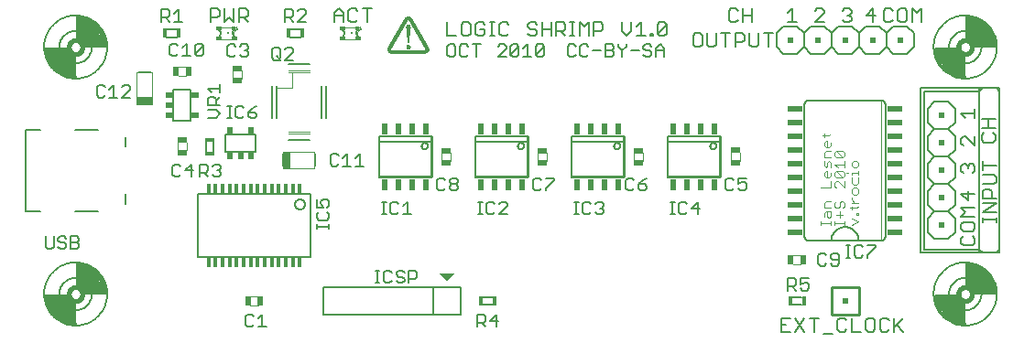
<source format=gto>
G75*
G70*
%OFA0B0*%
%FSLAX24Y24*%
%IPPOS*%
%LPD*%
%AMOC8*
5,1,8,0,0,1.08239X$1,22.5*
%
%ADD10C,0.0060*%
%ADD11C,0.0050*%
%ADD12C,0.0040*%
%ADD13R,0.0193X0.0433*%
%ADD14C,0.0080*%
%ADD15R,0.0200X0.0200*%
%ADD16R,0.0374X0.0197*%
%ADD17R,0.0256X0.0197*%
%ADD18R,0.0472X0.0079*%
%ADD19R,0.0591X0.0256*%
%ADD20R,0.0197X0.0374*%
%ADD21R,0.0160X0.0340*%
%ADD22R,0.0128X0.0368*%
%ADD23R,0.0079X0.0472*%
%ADD24R,0.0256X0.0591*%
%ADD25C,0.0025*%
%ADD26R,0.0197X0.0256*%
%ADD27C,0.0100*%
%ADD28C,0.0180*%
%ADD29C,0.0020*%
%ADD30C,0.0090*%
%ADD31R,0.0006X0.0006*%
%ADD32R,0.0006X0.0006*%
%ADD33R,0.0006X0.0006*%
%ADD34R,0.0006X0.0006*%
%ADD35R,0.0197X0.0128*%
%ADD36R,0.0098X0.0059*%
%ADD37R,0.0069X0.0157*%
%ADD38R,0.0079X0.0079*%
%ADD39R,0.0118X0.0118*%
%ADD40R,0.0030X0.0128*%
%ADD41R,0.0340X0.0160*%
%ADD42R,0.0050X0.0200*%
%ADD43R,0.0580X0.0200*%
D10*
X000824Y007947D02*
X000826Y008014D01*
X000832Y008082D01*
X000842Y008149D01*
X000856Y008215D01*
X000873Y008280D01*
X000895Y008344D01*
X000920Y008407D01*
X000949Y008468D01*
X000981Y008527D01*
X001017Y008584D01*
X001056Y008639D01*
X001098Y008692D01*
X001143Y008742D01*
X001191Y008789D01*
X001242Y008834D01*
X001295Y008875D01*
X001351Y008914D01*
X001409Y008949D01*
X001469Y008980D01*
X001530Y009008D01*
X001593Y009032D01*
X001657Y009053D01*
X001723Y009069D01*
X001789Y009082D01*
X001856Y009091D01*
X001923Y009096D01*
X001991Y009097D01*
X002058Y009094D01*
X002125Y009087D01*
X002192Y009076D01*
X002258Y009061D01*
X002323Y009043D01*
X002387Y009020D01*
X002449Y008994D01*
X002510Y008965D01*
X002568Y008931D01*
X002625Y008895D01*
X002680Y008855D01*
X002732Y008812D01*
X002781Y008766D01*
X002828Y008717D01*
X002872Y008666D01*
X002912Y008612D01*
X002950Y008556D01*
X002984Y008497D01*
X003014Y008437D01*
X003041Y008375D01*
X003065Y008312D01*
X003084Y008247D01*
X003100Y008182D01*
X003112Y008115D01*
X003120Y008048D01*
X003124Y007981D01*
X003124Y007913D01*
X003120Y007846D01*
X003112Y007779D01*
X003100Y007712D01*
X003084Y007647D01*
X003065Y007582D01*
X003041Y007519D01*
X003014Y007457D01*
X002984Y007397D01*
X002950Y007338D01*
X002912Y007282D01*
X002872Y007228D01*
X002828Y007177D01*
X002781Y007128D01*
X002732Y007082D01*
X002680Y007039D01*
X002625Y006999D01*
X002568Y006963D01*
X002510Y006929D01*
X002449Y006900D01*
X002387Y006874D01*
X002323Y006851D01*
X002258Y006833D01*
X002192Y006818D01*
X002125Y006807D01*
X002058Y006800D01*
X001991Y006797D01*
X001923Y006798D01*
X001856Y006803D01*
X001789Y006812D01*
X001723Y006825D01*
X001657Y006841D01*
X001593Y006862D01*
X001530Y006886D01*
X001469Y006914D01*
X001409Y006945D01*
X001351Y006980D01*
X001295Y007019D01*
X001242Y007060D01*
X001191Y007105D01*
X001143Y007152D01*
X001098Y007202D01*
X001056Y007255D01*
X001017Y007310D01*
X000981Y007367D01*
X000949Y007426D01*
X000920Y007487D01*
X000895Y007550D01*
X000873Y007614D01*
X000856Y007679D01*
X000842Y007745D01*
X000832Y007812D01*
X000826Y007880D01*
X000824Y007947D01*
X006426Y009295D02*
X006426Y011599D01*
X010521Y011599D01*
X010521Y009295D01*
X006426Y009295D01*
X009956Y011215D02*
X009958Y011241D01*
X009964Y011267D01*
X009973Y011292D01*
X009986Y011315D01*
X010002Y011336D01*
X010021Y011354D01*
X010043Y011370D01*
X010066Y011382D01*
X010091Y011390D01*
X010117Y011395D01*
X010144Y011396D01*
X010170Y011393D01*
X010195Y011386D01*
X010220Y011376D01*
X010242Y011362D01*
X010263Y011345D01*
X010280Y011326D01*
X010295Y011304D01*
X010306Y011280D01*
X010314Y011254D01*
X010318Y011228D01*
X010318Y011202D01*
X010314Y011176D01*
X010306Y011150D01*
X010295Y011126D01*
X010280Y011104D01*
X010263Y011085D01*
X010242Y011068D01*
X010220Y011054D01*
X010195Y011044D01*
X010170Y011037D01*
X010144Y011034D01*
X010117Y011035D01*
X010091Y011040D01*
X010066Y011048D01*
X010043Y011060D01*
X010021Y011076D01*
X010002Y011094D01*
X009986Y011115D01*
X009973Y011138D01*
X009964Y011163D01*
X009958Y011189D01*
X009956Y011215D01*
X008534Y013128D02*
X007414Y013128D01*
X007451Y013128D01*
X007414Y013128D02*
X007414Y013766D01*
X007451Y013766D01*
X007414Y013766D02*
X008534Y013766D01*
X008497Y013766D01*
X008534Y013766D02*
X008534Y013128D01*
X008497Y013128D01*
X008179Y013128D02*
X008142Y013128D01*
X007805Y013128D02*
X007768Y013128D01*
X006989Y013152D02*
X006989Y013492D01*
X006709Y013492D02*
X006709Y013152D01*
X007768Y013766D02*
X008179Y013766D01*
X006168Y014262D02*
X006168Y014299D01*
X006168Y014262D02*
X006168Y015382D01*
X006168Y015345D01*
X006168Y015382D02*
X005530Y015382D01*
X005530Y015345D01*
X005530Y015382D02*
X005530Y014262D01*
X005530Y014299D01*
X005530Y014262D02*
X006168Y014262D01*
X006168Y014616D02*
X006168Y015028D01*
X005530Y015028D02*
X005530Y014990D01*
X005530Y014654D02*
X005530Y014616D01*
X000824Y016947D02*
X000826Y017014D01*
X000832Y017082D01*
X000842Y017149D01*
X000856Y017215D01*
X000873Y017280D01*
X000895Y017344D01*
X000920Y017407D01*
X000949Y017468D01*
X000981Y017527D01*
X001017Y017584D01*
X001056Y017639D01*
X001098Y017692D01*
X001143Y017742D01*
X001191Y017789D01*
X001242Y017834D01*
X001295Y017875D01*
X001351Y017914D01*
X001409Y017949D01*
X001469Y017980D01*
X001530Y018008D01*
X001593Y018032D01*
X001657Y018053D01*
X001723Y018069D01*
X001789Y018082D01*
X001856Y018091D01*
X001923Y018096D01*
X001991Y018097D01*
X002058Y018094D01*
X002125Y018087D01*
X002192Y018076D01*
X002258Y018061D01*
X002323Y018043D01*
X002387Y018020D01*
X002449Y017994D01*
X002510Y017965D01*
X002568Y017931D01*
X002625Y017895D01*
X002680Y017855D01*
X002732Y017812D01*
X002781Y017766D01*
X002828Y017717D01*
X002872Y017666D01*
X002912Y017612D01*
X002950Y017556D01*
X002984Y017497D01*
X003014Y017437D01*
X003041Y017375D01*
X003065Y017312D01*
X003084Y017247D01*
X003100Y017182D01*
X003112Y017115D01*
X003120Y017048D01*
X003124Y016981D01*
X003124Y016913D01*
X003120Y016846D01*
X003112Y016779D01*
X003100Y016712D01*
X003084Y016647D01*
X003065Y016582D01*
X003041Y016519D01*
X003014Y016457D01*
X002984Y016397D01*
X002950Y016338D01*
X002912Y016282D01*
X002872Y016228D01*
X002828Y016177D01*
X002781Y016128D01*
X002732Y016082D01*
X002680Y016039D01*
X002625Y015999D01*
X002568Y015963D01*
X002510Y015929D01*
X002449Y015900D01*
X002387Y015874D01*
X002323Y015851D01*
X002258Y015833D01*
X002192Y015818D01*
X002125Y015807D01*
X002058Y015800D01*
X001991Y015797D01*
X001923Y015798D01*
X001856Y015803D01*
X001789Y015812D01*
X001723Y015825D01*
X001657Y015841D01*
X001593Y015862D01*
X001530Y015886D01*
X001469Y015914D01*
X001409Y015945D01*
X001351Y015980D01*
X001295Y016019D01*
X001242Y016060D01*
X001191Y016105D01*
X001143Y016152D01*
X001098Y016202D01*
X001056Y016255D01*
X001017Y016310D01*
X000981Y016367D01*
X000949Y016426D01*
X000920Y016487D01*
X000895Y016550D01*
X000873Y016614D01*
X000856Y016679D01*
X000842Y016745D01*
X000832Y016812D01*
X000826Y016880D01*
X000824Y016947D01*
X005304Y017307D02*
X005644Y017307D01*
X005644Y017587D02*
X005304Y017587D01*
X006879Y017852D02*
X006879Y018352D01*
X007129Y018352D01*
X007212Y018269D01*
X007212Y018102D01*
X007129Y018019D01*
X006879Y018019D01*
X007394Y017852D02*
X007561Y018019D01*
X007728Y017852D01*
X007728Y018352D01*
X007910Y018352D02*
X008160Y018352D01*
X008244Y018269D01*
X008244Y018102D01*
X008160Y018019D01*
X007910Y018019D01*
X008077Y018019D02*
X008244Y017852D01*
X007910Y017852D02*
X007910Y018352D01*
X007394Y018352D02*
X007394Y017852D01*
X009804Y017587D02*
X010144Y017587D01*
X010144Y017307D02*
X009804Y017307D01*
X011379Y017852D02*
X011379Y018186D01*
X011545Y018352D01*
X011712Y018186D01*
X011712Y017852D01*
X011894Y017935D02*
X011978Y017852D01*
X012145Y017852D01*
X012228Y017935D01*
X011894Y017935D02*
X011894Y018269D01*
X011978Y018352D01*
X012145Y018352D01*
X012228Y018269D01*
X012410Y018352D02*
X012744Y018352D01*
X012577Y018352D02*
X012577Y017852D01*
X011712Y018102D02*
X011379Y018102D01*
X015504Y017852D02*
X015504Y017352D01*
X015837Y017352D01*
X016019Y017435D02*
X016103Y017352D01*
X016270Y017352D01*
X016353Y017435D01*
X016353Y017769D01*
X016270Y017852D01*
X016103Y017852D01*
X016019Y017769D01*
X016019Y017435D01*
X016535Y017435D02*
X016618Y017352D01*
X016785Y017352D01*
X016869Y017435D01*
X016869Y017602D01*
X016702Y017602D01*
X016869Y017769D02*
X016785Y017852D01*
X016618Y017852D01*
X016535Y017769D01*
X016535Y017435D01*
X017051Y017352D02*
X017217Y017352D01*
X017134Y017352D02*
X017134Y017852D01*
X017051Y017852D02*
X017217Y017852D01*
X017394Y017769D02*
X017394Y017435D01*
X017478Y017352D01*
X017645Y017352D01*
X017728Y017435D01*
X018426Y017435D02*
X018509Y017352D01*
X018676Y017352D01*
X018759Y017435D01*
X018759Y017519D01*
X018676Y017602D01*
X018509Y017602D01*
X018426Y017686D01*
X018426Y017769D01*
X018509Y017852D01*
X018676Y017852D01*
X018759Y017769D01*
X018941Y017852D02*
X018941Y017352D01*
X019275Y017352D02*
X019275Y017852D01*
X019457Y017852D02*
X019707Y017852D01*
X019790Y017769D01*
X019790Y017602D01*
X019707Y017519D01*
X019457Y017519D01*
X019624Y017519D02*
X019790Y017352D01*
X019972Y017352D02*
X020139Y017352D01*
X020056Y017352D02*
X020056Y017852D01*
X020139Y017852D02*
X019972Y017852D01*
X020316Y017852D02*
X020483Y017686D01*
X020650Y017852D01*
X020650Y017352D01*
X020832Y017352D02*
X020832Y017852D01*
X021082Y017852D01*
X021165Y017769D01*
X021165Y017602D01*
X021082Y017519D01*
X020832Y017519D01*
X020316Y017352D02*
X020316Y017852D01*
X019457Y017852D02*
X019457Y017352D01*
X019275Y017602D02*
X018941Y017602D01*
X017728Y017769D02*
X017645Y017852D01*
X017478Y017852D01*
X017394Y017769D01*
X021863Y017852D02*
X021863Y017519D01*
X022030Y017352D01*
X022197Y017519D01*
X022197Y017852D01*
X022379Y017686D02*
X022546Y017852D01*
X022546Y017352D01*
X022712Y017352D02*
X022379Y017352D01*
X022894Y017352D02*
X022978Y017352D01*
X022978Y017435D01*
X022894Y017435D01*
X022894Y017352D01*
X023152Y017435D02*
X023486Y017769D01*
X023486Y017435D01*
X023402Y017352D01*
X023236Y017352D01*
X023152Y017435D01*
X023152Y017769D01*
X023236Y017852D01*
X023402Y017852D01*
X023486Y017769D01*
X024440Y017364D02*
X024440Y017030D01*
X024523Y016947D01*
X024690Y016947D01*
X024773Y017030D01*
X024773Y017364D01*
X024690Y017447D01*
X024523Y017447D01*
X024440Y017364D01*
X024956Y017447D02*
X024956Y017030D01*
X025039Y016947D01*
X025206Y016947D01*
X025289Y017030D01*
X025289Y017447D01*
X025471Y017447D02*
X025805Y017447D01*
X025638Y017447D02*
X025638Y016947D01*
X025987Y016947D02*
X025987Y017447D01*
X026237Y017447D01*
X026320Y017364D01*
X026320Y017197D01*
X026237Y017114D01*
X025987Y017114D01*
X026502Y017030D02*
X026502Y017447D01*
X026836Y017447D02*
X026836Y017030D01*
X026753Y016947D01*
X026586Y016947D01*
X026502Y017030D01*
X027018Y017447D02*
X027352Y017447D01*
X027474Y017447D02*
X027724Y017697D01*
X028224Y017697D01*
X028474Y017447D01*
X028724Y017697D01*
X029224Y017697D01*
X029474Y017447D01*
X029474Y016947D01*
X029224Y016697D01*
X028724Y016697D01*
X028474Y016947D01*
X028224Y016697D01*
X027724Y016697D01*
X027474Y016947D01*
X027474Y017447D01*
X027185Y017447D02*
X027185Y016947D01*
X028474Y016947D02*
X028474Y017447D01*
X028212Y017852D02*
X027879Y017852D01*
X028045Y017852D02*
X028045Y018352D01*
X027879Y018186D01*
X028879Y018269D02*
X028962Y018352D01*
X029129Y018352D01*
X029212Y018269D01*
X029212Y018186D01*
X028879Y017852D01*
X029212Y017852D01*
X029474Y017447D02*
X029724Y017697D01*
X030224Y017697D01*
X030474Y017447D01*
X030724Y017697D01*
X031224Y017697D01*
X031474Y017447D01*
X031724Y017697D01*
X032224Y017697D01*
X032474Y017447D01*
X032474Y016947D01*
X032224Y016697D01*
X031724Y016697D01*
X031474Y016947D01*
X031224Y016697D01*
X030724Y016697D01*
X030474Y016947D01*
X030224Y016697D01*
X029724Y016697D01*
X029474Y016947D01*
X030474Y016947D02*
X030474Y017447D01*
X030129Y017852D02*
X029962Y017852D01*
X029879Y017935D01*
X030045Y018102D02*
X030129Y018102D01*
X030212Y018019D01*
X030212Y017935D01*
X030129Y017852D01*
X030129Y018102D02*
X030212Y018186D01*
X030212Y018269D01*
X030129Y018352D01*
X029962Y018352D01*
X029879Y018269D01*
X030754Y018102D02*
X031087Y018102D01*
X031004Y017852D02*
X031004Y018352D01*
X030754Y018102D01*
X031379Y018269D02*
X031379Y017935D01*
X031462Y017852D01*
X031629Y017852D01*
X031712Y017935D01*
X031894Y017935D02*
X031978Y017852D01*
X032145Y017852D01*
X032228Y017935D01*
X032228Y018269D01*
X032145Y018352D01*
X031978Y018352D01*
X031894Y018269D01*
X031894Y017935D01*
X031712Y018269D02*
X031629Y018352D01*
X031462Y018352D01*
X031379Y018269D01*
X032410Y018352D02*
X032410Y017852D01*
X032744Y017852D02*
X032744Y018352D01*
X032577Y018186D01*
X032410Y018352D01*
X031474Y017447D02*
X031474Y016947D01*
X033199Y016947D02*
X033201Y017014D01*
X033207Y017082D01*
X033217Y017149D01*
X033231Y017215D01*
X033248Y017280D01*
X033270Y017344D01*
X033295Y017407D01*
X033324Y017468D01*
X033356Y017527D01*
X033392Y017584D01*
X033431Y017639D01*
X033473Y017692D01*
X033518Y017742D01*
X033566Y017789D01*
X033617Y017834D01*
X033670Y017875D01*
X033726Y017914D01*
X033784Y017949D01*
X033844Y017980D01*
X033905Y018008D01*
X033968Y018032D01*
X034032Y018053D01*
X034098Y018069D01*
X034164Y018082D01*
X034231Y018091D01*
X034298Y018096D01*
X034366Y018097D01*
X034433Y018094D01*
X034500Y018087D01*
X034567Y018076D01*
X034633Y018061D01*
X034698Y018043D01*
X034762Y018020D01*
X034824Y017994D01*
X034885Y017965D01*
X034943Y017931D01*
X035000Y017895D01*
X035055Y017855D01*
X035107Y017812D01*
X035156Y017766D01*
X035203Y017717D01*
X035247Y017666D01*
X035287Y017612D01*
X035325Y017556D01*
X035359Y017497D01*
X035389Y017437D01*
X035416Y017375D01*
X035440Y017312D01*
X035459Y017247D01*
X035475Y017182D01*
X035487Y017115D01*
X035495Y017048D01*
X035499Y016981D01*
X035499Y016913D01*
X035495Y016846D01*
X035487Y016779D01*
X035475Y016712D01*
X035459Y016647D01*
X035440Y016582D01*
X035416Y016519D01*
X035389Y016457D01*
X035359Y016397D01*
X035325Y016338D01*
X035287Y016282D01*
X035247Y016228D01*
X035203Y016177D01*
X035156Y016128D01*
X035107Y016082D01*
X035055Y016039D01*
X035000Y015999D01*
X034943Y015963D01*
X034885Y015929D01*
X034824Y015900D01*
X034762Y015874D01*
X034698Y015851D01*
X034633Y015833D01*
X034567Y015818D01*
X034500Y015807D01*
X034433Y015800D01*
X034366Y015797D01*
X034298Y015798D01*
X034231Y015803D01*
X034164Y015812D01*
X034098Y015825D01*
X034032Y015841D01*
X033968Y015862D01*
X033905Y015886D01*
X033844Y015914D01*
X033784Y015945D01*
X033726Y015980D01*
X033670Y016019D01*
X033617Y016060D01*
X033566Y016105D01*
X033518Y016152D01*
X033473Y016202D01*
X033431Y016255D01*
X033392Y016310D01*
X033356Y016367D01*
X033324Y016426D01*
X033295Y016487D01*
X033270Y016550D01*
X033248Y016614D01*
X033231Y016679D01*
X033217Y016745D01*
X033207Y016812D01*
X033201Y016880D01*
X033199Y016947D01*
X033224Y014947D02*
X032974Y014697D01*
X032974Y014197D01*
X033224Y013947D01*
X032974Y013697D01*
X032974Y013197D01*
X033224Y012947D01*
X033724Y012947D01*
X033974Y013197D01*
X033974Y013697D01*
X033724Y013947D01*
X033224Y013947D01*
X033724Y013947D02*
X033974Y014197D01*
X033974Y014697D01*
X033724Y014947D01*
X033224Y014947D01*
X034193Y014519D02*
X034694Y014519D01*
X034694Y014352D02*
X034694Y014686D01*
X034360Y014352D02*
X034193Y014519D01*
X034943Y014326D02*
X035444Y014326D01*
X035194Y014326D02*
X035194Y013993D01*
X035360Y013811D02*
X035444Y013727D01*
X035444Y013560D01*
X035360Y013477D01*
X035027Y013477D01*
X034943Y013560D01*
X034943Y013727D01*
X035027Y013811D01*
X034943Y013993D02*
X035444Y013993D01*
X034694Y013686D02*
X034694Y013352D01*
X034360Y013686D01*
X034277Y013686D01*
X034193Y013602D01*
X034193Y013435D01*
X034277Y013352D01*
X033724Y012947D02*
X033974Y012697D01*
X033974Y012197D01*
X033724Y011947D01*
X033974Y011697D01*
X033974Y011197D01*
X033724Y010947D01*
X033974Y010697D01*
X033974Y010197D01*
X033724Y009947D01*
X033224Y009947D01*
X032974Y010197D01*
X032974Y010697D01*
X033224Y010947D01*
X032974Y011197D01*
X032974Y011697D01*
X033224Y011947D01*
X032974Y012197D01*
X032974Y012697D01*
X033224Y012947D01*
X034193Y012602D02*
X034193Y012435D01*
X034277Y012352D01*
X034444Y012519D02*
X034444Y012602D01*
X034527Y012686D01*
X034610Y012686D01*
X034694Y012602D01*
X034694Y012435D01*
X034610Y012352D01*
X034444Y012602D02*
X034360Y012686D01*
X034277Y012686D01*
X034193Y012602D01*
X034973Y012629D02*
X035474Y012629D01*
X035390Y012281D02*
X034973Y012281D01*
X034973Y012463D02*
X034973Y012796D01*
X035390Y012281D02*
X035474Y012197D01*
X035474Y012030D01*
X035390Y011947D01*
X034973Y011947D01*
X035057Y011765D02*
X035224Y011765D01*
X035307Y011681D01*
X035307Y011431D01*
X035474Y011431D02*
X034973Y011431D01*
X034973Y011681D01*
X035057Y011765D01*
X034694Y011602D02*
X034193Y011602D01*
X034444Y011352D01*
X034444Y011686D01*
X034973Y011249D02*
X035474Y011249D01*
X034973Y010916D01*
X035474Y010916D01*
X035474Y010739D02*
X035474Y010572D01*
X035474Y010655D02*
X034973Y010655D01*
X034973Y010572D02*
X034973Y010739D01*
X034694Y010758D02*
X034193Y010758D01*
X034360Y010925D01*
X034193Y011092D01*
X034694Y011092D01*
X033724Y010947D02*
X033224Y010947D01*
X034193Y010493D02*
X034193Y010326D01*
X034277Y010243D01*
X034610Y010243D01*
X034694Y010326D01*
X034694Y010493D01*
X034610Y010576D01*
X034277Y010576D01*
X034193Y010493D01*
X034277Y010061D02*
X034193Y009977D01*
X034193Y009810D01*
X034277Y009727D01*
X034610Y009727D01*
X034694Y009810D01*
X034694Y009977D01*
X034610Y010061D01*
X031444Y010037D02*
X031444Y014857D01*
X031442Y014880D01*
X031437Y014903D01*
X031428Y014925D01*
X031415Y014945D01*
X031400Y014963D01*
X031382Y014978D01*
X031362Y014991D01*
X031340Y015000D01*
X031317Y015005D01*
X031294Y015007D01*
X028654Y015007D01*
X028631Y015005D01*
X028608Y015000D01*
X028586Y014991D01*
X028566Y014978D01*
X028548Y014963D01*
X028533Y014945D01*
X028520Y014925D01*
X028511Y014903D01*
X028506Y014880D01*
X028504Y014857D01*
X028504Y010037D01*
X028506Y010014D01*
X028511Y009991D01*
X028520Y009969D01*
X028533Y009949D01*
X028548Y009931D01*
X028566Y009916D01*
X028586Y009903D01*
X028608Y009894D01*
X028631Y009889D01*
X028654Y009887D01*
X029474Y009887D01*
X030474Y009887D01*
X031294Y009887D01*
X031317Y009889D01*
X031340Y009894D01*
X031362Y009903D01*
X031382Y009916D01*
X031400Y009931D01*
X031415Y009949D01*
X031428Y009969D01*
X031437Y009991D01*
X031442Y010014D01*
X031444Y010037D01*
X030474Y009887D02*
X030472Y009931D01*
X030466Y009974D01*
X030457Y010016D01*
X030444Y010058D01*
X030427Y010098D01*
X030407Y010137D01*
X030384Y010174D01*
X030357Y010208D01*
X030328Y010241D01*
X030295Y010270D01*
X030261Y010297D01*
X030224Y010320D01*
X030185Y010340D01*
X030145Y010357D01*
X030103Y010370D01*
X030061Y010379D01*
X030018Y010385D01*
X029974Y010387D01*
X029930Y010385D01*
X029887Y010379D01*
X029845Y010370D01*
X029803Y010357D01*
X029763Y010340D01*
X029724Y010320D01*
X029687Y010297D01*
X029653Y010270D01*
X029620Y010241D01*
X029591Y010208D01*
X029564Y010174D01*
X029541Y010137D01*
X029521Y010098D01*
X029504Y010058D01*
X029491Y010016D01*
X029482Y009974D01*
X029476Y009931D01*
X029474Y009887D01*
X028394Y007837D02*
X028054Y007837D01*
X028054Y007557D02*
X028394Y007557D01*
X028492Y007072D02*
X028159Y006572D01*
X027977Y006572D02*
X027643Y006572D01*
X027643Y007072D01*
X027977Y007072D01*
X028159Y007072D02*
X028492Y006572D01*
X028841Y006572D02*
X028841Y007072D01*
X028674Y007072D02*
X029008Y007072D01*
X029705Y006989D02*
X029705Y006655D01*
X029789Y006572D01*
X029956Y006572D01*
X030039Y006655D01*
X030221Y006572D02*
X030555Y006572D01*
X030737Y006655D02*
X030820Y006572D01*
X030987Y006572D01*
X031070Y006655D01*
X031070Y006989D01*
X030987Y007072D01*
X030820Y007072D01*
X030737Y006989D01*
X030737Y006655D01*
X030221Y006572D02*
X030221Y007072D01*
X030039Y006989D02*
X029956Y007072D01*
X029789Y007072D01*
X029705Y006989D01*
X029523Y006489D02*
X029190Y006489D01*
X027810Y006822D02*
X027643Y006822D01*
X031252Y006655D02*
X031336Y006572D01*
X031503Y006572D01*
X031586Y006655D01*
X031768Y006572D02*
X031768Y007072D01*
X031586Y006989D02*
X031503Y007072D01*
X031336Y007072D01*
X031252Y006989D01*
X031252Y006655D01*
X031768Y006739D02*
X032102Y007072D01*
X031851Y006822D02*
X032102Y006572D01*
X033199Y007947D02*
X033201Y008014D01*
X033207Y008082D01*
X033217Y008149D01*
X033231Y008215D01*
X033248Y008280D01*
X033270Y008344D01*
X033295Y008407D01*
X033324Y008468D01*
X033356Y008527D01*
X033392Y008584D01*
X033431Y008639D01*
X033473Y008692D01*
X033518Y008742D01*
X033566Y008789D01*
X033617Y008834D01*
X033670Y008875D01*
X033726Y008914D01*
X033784Y008949D01*
X033844Y008980D01*
X033905Y009008D01*
X033968Y009032D01*
X034032Y009053D01*
X034098Y009069D01*
X034164Y009082D01*
X034231Y009091D01*
X034298Y009096D01*
X034366Y009097D01*
X034433Y009094D01*
X034500Y009087D01*
X034567Y009076D01*
X034633Y009061D01*
X034698Y009043D01*
X034762Y009020D01*
X034824Y008994D01*
X034885Y008965D01*
X034943Y008931D01*
X035000Y008895D01*
X035055Y008855D01*
X035107Y008812D01*
X035156Y008766D01*
X035203Y008717D01*
X035247Y008666D01*
X035287Y008612D01*
X035325Y008556D01*
X035359Y008497D01*
X035389Y008437D01*
X035416Y008375D01*
X035440Y008312D01*
X035459Y008247D01*
X035475Y008182D01*
X035487Y008115D01*
X035495Y008048D01*
X035499Y007981D01*
X035499Y007913D01*
X035495Y007846D01*
X035487Y007779D01*
X035475Y007712D01*
X035459Y007647D01*
X035440Y007582D01*
X035416Y007519D01*
X035389Y007457D01*
X035359Y007397D01*
X035325Y007338D01*
X035287Y007282D01*
X035247Y007228D01*
X035203Y007177D01*
X035156Y007128D01*
X035107Y007082D01*
X035055Y007039D01*
X035000Y006999D01*
X034943Y006963D01*
X034885Y006929D01*
X034824Y006900D01*
X034762Y006874D01*
X034698Y006851D01*
X034633Y006833D01*
X034567Y006818D01*
X034500Y006807D01*
X034433Y006800D01*
X034366Y006797D01*
X034298Y006798D01*
X034231Y006803D01*
X034164Y006812D01*
X034098Y006825D01*
X034032Y006841D01*
X033968Y006862D01*
X033905Y006886D01*
X033844Y006914D01*
X033784Y006945D01*
X033726Y006980D01*
X033670Y007019D01*
X033617Y007060D01*
X033566Y007105D01*
X033518Y007152D01*
X033473Y007202D01*
X033431Y007255D01*
X033392Y007310D01*
X033356Y007367D01*
X033324Y007426D01*
X033295Y007487D01*
X033270Y007550D01*
X033248Y007614D01*
X033231Y007679D01*
X033217Y007745D01*
X033207Y007812D01*
X033201Y007880D01*
X033199Y007947D01*
X033224Y011947D02*
X033724Y011947D01*
X026603Y017852D02*
X026603Y018352D01*
X026269Y018352D02*
X026269Y017852D01*
X026087Y017935D02*
X026004Y017852D01*
X025837Y017852D01*
X025754Y017935D01*
X025754Y018269D01*
X025837Y018352D01*
X026004Y018352D01*
X026087Y018269D01*
X026269Y018102D02*
X026603Y018102D01*
X017144Y007837D02*
X016804Y007837D01*
X016804Y007557D02*
X017144Y007557D01*
D11*
X017284Y007197D02*
X017059Y006972D01*
X017359Y006972D01*
X017284Y006747D02*
X017284Y007197D01*
X016899Y007122D02*
X016899Y006972D01*
X016824Y006897D01*
X016599Y006897D01*
X016749Y006897D02*
X016899Y006747D01*
X016599Y006747D02*
X016599Y007197D01*
X016824Y007197D01*
X016899Y007122D01*
X015974Y007197D02*
X014974Y007197D01*
X014974Y008197D01*
X015974Y008197D01*
X015974Y007197D01*
X014974Y007197D02*
X010974Y007197D01*
X010974Y008197D01*
X014974Y008197D01*
X014402Y008572D02*
X014326Y008497D01*
X014101Y008497D01*
X014101Y008347D02*
X014101Y008797D01*
X014326Y008797D01*
X014402Y008722D01*
X014402Y008572D01*
X013941Y008497D02*
X013941Y008422D01*
X013866Y008347D01*
X013716Y008347D01*
X013641Y008422D01*
X013481Y008422D02*
X013406Y008347D01*
X013256Y008347D01*
X013181Y008422D01*
X013181Y008722D01*
X013256Y008797D01*
X013406Y008797D01*
X013481Y008722D01*
X013641Y008722D02*
X013641Y008647D01*
X013716Y008572D01*
X013866Y008572D01*
X013941Y008497D01*
X013941Y008722D02*
X013866Y008797D01*
X013716Y008797D01*
X013641Y008722D01*
X013024Y008797D02*
X012874Y008797D01*
X012949Y008797D02*
X012949Y008347D01*
X012874Y008347D02*
X013024Y008347D01*
X011199Y010331D02*
X011199Y010481D01*
X011199Y010406D02*
X010748Y010406D01*
X010748Y010331D02*
X010748Y010481D01*
X010823Y010638D02*
X011124Y010638D01*
X011199Y010713D01*
X011199Y010863D01*
X011124Y010938D01*
X011124Y011098D02*
X011199Y011173D01*
X011199Y011323D01*
X011124Y011398D01*
X010974Y011398D01*
X010898Y011323D01*
X010898Y011248D01*
X010974Y011098D01*
X010748Y011098D01*
X010748Y011398D01*
X010823Y010938D02*
X010748Y010863D01*
X010748Y010713D01*
X010823Y010638D01*
X013124Y010847D02*
X013274Y010847D01*
X013199Y010847D02*
X013199Y011297D01*
X013124Y011297D02*
X013274Y011297D01*
X013431Y011222D02*
X013431Y010922D01*
X013506Y010847D01*
X013656Y010847D01*
X013731Y010922D01*
X013891Y010847D02*
X014191Y010847D01*
X014041Y010847D02*
X014041Y011297D01*
X013891Y011147D01*
X013731Y011222D02*
X013656Y011297D01*
X013506Y011297D01*
X013431Y011222D01*
X015124Y011797D02*
X015124Y012097D01*
X015199Y012172D01*
X015349Y012172D01*
X015424Y012097D01*
X015584Y012097D02*
X015659Y012172D01*
X015809Y012172D01*
X015884Y012097D01*
X015884Y012022D01*
X015809Y011947D01*
X015659Y011947D01*
X015584Y012022D01*
X015584Y012097D01*
X015659Y011947D02*
X015584Y011872D01*
X015584Y011797D01*
X015659Y011722D01*
X015809Y011722D01*
X015884Y011797D01*
X015884Y011872D01*
X015809Y011947D01*
X015424Y011797D02*
X015349Y011722D01*
X015199Y011722D01*
X015124Y011797D01*
X014958Y012238D02*
X014958Y013695D01*
X013029Y013695D01*
X013029Y012238D01*
X014958Y012238D01*
X016529Y012238D02*
X016529Y013695D01*
X018458Y013695D01*
X018458Y012238D01*
X016529Y012238D01*
X016624Y011297D02*
X016774Y011297D01*
X016699Y011297D02*
X016699Y010847D01*
X016624Y010847D02*
X016774Y010847D01*
X016931Y010922D02*
X017006Y010847D01*
X017156Y010847D01*
X017231Y010922D01*
X017391Y010847D02*
X017691Y011147D01*
X017691Y011222D01*
X017616Y011297D01*
X017466Y011297D01*
X017391Y011222D01*
X017231Y011222D02*
X017156Y011297D01*
X017006Y011297D01*
X016931Y011222D01*
X016931Y010922D01*
X017391Y010847D02*
X017691Y010847D01*
X018624Y011797D02*
X018699Y011722D01*
X018849Y011722D01*
X018924Y011797D01*
X019084Y011797D02*
X019084Y011722D01*
X019084Y011797D02*
X019384Y012097D01*
X019384Y012172D01*
X019084Y012172D01*
X018924Y012097D02*
X018849Y012172D01*
X018699Y012172D01*
X018624Y012097D01*
X018624Y011797D01*
X020029Y012238D02*
X020029Y013695D01*
X021958Y013695D01*
X021958Y012238D01*
X020029Y012238D01*
X020124Y011297D02*
X020274Y011297D01*
X020199Y011297D02*
X020199Y010847D01*
X020124Y010847D02*
X020274Y010847D01*
X020431Y010922D02*
X020506Y010847D01*
X020656Y010847D01*
X020731Y010922D01*
X020891Y010922D02*
X020966Y010847D01*
X021116Y010847D01*
X021191Y010922D01*
X021191Y010997D01*
X021116Y011072D01*
X021041Y011072D01*
X021116Y011072D02*
X021191Y011147D01*
X021191Y011222D01*
X021116Y011297D01*
X020966Y011297D01*
X020891Y011222D01*
X020731Y011222D02*
X020656Y011297D01*
X020506Y011297D01*
X020431Y011222D01*
X020431Y010922D01*
X021999Y011797D02*
X022074Y011722D01*
X022224Y011722D01*
X022299Y011797D01*
X022459Y011797D02*
X022534Y011722D01*
X022684Y011722D01*
X022759Y011797D01*
X022759Y011872D01*
X022684Y011947D01*
X022459Y011947D01*
X022459Y011797D01*
X022459Y011947D02*
X022609Y012097D01*
X022759Y012172D01*
X022299Y012097D02*
X022224Y012172D01*
X022074Y012172D01*
X021999Y012097D01*
X021999Y011797D01*
X023529Y012238D02*
X023529Y013695D01*
X025458Y013695D01*
X025458Y012238D01*
X023529Y012238D01*
X023624Y011297D02*
X023774Y011297D01*
X023699Y011297D02*
X023699Y010847D01*
X023624Y010847D02*
X023774Y010847D01*
X023931Y010922D02*
X024006Y010847D01*
X024156Y010847D01*
X024231Y010922D01*
X024391Y011072D02*
X024691Y011072D01*
X024616Y010847D02*
X024616Y011297D01*
X024391Y011072D01*
X024231Y011222D02*
X024156Y011297D01*
X024006Y011297D01*
X023931Y011222D01*
X023931Y010922D01*
X025624Y011797D02*
X025699Y011722D01*
X025849Y011722D01*
X025924Y011797D01*
X026084Y011797D02*
X026159Y011722D01*
X026309Y011722D01*
X026384Y011797D01*
X026384Y011947D01*
X026309Y012022D01*
X026234Y012022D01*
X026084Y011947D01*
X026084Y012172D01*
X026384Y012172D01*
X025924Y012097D02*
X025849Y012172D01*
X025699Y012172D01*
X025624Y012097D01*
X025624Y011797D01*
X025071Y013341D02*
X025073Y013361D01*
X025078Y013381D01*
X025088Y013399D01*
X025100Y013416D01*
X025115Y013430D01*
X025133Y013440D01*
X025152Y013448D01*
X025172Y013452D01*
X025192Y013452D01*
X025212Y013448D01*
X025231Y013440D01*
X025249Y013430D01*
X025264Y013416D01*
X025276Y013399D01*
X025286Y013381D01*
X025291Y013361D01*
X025293Y013341D01*
X025291Y013321D01*
X025286Y013301D01*
X025276Y013283D01*
X025264Y013266D01*
X025249Y013252D01*
X025231Y013242D01*
X025212Y013234D01*
X025192Y013230D01*
X025172Y013230D01*
X025152Y013234D01*
X025133Y013242D01*
X025115Y013252D01*
X025100Y013266D01*
X025088Y013283D01*
X025078Y013301D01*
X025073Y013321D01*
X025071Y013341D01*
X021571Y013341D02*
X021573Y013361D01*
X021578Y013381D01*
X021588Y013399D01*
X021600Y013416D01*
X021615Y013430D01*
X021633Y013440D01*
X021652Y013448D01*
X021672Y013452D01*
X021692Y013452D01*
X021712Y013448D01*
X021731Y013440D01*
X021749Y013430D01*
X021764Y013416D01*
X021776Y013399D01*
X021786Y013381D01*
X021791Y013361D01*
X021793Y013341D01*
X021791Y013321D01*
X021786Y013301D01*
X021776Y013283D01*
X021764Y013266D01*
X021749Y013252D01*
X021731Y013242D01*
X021712Y013234D01*
X021692Y013230D01*
X021672Y013230D01*
X021652Y013234D01*
X021633Y013242D01*
X021615Y013252D01*
X021600Y013266D01*
X021588Y013283D01*
X021578Y013301D01*
X021573Y013321D01*
X021571Y013341D01*
X018071Y013341D02*
X018073Y013361D01*
X018078Y013381D01*
X018088Y013399D01*
X018100Y013416D01*
X018115Y013430D01*
X018133Y013440D01*
X018152Y013448D01*
X018172Y013452D01*
X018192Y013452D01*
X018212Y013448D01*
X018231Y013440D01*
X018249Y013430D01*
X018264Y013416D01*
X018276Y013399D01*
X018286Y013381D01*
X018291Y013361D01*
X018293Y013341D01*
X018291Y013321D01*
X018286Y013301D01*
X018276Y013283D01*
X018264Y013266D01*
X018249Y013252D01*
X018231Y013242D01*
X018212Y013234D01*
X018192Y013230D01*
X018172Y013230D01*
X018152Y013234D01*
X018133Y013242D01*
X018115Y013252D01*
X018100Y013266D01*
X018088Y013283D01*
X018078Y013301D01*
X018073Y013321D01*
X018071Y013341D01*
X014571Y013341D02*
X014573Y013361D01*
X014578Y013381D01*
X014588Y013399D01*
X014600Y013416D01*
X014615Y013430D01*
X014633Y013440D01*
X014652Y013448D01*
X014672Y013452D01*
X014692Y013452D01*
X014712Y013448D01*
X014731Y013440D01*
X014749Y013430D01*
X014764Y013416D01*
X014776Y013399D01*
X014786Y013381D01*
X014791Y013361D01*
X014793Y013341D01*
X014791Y013321D01*
X014786Y013301D01*
X014776Y013283D01*
X014764Y013266D01*
X014749Y013252D01*
X014731Y013242D01*
X014712Y013234D01*
X014692Y013230D01*
X014672Y013230D01*
X014652Y013234D01*
X014633Y013242D01*
X014615Y013252D01*
X014600Y013266D01*
X014588Y013283D01*
X014578Y013301D01*
X014573Y013321D01*
X014571Y013341D01*
X012465Y012606D02*
X012164Y012606D01*
X012315Y012606D02*
X012315Y013056D01*
X012164Y012906D01*
X011854Y013056D02*
X011854Y012606D01*
X011704Y012606D02*
X012004Y012606D01*
X011704Y012906D02*
X011854Y013056D01*
X011544Y012981D02*
X011469Y013056D01*
X011319Y013056D01*
X011244Y012981D01*
X011244Y012681D01*
X011319Y012606D01*
X011469Y012606D01*
X011544Y012681D01*
X010477Y013569D02*
X009721Y013569D01*
X009114Y014356D02*
X009114Y015537D01*
X008566Y014797D02*
X008416Y014722D01*
X008266Y014572D01*
X008491Y014572D01*
X008566Y014497D01*
X008566Y014422D01*
X008491Y014347D01*
X008341Y014347D01*
X008266Y014422D01*
X008266Y014572D01*
X008106Y014422D02*
X008031Y014347D01*
X007881Y014347D01*
X007806Y014422D01*
X007806Y014722D01*
X007881Y014797D01*
X008031Y014797D01*
X008106Y014722D01*
X007649Y014797D02*
X007499Y014797D01*
X007574Y014797D02*
X007574Y014347D01*
X007499Y014347D02*
X007649Y014347D01*
X007224Y014522D02*
X007074Y014672D01*
X006773Y014672D01*
X006773Y014832D02*
X006773Y015057D01*
X006848Y015133D01*
X006999Y015133D01*
X007074Y015057D01*
X007074Y014832D01*
X007224Y014832D02*
X006773Y014832D01*
X007074Y014982D02*
X007224Y015133D01*
X007224Y015293D02*
X007224Y015593D01*
X007224Y015443D02*
X006773Y015443D01*
X006923Y015293D01*
X007224Y014522D02*
X007074Y014372D01*
X006773Y014372D01*
X003965Y015106D02*
X003664Y015106D01*
X003965Y015406D01*
X003965Y015481D01*
X003890Y015556D01*
X003740Y015556D01*
X003664Y015481D01*
X003354Y015556D02*
X003354Y015106D01*
X003204Y015106D02*
X003504Y015106D01*
X003044Y015181D02*
X002969Y015106D01*
X002819Y015106D01*
X002744Y015181D01*
X002744Y015481D01*
X002819Y015556D01*
X002969Y015556D01*
X003044Y015481D01*
X003204Y015406D02*
X003354Y015556D01*
X005399Y016697D02*
X005474Y016622D01*
X005624Y016622D01*
X005699Y016697D01*
X005859Y016622D02*
X006159Y016622D01*
X006009Y016622D02*
X006009Y017072D01*
X005859Y016922D01*
X005699Y016997D02*
X005624Y017072D01*
X005474Y017072D01*
X005399Y016997D01*
X005399Y016697D01*
X006319Y016697D02*
X006620Y016997D01*
X006620Y016697D01*
X006545Y016622D01*
X006394Y016622D01*
X006319Y016697D01*
X006319Y016997D01*
X006394Y017072D01*
X006545Y017072D01*
X006620Y016997D01*
X007499Y016972D02*
X007499Y016672D01*
X007574Y016597D01*
X007724Y016597D01*
X007799Y016672D01*
X007959Y016672D02*
X008034Y016597D01*
X008184Y016597D01*
X008259Y016672D01*
X008259Y016747D01*
X008184Y016822D01*
X008109Y016822D01*
X008184Y016822D02*
X008259Y016897D01*
X008259Y016972D01*
X008184Y017047D01*
X008034Y017047D01*
X007959Y016972D01*
X007799Y016972D02*
X007724Y017047D01*
X007574Y017047D01*
X007499Y016972D01*
X009124Y016847D02*
X009124Y016547D01*
X009199Y016472D01*
X009349Y016472D01*
X009424Y016547D01*
X009424Y016847D01*
X009349Y016922D01*
X009199Y016922D01*
X009124Y016847D01*
X009274Y016622D02*
X009424Y016472D01*
X009584Y016472D02*
X009884Y016772D01*
X009884Y016847D01*
X009809Y016922D01*
X009659Y016922D01*
X009584Y016847D01*
X009584Y016472D02*
X009884Y016472D01*
X009721Y016325D02*
X010477Y016325D01*
X011083Y015537D02*
X011083Y014356D01*
X007259Y012597D02*
X007259Y012522D01*
X007184Y012447D01*
X007259Y012372D01*
X007259Y012297D01*
X007184Y012222D01*
X007034Y012222D01*
X006959Y012297D01*
X006799Y012222D02*
X006649Y012372D01*
X006724Y012372D02*
X006499Y012372D01*
X006499Y012222D02*
X006499Y012672D01*
X006724Y012672D01*
X006799Y012597D01*
X006799Y012447D01*
X006724Y012372D01*
X006959Y012597D02*
X007034Y012672D01*
X007184Y012672D01*
X007259Y012597D01*
X007184Y012447D02*
X007109Y012447D01*
X006259Y012447D02*
X005959Y012447D01*
X006184Y012672D01*
X006184Y012222D01*
X005799Y012297D02*
X005724Y012222D01*
X005574Y012222D01*
X005499Y012297D01*
X005499Y012597D01*
X005574Y012672D01*
X005724Y012672D01*
X005799Y012597D01*
X002095Y009972D02*
X002095Y009897D01*
X002020Y009822D01*
X001794Y009822D01*
X001634Y009747D02*
X001634Y009672D01*
X001559Y009597D01*
X001409Y009597D01*
X001334Y009672D01*
X001174Y009672D02*
X001174Y010047D01*
X001334Y009972D02*
X001334Y009897D01*
X001409Y009822D01*
X001559Y009822D01*
X001634Y009747D01*
X001794Y009597D02*
X002020Y009597D01*
X002095Y009672D01*
X002095Y009747D01*
X002020Y009822D01*
X002095Y009972D02*
X002020Y010047D01*
X001794Y010047D01*
X001794Y009597D01*
X001174Y009672D02*
X001099Y009597D01*
X000949Y009597D01*
X000874Y009672D01*
X000874Y010047D01*
X001334Y009972D02*
X001409Y010047D01*
X001559Y010047D01*
X001634Y009972D01*
X008149Y007122D02*
X008149Y006822D01*
X008224Y006747D01*
X008374Y006747D01*
X008449Y006822D01*
X008609Y006747D02*
X008909Y006747D01*
X008759Y006747D02*
X008759Y007197D01*
X008609Y007047D01*
X008449Y007122D02*
X008374Y007197D01*
X008224Y007197D01*
X008149Y007122D01*
X015574Y016597D02*
X015724Y016597D01*
X015799Y016672D01*
X015799Y016972D01*
X015724Y017047D01*
X015574Y017047D01*
X015499Y016972D01*
X015499Y016672D01*
X015574Y016597D01*
X015959Y016672D02*
X016034Y016597D01*
X016184Y016597D01*
X016259Y016672D01*
X015959Y016672D02*
X015959Y016972D01*
X016034Y017047D01*
X016184Y017047D01*
X016259Y016972D01*
X016419Y017047D02*
X016720Y017047D01*
X016570Y017047D02*
X016570Y016597D01*
X017340Y016597D02*
X017640Y016897D01*
X017640Y016972D01*
X017565Y017047D01*
X017415Y017047D01*
X017340Y016972D01*
X017340Y016597D02*
X017640Y016597D01*
X017800Y016672D02*
X018101Y016972D01*
X018101Y016672D01*
X018026Y016597D01*
X017876Y016597D01*
X017800Y016672D01*
X017800Y016972D01*
X017876Y017047D01*
X018026Y017047D01*
X018101Y016972D01*
X018261Y016897D02*
X018411Y017047D01*
X018411Y016597D01*
X018261Y016597D02*
X018561Y016597D01*
X018721Y016672D02*
X018796Y016597D01*
X018946Y016597D01*
X019021Y016672D01*
X019021Y016972D01*
X018721Y016672D01*
X018721Y016972D01*
X018796Y017047D01*
X018946Y017047D01*
X019021Y016972D01*
X019874Y016972D02*
X019874Y016672D01*
X019949Y016597D01*
X020099Y016597D01*
X020174Y016672D01*
X020334Y016672D02*
X020409Y016597D01*
X020559Y016597D01*
X020634Y016672D01*
X020794Y016822D02*
X021095Y016822D01*
X021255Y016822D02*
X021480Y016822D01*
X021555Y016747D01*
X021555Y016672D01*
X021480Y016597D01*
X021255Y016597D01*
X021255Y017047D01*
X021480Y017047D01*
X021555Y016972D01*
X021555Y016897D01*
X021480Y016822D01*
X021715Y016972D02*
X021715Y017047D01*
X021715Y016972D02*
X021865Y016822D01*
X021865Y016597D01*
X021865Y016822D02*
X022015Y016972D01*
X022015Y017047D01*
X022175Y016822D02*
X022476Y016822D01*
X022636Y016897D02*
X022711Y016822D01*
X022861Y016822D01*
X022936Y016747D01*
X022936Y016672D01*
X022861Y016597D01*
X022711Y016597D01*
X022636Y016672D01*
X022636Y016897D02*
X022636Y016972D01*
X022711Y017047D01*
X022861Y017047D01*
X022936Y016972D01*
X023096Y016897D02*
X023246Y017047D01*
X023396Y016897D01*
X023396Y016597D01*
X023096Y016597D02*
X023096Y016897D01*
X023096Y016822D02*
X023396Y016822D01*
X020634Y016972D02*
X020559Y017047D01*
X020409Y017047D01*
X020334Y016972D01*
X020334Y016672D01*
X020174Y016972D02*
X020099Y017047D01*
X019949Y017047D01*
X019874Y016972D01*
X010359Y017872D02*
X010059Y017872D01*
X010359Y018172D01*
X010359Y018247D01*
X010284Y018322D01*
X010134Y018322D01*
X010059Y018247D01*
X009899Y018247D02*
X009899Y018097D01*
X009824Y018022D01*
X009599Y018022D01*
X009749Y018022D02*
X009899Y017872D01*
X009599Y017872D02*
X009599Y018322D01*
X009824Y018322D01*
X009899Y018247D01*
X005859Y017872D02*
X005559Y017872D01*
X005709Y017872D02*
X005709Y018322D01*
X005559Y018172D01*
X005399Y018097D02*
X005324Y018022D01*
X005099Y018022D01*
X005249Y018022D02*
X005399Y017872D01*
X005399Y018097D02*
X005399Y018247D01*
X005324Y018322D01*
X005099Y018322D01*
X005099Y017872D01*
X027899Y008522D02*
X027899Y008072D01*
X027899Y008222D02*
X028124Y008222D01*
X028199Y008297D01*
X028199Y008447D01*
X028124Y008522D01*
X027899Y008522D01*
X028049Y008222D02*
X028199Y008072D01*
X028359Y008147D02*
X028434Y008072D01*
X028584Y008072D01*
X028659Y008147D01*
X028659Y008297D01*
X028584Y008372D01*
X028509Y008372D01*
X028359Y008297D01*
X028359Y008522D01*
X028659Y008522D01*
X029074Y008972D02*
X029224Y008972D01*
X029299Y009047D01*
X029459Y009047D02*
X029534Y008972D01*
X029684Y008972D01*
X029759Y009047D01*
X029759Y009347D01*
X029684Y009422D01*
X029534Y009422D01*
X029459Y009347D01*
X029459Y009272D01*
X029534Y009197D01*
X029759Y009197D01*
X030021Y009272D02*
X030171Y009272D01*
X030096Y009272D02*
X030096Y009722D01*
X030021Y009722D02*
X030171Y009722D01*
X030328Y009647D02*
X030328Y009347D01*
X030403Y009272D01*
X030553Y009272D01*
X030628Y009347D01*
X030788Y009347D02*
X030788Y009272D01*
X030788Y009347D02*
X031089Y009647D01*
X031089Y009722D01*
X030788Y009722D01*
X030628Y009647D02*
X030553Y009722D01*
X030403Y009722D01*
X030328Y009647D01*
X029299Y009347D02*
X029224Y009422D01*
X029074Y009422D01*
X028999Y009347D01*
X028999Y009047D01*
X029074Y008972D01*
X032724Y009447D02*
X032724Y015447D01*
X034849Y015447D01*
X034849Y015322D01*
X034974Y015447D01*
X035474Y015447D01*
X035599Y015322D01*
X035599Y009572D01*
X035474Y009447D01*
X034974Y009447D01*
X034849Y009572D01*
X032849Y009572D01*
X032849Y015322D01*
X034849Y015322D01*
X034849Y009572D01*
X034849Y009447D01*
X032724Y009447D01*
X034849Y009447D02*
X034974Y009447D01*
X035474Y009447D02*
X035599Y009447D01*
X035599Y009572D01*
X035599Y015322D02*
X035599Y015447D01*
X035474Y015447D01*
X034974Y015447D02*
X034849Y015447D01*
D12*
X030454Y012734D02*
X030394Y012794D01*
X030274Y012794D01*
X030214Y012734D01*
X030214Y012614D01*
X030274Y012554D01*
X030394Y012554D01*
X030454Y012614D01*
X030454Y012734D01*
X030454Y012428D02*
X030454Y012308D01*
X030454Y012368D02*
X030214Y012368D01*
X030214Y012308D01*
X030214Y012180D02*
X030214Y012000D01*
X030274Y011940D01*
X030394Y011940D01*
X030454Y012000D01*
X030454Y012180D01*
X030093Y012368D02*
X030033Y012368D01*
X029954Y012366D02*
X029954Y012246D01*
X029894Y012186D01*
X029653Y012426D01*
X029894Y012426D01*
X029954Y012366D01*
X029954Y012554D02*
X029954Y012794D01*
X029954Y012674D02*
X029593Y012674D01*
X029714Y012554D01*
X029653Y012426D02*
X029593Y012366D01*
X029593Y012246D01*
X029653Y012186D01*
X029894Y012186D01*
X029954Y012058D02*
X029954Y011817D01*
X029714Y012058D01*
X029653Y012058D01*
X029593Y011997D01*
X029593Y011877D01*
X029653Y011817D01*
X029454Y011817D02*
X029454Y012058D01*
X029394Y012186D02*
X029274Y012186D01*
X029214Y012246D01*
X029214Y012366D01*
X029274Y012426D01*
X029334Y012426D01*
X029334Y012186D01*
X029394Y012186D02*
X029454Y012246D01*
X029454Y012366D01*
X029454Y012554D02*
X029454Y012734D01*
X029394Y012794D01*
X029334Y012734D01*
X029334Y012614D01*
X029274Y012554D01*
X029214Y012614D01*
X029214Y012794D01*
X029214Y012922D02*
X029214Y013102D01*
X029274Y013162D01*
X029454Y013162D01*
X029394Y013291D02*
X029274Y013291D01*
X029214Y013351D01*
X029214Y013471D01*
X029274Y013531D01*
X029334Y013531D01*
X029334Y013291D01*
X029394Y013291D02*
X029454Y013351D01*
X029454Y013471D01*
X029394Y013719D02*
X029153Y013719D01*
X029214Y013659D02*
X029214Y013779D01*
X029394Y013719D02*
X029454Y013779D01*
X029653Y013162D02*
X029593Y013102D01*
X029593Y012982D01*
X029653Y012922D01*
X029894Y012922D01*
X029653Y013162D01*
X029894Y013162D01*
X029954Y013102D01*
X029954Y012982D01*
X029894Y012922D01*
X029454Y012922D02*
X029214Y012922D01*
X029093Y011817D02*
X029454Y011817D01*
X030214Y011752D02*
X030214Y011632D01*
X030274Y011572D01*
X030394Y011572D01*
X030454Y011632D01*
X030454Y011752D01*
X030394Y011812D01*
X030274Y011812D01*
X030214Y011752D01*
X030214Y011445D02*
X030214Y011385D01*
X030334Y011265D01*
X030454Y011265D02*
X030214Y011265D01*
X030214Y011139D02*
X030214Y011019D01*
X030153Y011079D02*
X030394Y011079D01*
X030454Y011139D01*
X030454Y010895D02*
X030454Y010835D01*
X030394Y010835D01*
X030394Y010895D01*
X030454Y010895D01*
X030214Y010707D02*
X030454Y010587D01*
X030214Y010467D01*
X029954Y010467D02*
X029954Y010587D01*
X029954Y010527D02*
X029593Y010527D01*
X029593Y010467D02*
X029593Y010587D01*
X029454Y010587D02*
X029454Y010467D01*
X029454Y010527D02*
X029093Y010527D01*
X029093Y010467D02*
X029093Y010587D01*
X029214Y010772D02*
X029214Y010893D01*
X029274Y010953D01*
X029454Y010953D01*
X029454Y010772D01*
X029394Y010712D01*
X029334Y010772D01*
X029334Y010953D01*
X029454Y011081D02*
X029214Y011081D01*
X029214Y011261D01*
X029274Y011321D01*
X029454Y011321D01*
X029593Y011261D02*
X029593Y011141D01*
X029653Y011081D01*
X029714Y011081D01*
X029774Y011141D01*
X029774Y011261D01*
X029834Y011321D01*
X029894Y011321D01*
X029954Y011261D01*
X029954Y011141D01*
X029894Y011081D01*
X029774Y010953D02*
X029774Y010712D01*
X029894Y010833D02*
X029653Y010833D01*
X029593Y011261D02*
X029653Y011321D01*
X028364Y009367D02*
X028084Y009367D01*
X028084Y009032D02*
X028364Y009032D01*
X026144Y012807D02*
X026144Y013087D01*
X025809Y013087D02*
X025809Y012807D01*
X022639Y012807D02*
X022639Y013087D01*
X022304Y013087D02*
X022304Y012807D01*
X019139Y012807D02*
X019139Y013087D01*
X018804Y013087D02*
X018804Y012807D01*
X015639Y012807D02*
X015639Y013087D01*
X015304Y013087D02*
X015304Y012807D01*
X010670Y012527D02*
X009528Y012527D01*
X009528Y013117D01*
X010670Y013117D01*
X010670Y012527D01*
X006014Y013182D02*
X006014Y013462D01*
X005679Y013462D02*
X005679Y013182D01*
X004769Y014876D02*
X004178Y014876D01*
X004178Y016018D01*
X004769Y016018D01*
X004769Y014876D01*
X005709Y015902D02*
X005989Y015902D01*
X005989Y016237D02*
X005709Y016237D01*
X007267Y017221D02*
X007680Y017221D01*
X007838Y017310D02*
X007816Y017315D01*
X007796Y017323D01*
X007778Y017334D01*
X007761Y017349D01*
X007747Y017365D01*
X007735Y017384D01*
X007727Y017404D01*
X007722Y017425D01*
X007720Y017447D01*
X007722Y017469D01*
X007727Y017490D01*
X007735Y017510D01*
X007747Y017529D01*
X007761Y017545D01*
X007778Y017560D01*
X007796Y017571D01*
X007816Y017579D01*
X007838Y017584D01*
X007767Y017624D02*
X007769Y017636D01*
X007774Y017647D01*
X007782Y017656D01*
X007793Y017662D01*
X007805Y017665D01*
X007817Y017664D01*
X007829Y017660D01*
X007838Y017652D01*
X007845Y017642D01*
X007849Y017630D01*
X007849Y017618D01*
X007845Y017606D01*
X007838Y017596D01*
X007828Y017588D01*
X007817Y017584D01*
X007805Y017583D01*
X007793Y017586D01*
X007782Y017592D01*
X007774Y017601D01*
X007769Y017612D01*
X007767Y017624D01*
X007838Y017673D02*
X007277Y017673D01*
X007109Y017584D02*
X007131Y017579D01*
X007151Y017571D01*
X007169Y017560D01*
X007186Y017545D01*
X007200Y017529D01*
X007212Y017510D01*
X007220Y017490D01*
X007225Y017469D01*
X007227Y017447D01*
X007225Y017425D01*
X007220Y017404D01*
X007212Y017384D01*
X007200Y017365D01*
X007186Y017349D01*
X007169Y017334D01*
X007151Y017323D01*
X007131Y017315D01*
X007109Y017310D01*
X007679Y016087D02*
X007679Y015807D01*
X008014Y015807D02*
X008014Y016087D01*
X011609Y017310D02*
X011631Y017315D01*
X011651Y017323D01*
X011669Y017334D01*
X011686Y017349D01*
X011700Y017365D01*
X011712Y017384D01*
X011720Y017404D01*
X011725Y017425D01*
X011727Y017447D01*
X011725Y017469D01*
X011720Y017490D01*
X011712Y017510D01*
X011700Y017529D01*
X011686Y017545D01*
X011669Y017560D01*
X011651Y017571D01*
X011631Y017579D01*
X011609Y017584D01*
X011777Y017673D02*
X012338Y017673D01*
X012267Y017624D02*
X012269Y017636D01*
X012274Y017647D01*
X012282Y017656D01*
X012293Y017662D01*
X012305Y017665D01*
X012317Y017664D01*
X012329Y017660D01*
X012338Y017652D01*
X012345Y017642D01*
X012349Y017630D01*
X012349Y017618D01*
X012345Y017606D01*
X012338Y017596D01*
X012328Y017588D01*
X012317Y017584D01*
X012305Y017583D01*
X012293Y017586D01*
X012282Y017592D01*
X012274Y017601D01*
X012269Y017612D01*
X012267Y017624D01*
X012338Y017584D02*
X012316Y017579D01*
X012296Y017571D01*
X012278Y017560D01*
X012261Y017545D01*
X012247Y017529D01*
X012235Y017510D01*
X012227Y017490D01*
X012222Y017469D01*
X012220Y017447D01*
X012222Y017425D01*
X012227Y017404D01*
X012235Y017384D01*
X012247Y017365D01*
X012261Y017349D01*
X012278Y017334D01*
X012296Y017323D01*
X012316Y017315D01*
X012338Y017310D01*
X012180Y017221D02*
X011767Y017221D01*
X008614Y007867D02*
X008334Y007867D01*
X008334Y007532D02*
X008614Y007532D01*
D13*
X013224Y011943D03*
X013724Y011943D03*
X014224Y011943D03*
X014724Y011943D03*
X016724Y011943D03*
X017224Y011943D03*
X017724Y011943D03*
X018224Y011943D03*
X020224Y011943D03*
X020724Y011943D03*
X021224Y011943D03*
X021724Y011943D03*
X023724Y011943D03*
X024224Y011943D03*
X024724Y011943D03*
X025224Y011943D03*
X025224Y013951D03*
X024724Y013951D03*
X024224Y013951D03*
X023724Y013951D03*
X021724Y013951D03*
X021224Y013951D03*
X020724Y013951D03*
X020224Y013951D03*
X018224Y013951D03*
X017724Y013951D03*
X017224Y013951D03*
X016724Y013951D03*
X014724Y013951D03*
X014224Y013951D03*
X013724Y013951D03*
X013224Y013951D03*
D14*
X013029Y013695D02*
X014919Y013695D01*
X014919Y013498D01*
X013029Y013498D01*
X013029Y013695D01*
X013029Y013498D02*
X013029Y012199D01*
X014919Y012199D01*
X014919Y013498D01*
X016529Y013498D02*
X018419Y013498D01*
X018419Y012199D01*
X016529Y012199D01*
X016529Y013498D01*
X016529Y013695D01*
X018419Y013695D01*
X018419Y013498D01*
X020029Y013498D02*
X021919Y013498D01*
X021919Y012199D01*
X020029Y012199D01*
X020029Y013498D01*
X020029Y013695D01*
X021919Y013695D01*
X021919Y013498D01*
X023529Y013498D02*
X025419Y013498D01*
X025419Y012199D01*
X023529Y012199D01*
X023529Y013498D01*
X023529Y013695D01*
X025419Y013695D01*
X025419Y013498D01*
X033758Y016947D02*
X033760Y016995D01*
X033766Y017043D01*
X033776Y017090D01*
X033789Y017136D01*
X033807Y017181D01*
X033827Y017225D01*
X033852Y017267D01*
X033880Y017306D01*
X033910Y017343D01*
X033944Y017377D01*
X033981Y017409D01*
X034019Y017438D01*
X034060Y017463D01*
X034103Y017485D01*
X034148Y017503D01*
X034194Y017517D01*
X034241Y017528D01*
X034289Y017535D01*
X034337Y017538D01*
X034385Y017537D01*
X034433Y017532D01*
X034481Y017523D01*
X034527Y017511D01*
X034572Y017494D01*
X034616Y017474D01*
X034658Y017451D01*
X034698Y017424D01*
X034736Y017394D01*
X034771Y017361D01*
X034803Y017325D01*
X034833Y017287D01*
X034859Y017246D01*
X034881Y017203D01*
X034901Y017159D01*
X034916Y017114D01*
X034928Y017067D01*
X034936Y017019D01*
X034940Y016971D01*
X034940Y016923D01*
X034936Y016875D01*
X034928Y016827D01*
X034916Y016780D01*
X034901Y016735D01*
X034881Y016691D01*
X034859Y016648D01*
X034833Y016607D01*
X034803Y016569D01*
X034771Y016533D01*
X034736Y016500D01*
X034698Y016470D01*
X034658Y016443D01*
X034616Y016420D01*
X034572Y016400D01*
X034527Y016383D01*
X034481Y016371D01*
X034433Y016362D01*
X034385Y016357D01*
X034337Y016356D01*
X034289Y016359D01*
X034241Y016366D01*
X034194Y016377D01*
X034148Y016391D01*
X034103Y016409D01*
X034060Y016431D01*
X034019Y016456D01*
X033981Y016485D01*
X033944Y016517D01*
X033910Y016551D01*
X033880Y016588D01*
X033852Y016627D01*
X033827Y016669D01*
X033807Y016713D01*
X033789Y016758D01*
X033776Y016804D01*
X033766Y016851D01*
X033760Y016899D01*
X033758Y016947D01*
X033758Y007947D02*
X033760Y007995D01*
X033766Y008043D01*
X033776Y008090D01*
X033789Y008136D01*
X033807Y008181D01*
X033827Y008225D01*
X033852Y008267D01*
X033880Y008306D01*
X033910Y008343D01*
X033944Y008377D01*
X033981Y008409D01*
X034019Y008438D01*
X034060Y008463D01*
X034103Y008485D01*
X034148Y008503D01*
X034194Y008517D01*
X034241Y008528D01*
X034289Y008535D01*
X034337Y008538D01*
X034385Y008537D01*
X034433Y008532D01*
X034481Y008523D01*
X034527Y008511D01*
X034572Y008494D01*
X034616Y008474D01*
X034658Y008451D01*
X034698Y008424D01*
X034736Y008394D01*
X034771Y008361D01*
X034803Y008325D01*
X034833Y008287D01*
X034859Y008246D01*
X034881Y008203D01*
X034901Y008159D01*
X034916Y008114D01*
X034928Y008067D01*
X034936Y008019D01*
X034940Y007971D01*
X034940Y007923D01*
X034936Y007875D01*
X034928Y007827D01*
X034916Y007780D01*
X034901Y007735D01*
X034881Y007691D01*
X034859Y007648D01*
X034833Y007607D01*
X034803Y007569D01*
X034771Y007533D01*
X034736Y007500D01*
X034698Y007470D01*
X034658Y007443D01*
X034616Y007420D01*
X034572Y007400D01*
X034527Y007383D01*
X034481Y007371D01*
X034433Y007362D01*
X034385Y007357D01*
X034337Y007356D01*
X034289Y007359D01*
X034241Y007366D01*
X034194Y007377D01*
X034148Y007391D01*
X034103Y007409D01*
X034060Y007431D01*
X034019Y007456D01*
X033981Y007485D01*
X033944Y007517D01*
X033910Y007551D01*
X033880Y007588D01*
X033852Y007627D01*
X033827Y007669D01*
X033807Y007713D01*
X033789Y007758D01*
X033776Y007804D01*
X033766Y007851D01*
X033760Y007899D01*
X033758Y007947D01*
X003773Y011226D02*
X003773Y011581D01*
X002789Y010951D02*
X001962Y010951D01*
X000702Y010951D02*
X000151Y010951D01*
X000151Y013943D01*
X000702Y013943D01*
X001962Y013943D02*
X002789Y013943D01*
X003773Y013667D02*
X003773Y013313D01*
X001383Y016947D02*
X001385Y016995D01*
X001391Y017043D01*
X001401Y017090D01*
X001414Y017136D01*
X001432Y017181D01*
X001452Y017225D01*
X001477Y017267D01*
X001505Y017306D01*
X001535Y017343D01*
X001569Y017377D01*
X001606Y017409D01*
X001644Y017438D01*
X001685Y017463D01*
X001728Y017485D01*
X001773Y017503D01*
X001819Y017517D01*
X001866Y017528D01*
X001914Y017535D01*
X001962Y017538D01*
X002010Y017537D01*
X002058Y017532D01*
X002106Y017523D01*
X002152Y017511D01*
X002197Y017494D01*
X002241Y017474D01*
X002283Y017451D01*
X002323Y017424D01*
X002361Y017394D01*
X002396Y017361D01*
X002428Y017325D01*
X002458Y017287D01*
X002484Y017246D01*
X002506Y017203D01*
X002526Y017159D01*
X002541Y017114D01*
X002553Y017067D01*
X002561Y017019D01*
X002565Y016971D01*
X002565Y016923D01*
X002561Y016875D01*
X002553Y016827D01*
X002541Y016780D01*
X002526Y016735D01*
X002506Y016691D01*
X002484Y016648D01*
X002458Y016607D01*
X002428Y016569D01*
X002396Y016533D01*
X002361Y016500D01*
X002323Y016470D01*
X002283Y016443D01*
X002241Y016420D01*
X002197Y016400D01*
X002152Y016383D01*
X002106Y016371D01*
X002058Y016362D01*
X002010Y016357D01*
X001962Y016356D01*
X001914Y016359D01*
X001866Y016366D01*
X001819Y016377D01*
X001773Y016391D01*
X001728Y016409D01*
X001685Y016431D01*
X001644Y016456D01*
X001606Y016485D01*
X001569Y016517D01*
X001535Y016551D01*
X001505Y016588D01*
X001477Y016627D01*
X001452Y016669D01*
X001432Y016713D01*
X001414Y016758D01*
X001401Y016804D01*
X001391Y016851D01*
X001385Y016899D01*
X001383Y016947D01*
X001383Y007947D02*
X001385Y007995D01*
X001391Y008043D01*
X001401Y008090D01*
X001414Y008136D01*
X001432Y008181D01*
X001452Y008225D01*
X001477Y008267D01*
X001505Y008306D01*
X001535Y008343D01*
X001569Y008377D01*
X001606Y008409D01*
X001644Y008438D01*
X001685Y008463D01*
X001728Y008485D01*
X001773Y008503D01*
X001819Y008517D01*
X001866Y008528D01*
X001914Y008535D01*
X001962Y008538D01*
X002010Y008537D01*
X002058Y008532D01*
X002106Y008523D01*
X002152Y008511D01*
X002197Y008494D01*
X002241Y008474D01*
X002283Y008451D01*
X002323Y008424D01*
X002361Y008394D01*
X002396Y008361D01*
X002428Y008325D01*
X002458Y008287D01*
X002484Y008246D01*
X002506Y008203D01*
X002526Y008159D01*
X002541Y008114D01*
X002553Y008067D01*
X002561Y008019D01*
X002565Y007971D01*
X002565Y007923D01*
X002561Y007875D01*
X002553Y007827D01*
X002541Y007780D01*
X002526Y007735D01*
X002506Y007691D01*
X002484Y007648D01*
X002458Y007607D01*
X002428Y007569D01*
X002396Y007533D01*
X002361Y007500D01*
X002323Y007470D01*
X002283Y007443D01*
X002241Y007420D01*
X002197Y007400D01*
X002152Y007383D01*
X002106Y007371D01*
X002058Y007362D01*
X002010Y007357D01*
X001962Y007356D01*
X001914Y007359D01*
X001866Y007366D01*
X001819Y007377D01*
X001773Y007391D01*
X001728Y007409D01*
X001685Y007431D01*
X001644Y007456D01*
X001606Y007485D01*
X001569Y007517D01*
X001535Y007551D01*
X001505Y007588D01*
X001477Y007627D01*
X001452Y007669D01*
X001432Y007713D01*
X001414Y007758D01*
X001401Y007804D01*
X001391Y007851D01*
X001385Y007899D01*
X001383Y007947D01*
D15*
X027974Y017197D03*
X028974Y017197D03*
X029974Y017197D03*
X030974Y017197D03*
X031974Y017197D03*
X033474Y014447D03*
X033474Y013447D03*
X033474Y012447D03*
X033474Y011447D03*
X033474Y010447D03*
X029974Y007697D03*
D16*
X025976Y012719D03*
X025976Y013178D03*
X022472Y013175D03*
X022472Y012715D03*
X018972Y012715D03*
X018972Y013175D03*
X015472Y013175D03*
X015472Y012715D03*
X007847Y015715D03*
X007847Y016175D03*
X005847Y013550D03*
X005847Y013090D03*
D17*
X005386Y014448D03*
X005386Y014822D03*
X005386Y015196D03*
X006311Y015196D03*
X006311Y014448D03*
D18*
X004474Y014856D03*
X004474Y016037D03*
D19*
X004474Y015004D03*
D20*
X005620Y016070D03*
X006080Y016070D03*
X008242Y007699D03*
X008702Y007699D03*
X027992Y009199D03*
X028452Y009199D03*
D21*
X028474Y007697D03*
X027974Y007697D03*
X017224Y007697D03*
X016724Y007697D03*
X010224Y017447D03*
X009724Y017447D03*
X005724Y017447D03*
X005224Y017447D03*
D22*
X006810Y011798D03*
X007066Y011798D03*
X007322Y011798D03*
X007578Y011798D03*
X007834Y011798D03*
X008090Y011798D03*
X008346Y011798D03*
X008602Y011798D03*
X008858Y011798D03*
X009113Y011798D03*
X009369Y011798D03*
X009625Y011798D03*
X009881Y011798D03*
X010137Y011798D03*
X010137Y009095D03*
X009881Y009095D03*
X009625Y009095D03*
X009369Y009095D03*
X009113Y009095D03*
X008858Y009095D03*
X008602Y009095D03*
X008346Y009095D03*
X008090Y009095D03*
X007834Y009095D03*
X007578Y009095D03*
X007322Y009095D03*
X007066Y009095D03*
X006810Y009095D03*
D23*
X009508Y012822D03*
X010689Y012822D03*
D24*
X009656Y012822D03*
D25*
X009721Y013810D02*
X010477Y013810D01*
X010477Y013862D02*
X009721Y013862D01*
X009296Y014356D02*
X009296Y015447D01*
X009849Y015447D01*
X009849Y016032D01*
X010477Y016032D01*
X010477Y016084D02*
X009721Y016084D01*
X009721Y016032D02*
X009849Y016032D01*
X009296Y015537D02*
X009296Y015447D01*
X009261Y015537D02*
X009261Y014356D01*
X010902Y014356D02*
X010902Y015537D01*
X010936Y015537D02*
X010936Y014356D01*
X015224Y008697D02*
X015474Y008447D01*
X015724Y008697D01*
X015224Y008697D01*
X015232Y008688D02*
X015715Y008688D01*
X015692Y008665D02*
X015256Y008665D01*
X015279Y008641D02*
X015668Y008641D01*
X015645Y008618D02*
X015303Y008618D01*
X015326Y008594D02*
X015621Y008594D01*
X015598Y008571D02*
X015350Y008571D01*
X015373Y008547D02*
X015574Y008547D01*
X015551Y008524D02*
X015397Y008524D01*
X015420Y008500D02*
X015527Y008500D01*
X015504Y008477D02*
X015444Y008477D01*
X015467Y008453D02*
X015480Y008453D01*
D26*
X008348Y012984D03*
X007974Y012984D03*
X007600Y012984D03*
X007600Y013910D03*
X008348Y013910D03*
D27*
X029474Y008197D02*
X029474Y007197D01*
X030474Y007197D01*
X030474Y008197D01*
X029474Y008197D01*
D28*
X034099Y007947D02*
X034101Y007978D01*
X034107Y008009D01*
X034117Y008039D01*
X034130Y008067D01*
X034147Y008094D01*
X034167Y008118D01*
X034190Y008140D01*
X034215Y008158D01*
X034243Y008173D01*
X034272Y008185D01*
X034302Y008193D01*
X034333Y008197D01*
X034365Y008197D01*
X034396Y008193D01*
X034426Y008185D01*
X034455Y008173D01*
X034483Y008158D01*
X034508Y008140D01*
X034531Y008118D01*
X034551Y008094D01*
X034568Y008067D01*
X034581Y008039D01*
X034591Y008009D01*
X034597Y007978D01*
X034599Y007947D01*
X034597Y007916D01*
X034591Y007885D01*
X034581Y007855D01*
X034568Y007827D01*
X034551Y007800D01*
X034531Y007776D01*
X034508Y007754D01*
X034483Y007736D01*
X034455Y007721D01*
X034426Y007709D01*
X034396Y007701D01*
X034365Y007697D01*
X034333Y007697D01*
X034302Y007701D01*
X034272Y007709D01*
X034243Y007721D01*
X034215Y007736D01*
X034190Y007754D01*
X034167Y007776D01*
X034147Y007800D01*
X034130Y007827D01*
X034117Y007855D01*
X034107Y007885D01*
X034101Y007916D01*
X034099Y007947D01*
X034099Y016947D02*
X034101Y016978D01*
X034107Y017009D01*
X034117Y017039D01*
X034130Y017067D01*
X034147Y017094D01*
X034167Y017118D01*
X034190Y017140D01*
X034215Y017158D01*
X034243Y017173D01*
X034272Y017185D01*
X034302Y017193D01*
X034333Y017197D01*
X034365Y017197D01*
X034396Y017193D01*
X034426Y017185D01*
X034455Y017173D01*
X034483Y017158D01*
X034508Y017140D01*
X034531Y017118D01*
X034551Y017094D01*
X034568Y017067D01*
X034581Y017039D01*
X034591Y017009D01*
X034597Y016978D01*
X034599Y016947D01*
X034597Y016916D01*
X034591Y016885D01*
X034581Y016855D01*
X034568Y016827D01*
X034551Y016800D01*
X034531Y016776D01*
X034508Y016754D01*
X034483Y016736D01*
X034455Y016721D01*
X034426Y016709D01*
X034396Y016701D01*
X034365Y016697D01*
X034333Y016697D01*
X034302Y016701D01*
X034272Y016709D01*
X034243Y016721D01*
X034215Y016736D01*
X034190Y016754D01*
X034167Y016776D01*
X034147Y016800D01*
X034130Y016827D01*
X034117Y016855D01*
X034107Y016885D01*
X034101Y016916D01*
X034099Y016947D01*
X001724Y016947D02*
X001726Y016978D01*
X001732Y017009D01*
X001742Y017039D01*
X001755Y017067D01*
X001772Y017094D01*
X001792Y017118D01*
X001815Y017140D01*
X001840Y017158D01*
X001868Y017173D01*
X001897Y017185D01*
X001927Y017193D01*
X001958Y017197D01*
X001990Y017197D01*
X002021Y017193D01*
X002051Y017185D01*
X002080Y017173D01*
X002108Y017158D01*
X002133Y017140D01*
X002156Y017118D01*
X002176Y017094D01*
X002193Y017067D01*
X002206Y017039D01*
X002216Y017009D01*
X002222Y016978D01*
X002224Y016947D01*
X002222Y016916D01*
X002216Y016885D01*
X002206Y016855D01*
X002193Y016827D01*
X002176Y016800D01*
X002156Y016776D01*
X002133Y016754D01*
X002108Y016736D01*
X002080Y016721D01*
X002051Y016709D01*
X002021Y016701D01*
X001990Y016697D01*
X001958Y016697D01*
X001927Y016701D01*
X001897Y016709D01*
X001868Y016721D01*
X001840Y016736D01*
X001815Y016754D01*
X001792Y016776D01*
X001772Y016800D01*
X001755Y016827D01*
X001742Y016855D01*
X001732Y016885D01*
X001726Y016916D01*
X001724Y016947D01*
X001724Y007947D02*
X001726Y007978D01*
X001732Y008009D01*
X001742Y008039D01*
X001755Y008067D01*
X001772Y008094D01*
X001792Y008118D01*
X001815Y008140D01*
X001840Y008158D01*
X001868Y008173D01*
X001897Y008185D01*
X001927Y008193D01*
X001958Y008197D01*
X001990Y008197D01*
X002021Y008193D01*
X002051Y008185D01*
X002080Y008173D01*
X002108Y008158D01*
X002133Y008140D01*
X002156Y008118D01*
X002176Y008094D01*
X002193Y008067D01*
X002206Y008039D01*
X002216Y008009D01*
X002222Y007978D01*
X002224Y007947D01*
X002222Y007916D01*
X002216Y007885D01*
X002206Y007855D01*
X002193Y007827D01*
X002176Y007800D01*
X002156Y007776D01*
X002133Y007754D01*
X002108Y007736D01*
X002080Y007721D01*
X002051Y007709D01*
X002021Y007701D01*
X001990Y007697D01*
X001958Y007697D01*
X001927Y007701D01*
X001897Y007709D01*
X001868Y007721D01*
X001840Y007736D01*
X001815Y007754D01*
X001792Y007776D01*
X001772Y007800D01*
X001755Y007827D01*
X001742Y007855D01*
X001732Y007885D01*
X001726Y007916D01*
X001724Y007947D01*
D29*
X001974Y006897D02*
X001974Y006797D01*
X001974Y008997D02*
X001974Y009097D01*
X001974Y015797D02*
X001974Y015897D01*
X001974Y017997D02*
X001974Y018097D01*
X031304Y014997D02*
X031304Y009897D01*
X034349Y009097D02*
X034349Y008997D01*
X034349Y006897D02*
X034349Y006797D01*
X034349Y015797D02*
X034349Y015897D01*
X034349Y017997D02*
X034349Y018097D01*
D30*
X035453Y016991D02*
X034640Y016991D01*
X034641Y016992D02*
X034633Y017025D01*
X034623Y017057D01*
X034608Y017088D01*
X034590Y017117D01*
X034569Y017143D01*
X034545Y017167D01*
X034519Y017188D01*
X034490Y017206D01*
X034459Y017221D01*
X034427Y017231D01*
X034394Y017239D01*
X034393Y018051D01*
X034394Y018051D01*
X034460Y018046D01*
X034525Y018038D01*
X034590Y018026D01*
X034653Y018009D01*
X034716Y017989D01*
X034777Y017966D01*
X034837Y017938D01*
X034895Y017907D01*
X034952Y017873D01*
X035006Y017836D01*
X035058Y017795D01*
X035107Y017751D01*
X035153Y017705D01*
X035197Y017656D01*
X035238Y017604D01*
X035275Y017550D01*
X035309Y017493D01*
X035340Y017435D01*
X035368Y017375D01*
X035391Y017314D01*
X035411Y017251D01*
X035428Y017188D01*
X035440Y017123D01*
X035448Y017058D01*
X035453Y016992D01*
X035368Y016992D01*
X035363Y017055D01*
X035355Y017117D01*
X035342Y017179D01*
X035326Y017240D01*
X035306Y017300D01*
X035283Y017358D01*
X035255Y017415D01*
X035225Y017470D01*
X035191Y017523D01*
X035154Y017574D01*
X035113Y017622D01*
X035070Y017668D01*
X035024Y017711D01*
X034976Y017752D01*
X034925Y017789D01*
X034872Y017823D01*
X034817Y017853D01*
X034760Y017881D01*
X034702Y017904D01*
X034642Y017924D01*
X034581Y017940D01*
X034519Y017953D01*
X034457Y017961D01*
X034394Y017966D01*
X034394Y017881D01*
X034454Y017876D01*
X034513Y017867D01*
X034572Y017855D01*
X034629Y017839D01*
X034686Y017819D01*
X034741Y017796D01*
X034795Y017769D01*
X034846Y017739D01*
X034896Y017705D01*
X034944Y017669D01*
X034989Y017629D01*
X035031Y017587D01*
X035071Y017542D01*
X035107Y017494D01*
X035141Y017444D01*
X035171Y017393D01*
X035198Y017339D01*
X035221Y017284D01*
X035241Y017227D01*
X035257Y017170D01*
X035269Y017111D01*
X035278Y017052D01*
X035283Y016992D01*
X035198Y016992D01*
X035193Y017048D01*
X035184Y017104D01*
X035172Y017160D01*
X035156Y017214D01*
X035136Y017267D01*
X035113Y017319D01*
X035087Y017369D01*
X035057Y017417D01*
X035025Y017463D01*
X034989Y017507D01*
X034950Y017548D01*
X034909Y017587D01*
X034865Y017623D01*
X034819Y017655D01*
X034771Y017685D01*
X034721Y017711D01*
X034669Y017734D01*
X034616Y017754D01*
X034562Y017770D01*
X034506Y017782D01*
X034450Y017791D01*
X034394Y017796D01*
X034394Y017711D01*
X034447Y017706D01*
X034499Y017697D01*
X034550Y017685D01*
X034601Y017669D01*
X034650Y017650D01*
X034698Y017628D01*
X034744Y017602D01*
X034789Y017573D01*
X034831Y017541D01*
X034871Y017506D01*
X034908Y017469D01*
X034943Y017429D01*
X034975Y017387D01*
X035004Y017342D01*
X035030Y017296D01*
X035052Y017248D01*
X035071Y017199D01*
X035087Y017148D01*
X035099Y017097D01*
X035108Y017045D01*
X035113Y016992D01*
X035028Y016992D01*
X035022Y017043D01*
X035013Y017094D01*
X035000Y017144D01*
X034983Y017192D01*
X034963Y017240D01*
X034939Y017285D01*
X034912Y017329D01*
X034881Y017370D01*
X034848Y017409D01*
X034811Y017446D01*
X034772Y017479D01*
X034731Y017510D01*
X034687Y017537D01*
X034642Y017561D01*
X034594Y017581D01*
X034546Y017598D01*
X034496Y017611D01*
X034445Y017620D01*
X034394Y017626D01*
X034394Y017540D01*
X034441Y017535D01*
X034487Y017526D01*
X034532Y017513D01*
X034576Y017497D01*
X034618Y017477D01*
X034659Y017455D01*
X034698Y017429D01*
X034735Y017400D01*
X034770Y017368D01*
X034802Y017333D01*
X034831Y017296D01*
X034857Y017257D01*
X034879Y017216D01*
X034899Y017174D01*
X034915Y017130D01*
X034928Y017085D01*
X034937Y017039D01*
X034942Y016992D01*
X034857Y016992D01*
X034851Y017036D01*
X034842Y017079D01*
X034828Y017122D01*
X034811Y017163D01*
X034791Y017202D01*
X034767Y017240D01*
X034740Y017275D01*
X034710Y017308D01*
X034677Y017338D01*
X034642Y017365D01*
X034604Y017389D01*
X034565Y017409D01*
X034524Y017426D01*
X034481Y017440D01*
X034438Y017449D01*
X034394Y017455D01*
X034394Y017370D01*
X034432Y017364D01*
X034469Y017355D01*
X034506Y017342D01*
X034541Y017326D01*
X034574Y017307D01*
X034606Y017285D01*
X034636Y017261D01*
X034663Y017234D01*
X034687Y017204D01*
X034709Y017172D01*
X034728Y017139D01*
X034744Y017104D01*
X034757Y017067D01*
X034766Y017030D01*
X034772Y016992D01*
X034686Y016992D01*
X034680Y017025D01*
X034670Y017058D01*
X034658Y017090D01*
X034642Y017120D01*
X034623Y017149D01*
X034601Y017175D01*
X034577Y017199D01*
X034551Y017221D01*
X034522Y017240D01*
X034492Y017256D01*
X034460Y017268D01*
X034427Y017278D01*
X034394Y017284D01*
X033245Y016903D02*
X034058Y016903D01*
X034057Y016902D02*
X034065Y016869D01*
X034075Y016837D01*
X034090Y016806D01*
X034108Y016777D01*
X034129Y016751D01*
X034153Y016727D01*
X034179Y016706D01*
X034208Y016688D01*
X034239Y016673D01*
X034271Y016663D01*
X034304Y016655D01*
X034305Y015843D01*
X034304Y015843D01*
X034238Y015848D01*
X034173Y015856D01*
X034108Y015868D01*
X034045Y015885D01*
X033982Y015905D01*
X033921Y015928D01*
X033861Y015956D01*
X033803Y015987D01*
X033746Y016021D01*
X033692Y016058D01*
X033640Y016099D01*
X033591Y016143D01*
X033545Y016189D01*
X033501Y016238D01*
X033460Y016290D01*
X033423Y016344D01*
X033389Y016401D01*
X033358Y016459D01*
X033330Y016519D01*
X033307Y016580D01*
X033287Y016643D01*
X033270Y016706D01*
X033258Y016771D01*
X033250Y016836D01*
X033245Y016902D01*
X033330Y016902D01*
X033335Y016839D01*
X033343Y016777D01*
X033356Y016715D01*
X033372Y016654D01*
X033392Y016594D01*
X033415Y016536D01*
X033443Y016479D01*
X033473Y016424D01*
X033507Y016371D01*
X033544Y016320D01*
X033585Y016272D01*
X033628Y016226D01*
X033674Y016183D01*
X033722Y016142D01*
X033773Y016105D01*
X033826Y016071D01*
X033881Y016041D01*
X033938Y016013D01*
X033996Y015990D01*
X034056Y015970D01*
X034117Y015954D01*
X034179Y015941D01*
X034241Y015933D01*
X034304Y015928D01*
X034304Y016013D01*
X034244Y016018D01*
X034185Y016027D01*
X034126Y016039D01*
X034069Y016055D01*
X034012Y016075D01*
X033957Y016098D01*
X033903Y016125D01*
X033852Y016155D01*
X033802Y016189D01*
X033754Y016225D01*
X033709Y016265D01*
X033667Y016307D01*
X033627Y016352D01*
X033591Y016400D01*
X033557Y016450D01*
X033527Y016501D01*
X033500Y016555D01*
X033477Y016610D01*
X033457Y016667D01*
X033441Y016724D01*
X033429Y016783D01*
X033420Y016842D01*
X033415Y016902D01*
X033500Y016902D01*
X033505Y016846D01*
X033514Y016790D01*
X033526Y016734D01*
X033542Y016680D01*
X033562Y016627D01*
X033585Y016575D01*
X033611Y016525D01*
X033641Y016477D01*
X033673Y016431D01*
X033709Y016387D01*
X033748Y016346D01*
X033789Y016307D01*
X033833Y016271D01*
X033879Y016239D01*
X033927Y016209D01*
X033977Y016183D01*
X034029Y016160D01*
X034082Y016140D01*
X034136Y016124D01*
X034192Y016112D01*
X034248Y016103D01*
X034304Y016098D01*
X034304Y016183D01*
X034251Y016188D01*
X034199Y016197D01*
X034148Y016209D01*
X034097Y016225D01*
X034048Y016244D01*
X034000Y016266D01*
X033954Y016292D01*
X033909Y016321D01*
X033867Y016353D01*
X033827Y016388D01*
X033790Y016425D01*
X033755Y016465D01*
X033723Y016507D01*
X033694Y016552D01*
X033668Y016598D01*
X033646Y016646D01*
X033627Y016695D01*
X033611Y016746D01*
X033599Y016797D01*
X033590Y016849D01*
X033585Y016902D01*
X033670Y016902D01*
X033676Y016851D01*
X033685Y016800D01*
X033698Y016750D01*
X033715Y016702D01*
X033735Y016654D01*
X033759Y016609D01*
X033786Y016565D01*
X033817Y016524D01*
X033850Y016485D01*
X033887Y016448D01*
X033926Y016415D01*
X033967Y016384D01*
X034011Y016357D01*
X034056Y016333D01*
X034104Y016313D01*
X034152Y016296D01*
X034202Y016283D01*
X034253Y016274D01*
X034304Y016268D01*
X034304Y016354D01*
X034257Y016359D01*
X034211Y016368D01*
X034166Y016381D01*
X034122Y016397D01*
X034080Y016417D01*
X034039Y016439D01*
X034000Y016465D01*
X033963Y016494D01*
X033928Y016526D01*
X033896Y016561D01*
X033867Y016598D01*
X033841Y016637D01*
X033819Y016678D01*
X033799Y016720D01*
X033783Y016764D01*
X033770Y016809D01*
X033761Y016855D01*
X033756Y016902D01*
X033841Y016902D01*
X033847Y016858D01*
X033856Y016815D01*
X033870Y016772D01*
X033887Y016731D01*
X033907Y016692D01*
X033931Y016654D01*
X033958Y016619D01*
X033988Y016586D01*
X034021Y016556D01*
X034056Y016529D01*
X034094Y016505D01*
X034133Y016485D01*
X034174Y016468D01*
X034217Y016454D01*
X034260Y016445D01*
X034304Y016439D01*
X034304Y016524D01*
X034266Y016530D01*
X034229Y016539D01*
X034192Y016552D01*
X034157Y016568D01*
X034124Y016587D01*
X034092Y016609D01*
X034062Y016633D01*
X034035Y016660D01*
X034011Y016690D01*
X033989Y016722D01*
X033970Y016755D01*
X033954Y016790D01*
X033941Y016827D01*
X033932Y016864D01*
X033926Y016902D01*
X034012Y016902D01*
X034018Y016869D01*
X034028Y016836D01*
X034040Y016804D01*
X034056Y016774D01*
X034075Y016745D01*
X034097Y016719D01*
X034121Y016695D01*
X034147Y016673D01*
X034176Y016654D01*
X034206Y016638D01*
X034238Y016626D01*
X034271Y016616D01*
X034304Y016610D01*
X035453Y007991D02*
X034640Y007991D01*
X034641Y007992D02*
X034633Y008025D01*
X034623Y008057D01*
X034608Y008088D01*
X034590Y008117D01*
X034569Y008143D01*
X034545Y008167D01*
X034519Y008188D01*
X034490Y008206D01*
X034459Y008221D01*
X034427Y008231D01*
X034394Y008239D01*
X034393Y009051D01*
X034394Y009051D01*
X034460Y009046D01*
X034525Y009038D01*
X034590Y009026D01*
X034653Y009009D01*
X034716Y008989D01*
X034777Y008966D01*
X034837Y008938D01*
X034895Y008907D01*
X034952Y008873D01*
X035006Y008836D01*
X035058Y008795D01*
X035107Y008751D01*
X035153Y008705D01*
X035197Y008656D01*
X035238Y008604D01*
X035275Y008550D01*
X035309Y008493D01*
X035340Y008435D01*
X035368Y008375D01*
X035391Y008314D01*
X035411Y008251D01*
X035428Y008188D01*
X035440Y008123D01*
X035448Y008058D01*
X035453Y007992D01*
X035368Y007992D01*
X035363Y008055D01*
X035355Y008117D01*
X035342Y008179D01*
X035326Y008240D01*
X035306Y008300D01*
X035283Y008358D01*
X035255Y008415D01*
X035225Y008470D01*
X035191Y008523D01*
X035154Y008574D01*
X035113Y008622D01*
X035070Y008668D01*
X035024Y008711D01*
X034976Y008752D01*
X034925Y008789D01*
X034872Y008823D01*
X034817Y008853D01*
X034760Y008881D01*
X034702Y008904D01*
X034642Y008924D01*
X034581Y008940D01*
X034519Y008953D01*
X034457Y008961D01*
X034394Y008966D01*
X034394Y008881D01*
X034454Y008876D01*
X034513Y008867D01*
X034572Y008855D01*
X034629Y008839D01*
X034686Y008819D01*
X034741Y008796D01*
X034795Y008769D01*
X034846Y008739D01*
X034896Y008705D01*
X034944Y008669D01*
X034989Y008629D01*
X035031Y008587D01*
X035071Y008542D01*
X035107Y008494D01*
X035141Y008444D01*
X035171Y008393D01*
X035198Y008339D01*
X035221Y008284D01*
X035241Y008227D01*
X035257Y008170D01*
X035269Y008111D01*
X035278Y008052D01*
X035283Y007992D01*
X035198Y007992D01*
X035193Y008048D01*
X035184Y008104D01*
X035172Y008160D01*
X035156Y008214D01*
X035136Y008267D01*
X035113Y008319D01*
X035087Y008369D01*
X035057Y008417D01*
X035025Y008463D01*
X034989Y008507D01*
X034950Y008548D01*
X034909Y008587D01*
X034865Y008623D01*
X034819Y008655D01*
X034771Y008685D01*
X034721Y008711D01*
X034669Y008734D01*
X034616Y008754D01*
X034562Y008770D01*
X034506Y008782D01*
X034450Y008791D01*
X034394Y008796D01*
X034394Y008711D01*
X034447Y008706D01*
X034499Y008697D01*
X034550Y008685D01*
X034601Y008669D01*
X034650Y008650D01*
X034698Y008628D01*
X034744Y008602D01*
X034789Y008573D01*
X034831Y008541D01*
X034871Y008506D01*
X034908Y008469D01*
X034943Y008429D01*
X034975Y008387D01*
X035004Y008342D01*
X035030Y008296D01*
X035052Y008248D01*
X035071Y008199D01*
X035087Y008148D01*
X035099Y008097D01*
X035108Y008045D01*
X035113Y007992D01*
X035028Y007992D01*
X035022Y008043D01*
X035013Y008094D01*
X035000Y008144D01*
X034983Y008192D01*
X034963Y008240D01*
X034939Y008285D01*
X034912Y008329D01*
X034881Y008370D01*
X034848Y008409D01*
X034811Y008446D01*
X034772Y008479D01*
X034731Y008510D01*
X034687Y008537D01*
X034642Y008561D01*
X034594Y008581D01*
X034546Y008598D01*
X034496Y008611D01*
X034445Y008620D01*
X034394Y008626D01*
X034394Y008540D01*
X034441Y008535D01*
X034487Y008526D01*
X034532Y008513D01*
X034576Y008497D01*
X034618Y008477D01*
X034659Y008455D01*
X034698Y008429D01*
X034735Y008400D01*
X034770Y008368D01*
X034802Y008333D01*
X034831Y008296D01*
X034857Y008257D01*
X034879Y008216D01*
X034899Y008174D01*
X034915Y008130D01*
X034928Y008085D01*
X034937Y008039D01*
X034942Y007992D01*
X034857Y007992D01*
X034851Y008036D01*
X034842Y008079D01*
X034828Y008122D01*
X034811Y008163D01*
X034791Y008202D01*
X034767Y008240D01*
X034740Y008275D01*
X034710Y008308D01*
X034677Y008338D01*
X034642Y008365D01*
X034604Y008389D01*
X034565Y008409D01*
X034524Y008426D01*
X034481Y008440D01*
X034438Y008449D01*
X034394Y008455D01*
X034394Y008370D01*
X034432Y008364D01*
X034469Y008355D01*
X034506Y008342D01*
X034541Y008326D01*
X034574Y008307D01*
X034606Y008285D01*
X034636Y008261D01*
X034663Y008234D01*
X034687Y008204D01*
X034709Y008172D01*
X034728Y008139D01*
X034744Y008104D01*
X034757Y008067D01*
X034766Y008030D01*
X034772Y007992D01*
X034686Y007992D01*
X034680Y008025D01*
X034670Y008058D01*
X034658Y008090D01*
X034642Y008120D01*
X034623Y008149D01*
X034601Y008175D01*
X034577Y008199D01*
X034551Y008221D01*
X034522Y008240D01*
X034492Y008256D01*
X034460Y008268D01*
X034427Y008278D01*
X034394Y008284D01*
X033245Y007903D02*
X034058Y007903D01*
X034057Y007902D02*
X034065Y007869D01*
X034075Y007837D01*
X034090Y007806D01*
X034108Y007777D01*
X034129Y007751D01*
X034153Y007727D01*
X034179Y007706D01*
X034208Y007688D01*
X034239Y007673D01*
X034271Y007663D01*
X034304Y007655D01*
X034305Y006843D01*
X034304Y006843D01*
X034238Y006848D01*
X034173Y006856D01*
X034108Y006868D01*
X034045Y006885D01*
X033982Y006905D01*
X033921Y006928D01*
X033861Y006956D01*
X033803Y006987D01*
X033746Y007021D01*
X033692Y007058D01*
X033640Y007099D01*
X033591Y007143D01*
X033545Y007189D01*
X033501Y007238D01*
X033460Y007290D01*
X033423Y007344D01*
X033389Y007401D01*
X033358Y007459D01*
X033330Y007519D01*
X033307Y007580D01*
X033287Y007643D01*
X033270Y007706D01*
X033258Y007771D01*
X033250Y007836D01*
X033245Y007902D01*
X033330Y007902D01*
X033335Y007839D01*
X033343Y007777D01*
X033356Y007715D01*
X033372Y007654D01*
X033392Y007594D01*
X033415Y007536D01*
X033443Y007479D01*
X033473Y007424D01*
X033507Y007371D01*
X033544Y007320D01*
X033585Y007272D01*
X033628Y007226D01*
X033674Y007183D01*
X033722Y007142D01*
X033773Y007105D01*
X033826Y007071D01*
X033881Y007041D01*
X033938Y007013D01*
X033996Y006990D01*
X034056Y006970D01*
X034117Y006954D01*
X034179Y006941D01*
X034241Y006933D01*
X034304Y006928D01*
X034304Y007013D01*
X034244Y007018D01*
X034185Y007027D01*
X034126Y007039D01*
X034069Y007055D01*
X034012Y007075D01*
X033957Y007098D01*
X033903Y007125D01*
X033852Y007155D01*
X033802Y007189D01*
X033754Y007225D01*
X033709Y007265D01*
X033667Y007307D01*
X033627Y007352D01*
X033591Y007400D01*
X033557Y007450D01*
X033527Y007501D01*
X033500Y007555D01*
X033477Y007610D01*
X033457Y007667D01*
X033441Y007724D01*
X033429Y007783D01*
X033420Y007842D01*
X033415Y007902D01*
X033500Y007902D01*
X033505Y007846D01*
X033514Y007790D01*
X033526Y007734D01*
X033542Y007680D01*
X033562Y007627D01*
X033585Y007575D01*
X033611Y007525D01*
X033641Y007477D01*
X033673Y007431D01*
X033709Y007387D01*
X033748Y007346D01*
X033789Y007307D01*
X033833Y007271D01*
X033879Y007239D01*
X033927Y007209D01*
X033977Y007183D01*
X034029Y007160D01*
X034082Y007140D01*
X034136Y007124D01*
X034192Y007112D01*
X034248Y007103D01*
X034304Y007098D01*
X034304Y007183D01*
X034251Y007188D01*
X034199Y007197D01*
X034148Y007209D01*
X034097Y007225D01*
X034048Y007244D01*
X034000Y007266D01*
X033954Y007292D01*
X033909Y007321D01*
X033867Y007353D01*
X033827Y007388D01*
X033790Y007425D01*
X033755Y007465D01*
X033723Y007507D01*
X033694Y007552D01*
X033668Y007598D01*
X033646Y007646D01*
X033627Y007695D01*
X033611Y007746D01*
X033599Y007797D01*
X033590Y007849D01*
X033585Y007902D01*
X033670Y007902D01*
X033676Y007851D01*
X033685Y007800D01*
X033698Y007750D01*
X033715Y007702D01*
X033735Y007654D01*
X033759Y007609D01*
X033786Y007565D01*
X033817Y007524D01*
X033850Y007485D01*
X033887Y007448D01*
X033926Y007415D01*
X033967Y007384D01*
X034011Y007357D01*
X034056Y007333D01*
X034104Y007313D01*
X034152Y007296D01*
X034202Y007283D01*
X034253Y007274D01*
X034304Y007268D01*
X034304Y007354D01*
X034257Y007359D01*
X034211Y007368D01*
X034166Y007381D01*
X034122Y007397D01*
X034080Y007417D01*
X034039Y007439D01*
X034000Y007465D01*
X033963Y007494D01*
X033928Y007526D01*
X033896Y007561D01*
X033867Y007598D01*
X033841Y007637D01*
X033819Y007678D01*
X033799Y007720D01*
X033783Y007764D01*
X033770Y007809D01*
X033761Y007855D01*
X033756Y007902D01*
X033841Y007902D01*
X033847Y007858D01*
X033856Y007815D01*
X033870Y007772D01*
X033887Y007731D01*
X033907Y007692D01*
X033931Y007654D01*
X033958Y007619D01*
X033988Y007586D01*
X034021Y007556D01*
X034056Y007529D01*
X034094Y007505D01*
X034133Y007485D01*
X034174Y007468D01*
X034217Y007454D01*
X034260Y007445D01*
X034304Y007439D01*
X034304Y007524D01*
X034266Y007530D01*
X034229Y007539D01*
X034192Y007552D01*
X034157Y007568D01*
X034124Y007587D01*
X034092Y007609D01*
X034062Y007633D01*
X034035Y007660D01*
X034011Y007690D01*
X033989Y007722D01*
X033970Y007755D01*
X033954Y007790D01*
X033941Y007827D01*
X033932Y007864D01*
X033926Y007902D01*
X034012Y007902D01*
X034018Y007869D01*
X034028Y007836D01*
X034040Y007804D01*
X034056Y007774D01*
X034075Y007745D01*
X034097Y007719D01*
X034121Y007695D01*
X034147Y007673D01*
X034176Y007654D01*
X034206Y007638D01*
X034238Y007626D01*
X034271Y007616D01*
X034304Y007610D01*
X003078Y007991D02*
X002265Y007991D01*
X002266Y007992D02*
X002258Y008025D01*
X002248Y008057D01*
X002233Y008088D01*
X002215Y008117D01*
X002194Y008143D01*
X002170Y008167D01*
X002144Y008188D01*
X002115Y008206D01*
X002084Y008221D01*
X002052Y008231D01*
X002019Y008239D01*
X002018Y009051D01*
X002019Y009051D01*
X002085Y009046D01*
X002150Y009038D01*
X002215Y009026D01*
X002278Y009009D01*
X002341Y008989D01*
X002402Y008966D01*
X002462Y008938D01*
X002520Y008907D01*
X002577Y008873D01*
X002631Y008836D01*
X002683Y008795D01*
X002732Y008751D01*
X002778Y008705D01*
X002822Y008656D01*
X002863Y008604D01*
X002900Y008550D01*
X002934Y008493D01*
X002965Y008435D01*
X002993Y008375D01*
X003016Y008314D01*
X003036Y008251D01*
X003053Y008188D01*
X003065Y008123D01*
X003073Y008058D01*
X003078Y007992D01*
X002993Y007992D01*
X002988Y008055D01*
X002980Y008117D01*
X002967Y008179D01*
X002951Y008240D01*
X002931Y008300D01*
X002908Y008358D01*
X002880Y008415D01*
X002850Y008470D01*
X002816Y008523D01*
X002779Y008574D01*
X002738Y008622D01*
X002695Y008668D01*
X002649Y008711D01*
X002601Y008752D01*
X002550Y008789D01*
X002497Y008823D01*
X002442Y008853D01*
X002385Y008881D01*
X002327Y008904D01*
X002267Y008924D01*
X002206Y008940D01*
X002144Y008953D01*
X002082Y008961D01*
X002019Y008966D01*
X002019Y008881D01*
X002079Y008876D01*
X002138Y008867D01*
X002197Y008855D01*
X002254Y008839D01*
X002311Y008819D01*
X002366Y008796D01*
X002420Y008769D01*
X002471Y008739D01*
X002521Y008705D01*
X002569Y008669D01*
X002614Y008629D01*
X002656Y008587D01*
X002696Y008542D01*
X002732Y008494D01*
X002766Y008444D01*
X002796Y008393D01*
X002823Y008339D01*
X002846Y008284D01*
X002866Y008227D01*
X002882Y008170D01*
X002894Y008111D01*
X002903Y008052D01*
X002908Y007992D01*
X002823Y007992D01*
X002818Y008048D01*
X002809Y008104D01*
X002797Y008160D01*
X002781Y008214D01*
X002761Y008267D01*
X002738Y008319D01*
X002712Y008369D01*
X002682Y008417D01*
X002650Y008463D01*
X002614Y008507D01*
X002575Y008548D01*
X002534Y008587D01*
X002490Y008623D01*
X002444Y008655D01*
X002396Y008685D01*
X002346Y008711D01*
X002294Y008734D01*
X002241Y008754D01*
X002187Y008770D01*
X002131Y008782D01*
X002075Y008791D01*
X002019Y008796D01*
X002019Y008711D01*
X002072Y008706D01*
X002124Y008697D01*
X002175Y008685D01*
X002226Y008669D01*
X002275Y008650D01*
X002323Y008628D01*
X002369Y008602D01*
X002414Y008573D01*
X002456Y008541D01*
X002496Y008506D01*
X002533Y008469D01*
X002568Y008429D01*
X002600Y008387D01*
X002629Y008342D01*
X002655Y008296D01*
X002677Y008248D01*
X002696Y008199D01*
X002712Y008148D01*
X002724Y008097D01*
X002733Y008045D01*
X002738Y007992D01*
X002653Y007992D01*
X002647Y008043D01*
X002638Y008094D01*
X002625Y008144D01*
X002608Y008192D01*
X002588Y008240D01*
X002564Y008285D01*
X002537Y008329D01*
X002506Y008370D01*
X002473Y008409D01*
X002436Y008446D01*
X002397Y008479D01*
X002356Y008510D01*
X002312Y008537D01*
X002267Y008561D01*
X002219Y008581D01*
X002171Y008598D01*
X002121Y008611D01*
X002070Y008620D01*
X002019Y008626D01*
X002019Y008540D01*
X002066Y008535D01*
X002112Y008526D01*
X002157Y008513D01*
X002201Y008497D01*
X002243Y008477D01*
X002284Y008455D01*
X002323Y008429D01*
X002360Y008400D01*
X002395Y008368D01*
X002427Y008333D01*
X002456Y008296D01*
X002482Y008257D01*
X002504Y008216D01*
X002524Y008174D01*
X002540Y008130D01*
X002553Y008085D01*
X002562Y008039D01*
X002567Y007992D01*
X002482Y007992D01*
X002476Y008036D01*
X002467Y008079D01*
X002453Y008122D01*
X002436Y008163D01*
X002416Y008202D01*
X002392Y008240D01*
X002365Y008275D01*
X002335Y008308D01*
X002302Y008338D01*
X002267Y008365D01*
X002229Y008389D01*
X002190Y008409D01*
X002149Y008426D01*
X002106Y008440D01*
X002063Y008449D01*
X002019Y008455D01*
X002019Y008370D01*
X002057Y008364D01*
X002094Y008355D01*
X002131Y008342D01*
X002166Y008326D01*
X002199Y008307D01*
X002231Y008285D01*
X002261Y008261D01*
X002288Y008234D01*
X002312Y008204D01*
X002334Y008172D01*
X002353Y008139D01*
X002369Y008104D01*
X002382Y008067D01*
X002391Y008030D01*
X002397Y007992D01*
X002311Y007992D01*
X002305Y008025D01*
X002295Y008058D01*
X002283Y008090D01*
X002267Y008120D01*
X002248Y008149D01*
X002226Y008175D01*
X002202Y008199D01*
X002176Y008221D01*
X002147Y008240D01*
X002117Y008256D01*
X002085Y008268D01*
X002052Y008278D01*
X002019Y008284D01*
X000870Y007903D02*
X001683Y007903D01*
X001682Y007902D02*
X001690Y007869D01*
X001700Y007837D01*
X001715Y007806D01*
X001733Y007777D01*
X001754Y007751D01*
X001778Y007727D01*
X001804Y007706D01*
X001833Y007688D01*
X001864Y007673D01*
X001896Y007663D01*
X001929Y007655D01*
X001930Y006843D01*
X001929Y006843D01*
X001863Y006848D01*
X001798Y006856D01*
X001733Y006868D01*
X001670Y006885D01*
X001607Y006905D01*
X001546Y006928D01*
X001486Y006956D01*
X001428Y006987D01*
X001371Y007021D01*
X001317Y007058D01*
X001265Y007099D01*
X001216Y007143D01*
X001170Y007189D01*
X001126Y007238D01*
X001085Y007290D01*
X001048Y007344D01*
X001014Y007401D01*
X000983Y007459D01*
X000955Y007519D01*
X000932Y007580D01*
X000912Y007643D01*
X000895Y007706D01*
X000883Y007771D01*
X000875Y007836D01*
X000870Y007902D01*
X000955Y007902D01*
X000960Y007839D01*
X000968Y007777D01*
X000981Y007715D01*
X000997Y007654D01*
X001017Y007594D01*
X001040Y007536D01*
X001068Y007479D01*
X001098Y007424D01*
X001132Y007371D01*
X001169Y007320D01*
X001210Y007272D01*
X001253Y007226D01*
X001299Y007183D01*
X001347Y007142D01*
X001398Y007105D01*
X001451Y007071D01*
X001506Y007041D01*
X001563Y007013D01*
X001621Y006990D01*
X001681Y006970D01*
X001742Y006954D01*
X001804Y006941D01*
X001866Y006933D01*
X001929Y006928D01*
X001929Y007013D01*
X001869Y007018D01*
X001810Y007027D01*
X001751Y007039D01*
X001694Y007055D01*
X001637Y007075D01*
X001582Y007098D01*
X001528Y007125D01*
X001477Y007155D01*
X001427Y007189D01*
X001379Y007225D01*
X001334Y007265D01*
X001292Y007307D01*
X001252Y007352D01*
X001216Y007400D01*
X001182Y007450D01*
X001152Y007501D01*
X001125Y007555D01*
X001102Y007610D01*
X001082Y007667D01*
X001066Y007724D01*
X001054Y007783D01*
X001045Y007842D01*
X001040Y007902D01*
X001125Y007902D01*
X001130Y007846D01*
X001139Y007790D01*
X001151Y007734D01*
X001167Y007680D01*
X001187Y007627D01*
X001210Y007575D01*
X001236Y007525D01*
X001266Y007477D01*
X001298Y007431D01*
X001334Y007387D01*
X001373Y007346D01*
X001414Y007307D01*
X001458Y007271D01*
X001504Y007239D01*
X001552Y007209D01*
X001602Y007183D01*
X001654Y007160D01*
X001707Y007140D01*
X001761Y007124D01*
X001817Y007112D01*
X001873Y007103D01*
X001929Y007098D01*
X001929Y007183D01*
X001876Y007188D01*
X001824Y007197D01*
X001773Y007209D01*
X001722Y007225D01*
X001673Y007244D01*
X001625Y007266D01*
X001579Y007292D01*
X001534Y007321D01*
X001492Y007353D01*
X001452Y007388D01*
X001415Y007425D01*
X001380Y007465D01*
X001348Y007507D01*
X001319Y007552D01*
X001293Y007598D01*
X001271Y007646D01*
X001252Y007695D01*
X001236Y007746D01*
X001224Y007797D01*
X001215Y007849D01*
X001210Y007902D01*
X001295Y007902D01*
X001301Y007851D01*
X001310Y007800D01*
X001323Y007750D01*
X001340Y007702D01*
X001360Y007654D01*
X001384Y007609D01*
X001411Y007565D01*
X001442Y007524D01*
X001475Y007485D01*
X001512Y007448D01*
X001551Y007415D01*
X001592Y007384D01*
X001636Y007357D01*
X001681Y007333D01*
X001729Y007313D01*
X001777Y007296D01*
X001827Y007283D01*
X001878Y007274D01*
X001929Y007268D01*
X001929Y007354D01*
X001882Y007359D01*
X001836Y007368D01*
X001791Y007381D01*
X001747Y007397D01*
X001705Y007417D01*
X001664Y007439D01*
X001625Y007465D01*
X001588Y007494D01*
X001553Y007526D01*
X001521Y007561D01*
X001492Y007598D01*
X001466Y007637D01*
X001444Y007678D01*
X001424Y007720D01*
X001408Y007764D01*
X001395Y007809D01*
X001386Y007855D01*
X001381Y007902D01*
X001466Y007902D01*
X001472Y007858D01*
X001481Y007815D01*
X001495Y007772D01*
X001512Y007731D01*
X001532Y007692D01*
X001556Y007654D01*
X001583Y007619D01*
X001613Y007586D01*
X001646Y007556D01*
X001681Y007529D01*
X001719Y007505D01*
X001758Y007485D01*
X001799Y007468D01*
X001842Y007454D01*
X001885Y007445D01*
X001929Y007439D01*
X001929Y007524D01*
X001891Y007530D01*
X001854Y007539D01*
X001817Y007552D01*
X001782Y007568D01*
X001749Y007587D01*
X001717Y007609D01*
X001687Y007633D01*
X001660Y007660D01*
X001636Y007690D01*
X001614Y007722D01*
X001595Y007755D01*
X001579Y007790D01*
X001566Y007827D01*
X001557Y007864D01*
X001551Y007902D01*
X001637Y007902D01*
X001643Y007869D01*
X001653Y007836D01*
X001665Y007804D01*
X001681Y007774D01*
X001700Y007745D01*
X001722Y007719D01*
X001746Y007695D01*
X001772Y007673D01*
X001801Y007654D01*
X001831Y007638D01*
X001863Y007626D01*
X001896Y007616D01*
X001929Y007610D01*
X003078Y016991D02*
X002265Y016991D01*
X002266Y016992D02*
X002258Y017025D01*
X002248Y017057D01*
X002233Y017088D01*
X002215Y017117D01*
X002194Y017143D01*
X002170Y017167D01*
X002144Y017188D01*
X002115Y017206D01*
X002084Y017221D01*
X002052Y017231D01*
X002019Y017239D01*
X002018Y018051D01*
X002019Y018051D01*
X002085Y018046D01*
X002150Y018038D01*
X002215Y018026D01*
X002278Y018009D01*
X002341Y017989D01*
X002402Y017966D01*
X002462Y017938D01*
X002520Y017907D01*
X002577Y017873D01*
X002631Y017836D01*
X002683Y017795D01*
X002732Y017751D01*
X002778Y017705D01*
X002822Y017656D01*
X002863Y017604D01*
X002900Y017550D01*
X002934Y017493D01*
X002965Y017435D01*
X002993Y017375D01*
X003016Y017314D01*
X003036Y017251D01*
X003053Y017188D01*
X003065Y017123D01*
X003073Y017058D01*
X003078Y016992D01*
X002993Y016992D01*
X002988Y017055D01*
X002980Y017117D01*
X002967Y017179D01*
X002951Y017240D01*
X002931Y017300D01*
X002908Y017358D01*
X002880Y017415D01*
X002850Y017470D01*
X002816Y017523D01*
X002779Y017574D01*
X002738Y017622D01*
X002695Y017668D01*
X002649Y017711D01*
X002601Y017752D01*
X002550Y017789D01*
X002497Y017823D01*
X002442Y017853D01*
X002385Y017881D01*
X002327Y017904D01*
X002267Y017924D01*
X002206Y017940D01*
X002144Y017953D01*
X002082Y017961D01*
X002019Y017966D01*
X002019Y017881D01*
X002079Y017876D01*
X002138Y017867D01*
X002197Y017855D01*
X002254Y017839D01*
X002311Y017819D01*
X002366Y017796D01*
X002420Y017769D01*
X002471Y017739D01*
X002521Y017705D01*
X002569Y017669D01*
X002614Y017629D01*
X002656Y017587D01*
X002696Y017542D01*
X002732Y017494D01*
X002766Y017444D01*
X002796Y017393D01*
X002823Y017339D01*
X002846Y017284D01*
X002866Y017227D01*
X002882Y017170D01*
X002894Y017111D01*
X002903Y017052D01*
X002908Y016992D01*
X002823Y016992D01*
X002818Y017048D01*
X002809Y017104D01*
X002797Y017160D01*
X002781Y017214D01*
X002761Y017267D01*
X002738Y017319D01*
X002712Y017369D01*
X002682Y017417D01*
X002650Y017463D01*
X002614Y017507D01*
X002575Y017548D01*
X002534Y017587D01*
X002490Y017623D01*
X002444Y017655D01*
X002396Y017685D01*
X002346Y017711D01*
X002294Y017734D01*
X002241Y017754D01*
X002187Y017770D01*
X002131Y017782D01*
X002075Y017791D01*
X002019Y017796D01*
X002019Y017711D01*
X002072Y017706D01*
X002124Y017697D01*
X002175Y017685D01*
X002226Y017669D01*
X002275Y017650D01*
X002323Y017628D01*
X002369Y017602D01*
X002414Y017573D01*
X002456Y017541D01*
X002496Y017506D01*
X002533Y017469D01*
X002568Y017429D01*
X002600Y017387D01*
X002629Y017342D01*
X002655Y017296D01*
X002677Y017248D01*
X002696Y017199D01*
X002712Y017148D01*
X002724Y017097D01*
X002733Y017045D01*
X002738Y016992D01*
X002653Y016992D01*
X002647Y017043D01*
X002638Y017094D01*
X002625Y017144D01*
X002608Y017192D01*
X002588Y017240D01*
X002564Y017285D01*
X002537Y017329D01*
X002506Y017370D01*
X002473Y017409D01*
X002436Y017446D01*
X002397Y017479D01*
X002356Y017510D01*
X002312Y017537D01*
X002267Y017561D01*
X002219Y017581D01*
X002171Y017598D01*
X002121Y017611D01*
X002070Y017620D01*
X002019Y017626D01*
X002019Y017540D01*
X002066Y017535D01*
X002112Y017526D01*
X002157Y017513D01*
X002201Y017497D01*
X002243Y017477D01*
X002284Y017455D01*
X002323Y017429D01*
X002360Y017400D01*
X002395Y017368D01*
X002427Y017333D01*
X002456Y017296D01*
X002482Y017257D01*
X002504Y017216D01*
X002524Y017174D01*
X002540Y017130D01*
X002553Y017085D01*
X002562Y017039D01*
X002567Y016992D01*
X002482Y016992D01*
X002476Y017036D01*
X002467Y017079D01*
X002453Y017122D01*
X002436Y017163D01*
X002416Y017202D01*
X002392Y017240D01*
X002365Y017275D01*
X002335Y017308D01*
X002302Y017338D01*
X002267Y017365D01*
X002229Y017389D01*
X002190Y017409D01*
X002149Y017426D01*
X002106Y017440D01*
X002063Y017449D01*
X002019Y017455D01*
X002019Y017370D01*
X002057Y017364D01*
X002094Y017355D01*
X002131Y017342D01*
X002166Y017326D01*
X002199Y017307D01*
X002231Y017285D01*
X002261Y017261D01*
X002288Y017234D01*
X002312Y017204D01*
X002334Y017172D01*
X002353Y017139D01*
X002369Y017104D01*
X002382Y017067D01*
X002391Y017030D01*
X002397Y016992D01*
X002311Y016992D01*
X002305Y017025D01*
X002295Y017058D01*
X002283Y017090D01*
X002267Y017120D01*
X002248Y017149D01*
X002226Y017175D01*
X002202Y017199D01*
X002176Y017221D01*
X002147Y017240D01*
X002117Y017256D01*
X002085Y017268D01*
X002052Y017278D01*
X002019Y017284D01*
X000870Y016903D02*
X001683Y016903D01*
X001682Y016902D02*
X001690Y016869D01*
X001700Y016837D01*
X001715Y016806D01*
X001733Y016777D01*
X001754Y016751D01*
X001778Y016727D01*
X001804Y016706D01*
X001833Y016688D01*
X001864Y016673D01*
X001896Y016663D01*
X001929Y016655D01*
X001930Y015843D01*
X001929Y015843D01*
X001863Y015848D01*
X001798Y015856D01*
X001733Y015868D01*
X001670Y015885D01*
X001607Y015905D01*
X001546Y015928D01*
X001486Y015956D01*
X001428Y015987D01*
X001371Y016021D01*
X001317Y016058D01*
X001265Y016099D01*
X001216Y016143D01*
X001170Y016189D01*
X001126Y016238D01*
X001085Y016290D01*
X001048Y016344D01*
X001014Y016401D01*
X000983Y016459D01*
X000955Y016519D01*
X000932Y016580D01*
X000912Y016643D01*
X000895Y016706D01*
X000883Y016771D01*
X000875Y016836D01*
X000870Y016902D01*
X000955Y016902D01*
X000960Y016839D01*
X000968Y016777D01*
X000981Y016715D01*
X000997Y016654D01*
X001017Y016594D01*
X001040Y016536D01*
X001068Y016479D01*
X001098Y016424D01*
X001132Y016371D01*
X001169Y016320D01*
X001210Y016272D01*
X001253Y016226D01*
X001299Y016183D01*
X001347Y016142D01*
X001398Y016105D01*
X001451Y016071D01*
X001506Y016041D01*
X001563Y016013D01*
X001621Y015990D01*
X001681Y015970D01*
X001742Y015954D01*
X001804Y015941D01*
X001866Y015933D01*
X001929Y015928D01*
X001929Y016013D01*
X001869Y016018D01*
X001810Y016027D01*
X001751Y016039D01*
X001694Y016055D01*
X001637Y016075D01*
X001582Y016098D01*
X001528Y016125D01*
X001477Y016155D01*
X001427Y016189D01*
X001379Y016225D01*
X001334Y016265D01*
X001292Y016307D01*
X001252Y016352D01*
X001216Y016400D01*
X001182Y016450D01*
X001152Y016501D01*
X001125Y016555D01*
X001102Y016610D01*
X001082Y016667D01*
X001066Y016724D01*
X001054Y016783D01*
X001045Y016842D01*
X001040Y016902D01*
X001125Y016902D01*
X001130Y016846D01*
X001139Y016790D01*
X001151Y016734D01*
X001167Y016680D01*
X001187Y016627D01*
X001210Y016575D01*
X001236Y016525D01*
X001266Y016477D01*
X001298Y016431D01*
X001334Y016387D01*
X001373Y016346D01*
X001414Y016307D01*
X001458Y016271D01*
X001504Y016239D01*
X001552Y016209D01*
X001602Y016183D01*
X001654Y016160D01*
X001707Y016140D01*
X001761Y016124D01*
X001817Y016112D01*
X001873Y016103D01*
X001929Y016098D01*
X001929Y016183D01*
X001876Y016188D01*
X001824Y016197D01*
X001773Y016209D01*
X001722Y016225D01*
X001673Y016244D01*
X001625Y016266D01*
X001579Y016292D01*
X001534Y016321D01*
X001492Y016353D01*
X001452Y016388D01*
X001415Y016425D01*
X001380Y016465D01*
X001348Y016507D01*
X001319Y016552D01*
X001293Y016598D01*
X001271Y016646D01*
X001252Y016695D01*
X001236Y016746D01*
X001224Y016797D01*
X001215Y016849D01*
X001210Y016902D01*
X001295Y016902D01*
X001301Y016851D01*
X001310Y016800D01*
X001323Y016750D01*
X001340Y016702D01*
X001360Y016654D01*
X001384Y016609D01*
X001411Y016565D01*
X001442Y016524D01*
X001475Y016485D01*
X001512Y016448D01*
X001551Y016415D01*
X001592Y016384D01*
X001636Y016357D01*
X001681Y016333D01*
X001729Y016313D01*
X001777Y016296D01*
X001827Y016283D01*
X001878Y016274D01*
X001929Y016268D01*
X001929Y016354D01*
X001882Y016359D01*
X001836Y016368D01*
X001791Y016381D01*
X001747Y016397D01*
X001705Y016417D01*
X001664Y016439D01*
X001625Y016465D01*
X001588Y016494D01*
X001553Y016526D01*
X001521Y016561D01*
X001492Y016598D01*
X001466Y016637D01*
X001444Y016678D01*
X001424Y016720D01*
X001408Y016764D01*
X001395Y016809D01*
X001386Y016855D01*
X001381Y016902D01*
X001466Y016902D01*
X001472Y016858D01*
X001481Y016815D01*
X001495Y016772D01*
X001512Y016731D01*
X001532Y016692D01*
X001556Y016654D01*
X001583Y016619D01*
X001613Y016586D01*
X001646Y016556D01*
X001681Y016529D01*
X001719Y016505D01*
X001758Y016485D01*
X001799Y016468D01*
X001842Y016454D01*
X001885Y016445D01*
X001929Y016439D01*
X001929Y016524D01*
X001891Y016530D01*
X001854Y016539D01*
X001817Y016552D01*
X001782Y016568D01*
X001749Y016587D01*
X001717Y016609D01*
X001687Y016633D01*
X001660Y016660D01*
X001636Y016690D01*
X001614Y016722D01*
X001595Y016755D01*
X001579Y016790D01*
X001566Y016827D01*
X001557Y016864D01*
X001551Y016902D01*
X001637Y016902D01*
X001643Y016869D01*
X001653Y016836D01*
X001665Y016804D01*
X001681Y016774D01*
X001700Y016745D01*
X001722Y016719D01*
X001746Y016695D01*
X001772Y016673D01*
X001801Y016654D01*
X001831Y016638D01*
X001863Y016626D01*
X001896Y016616D01*
X001929Y016610D01*
D31*
X013358Y016814D03*
X013358Y016820D03*
X013370Y016820D03*
X013370Y016814D03*
X013370Y016802D03*
X013370Y016790D03*
X013370Y016784D03*
X013388Y016784D03*
X013388Y016790D03*
X013400Y016790D03*
X013400Y016784D03*
X013400Y016772D03*
X013400Y016760D03*
X013400Y016754D03*
X013400Y016742D03*
X013388Y016754D03*
X013388Y016760D03*
X013388Y016772D03*
X013418Y016772D03*
X013430Y016772D03*
X013430Y016784D03*
X013430Y016790D03*
X013430Y016802D03*
X013430Y016814D03*
X013430Y016820D03*
X013430Y016832D03*
X013430Y016844D03*
X013430Y016850D03*
X013430Y016862D03*
X013430Y016874D03*
X013430Y016880D03*
X013430Y016892D03*
X013430Y016904D03*
X013430Y016910D03*
X013430Y016922D03*
X013430Y016934D03*
X013430Y016940D03*
X013430Y016952D03*
X013430Y016964D03*
X013430Y016970D03*
X013430Y016982D03*
X013430Y016994D03*
X013430Y017000D03*
X013448Y017000D03*
X013448Y016994D03*
X013460Y016994D03*
X013460Y017000D03*
X013460Y017012D03*
X013460Y017024D03*
X013460Y017030D03*
X013460Y017042D03*
X013460Y017054D03*
X013460Y017060D03*
X013478Y017060D03*
X013478Y017054D03*
X013490Y017054D03*
X013490Y017060D03*
X013490Y017072D03*
X013490Y017084D03*
X013490Y017090D03*
X013490Y017102D03*
X013490Y017114D03*
X013508Y017114D03*
X013508Y017120D03*
X013520Y017120D03*
X013520Y017114D03*
X013520Y017102D03*
X013520Y017090D03*
X013520Y017084D03*
X013520Y017072D03*
X013520Y017060D03*
X013520Y017054D03*
X013520Y017042D03*
X013520Y017030D03*
X013520Y017024D03*
X013520Y017012D03*
X013520Y017000D03*
X013520Y016994D03*
X013520Y016982D03*
X013520Y016970D03*
X013520Y016964D03*
X013508Y016964D03*
X013508Y016970D03*
X013508Y016982D03*
X013508Y016994D03*
X013508Y017000D03*
X013508Y017012D03*
X013508Y017024D03*
X013508Y017030D03*
X013508Y017042D03*
X013508Y017054D03*
X013508Y017060D03*
X013508Y017072D03*
X013508Y017084D03*
X013508Y017090D03*
X013508Y017102D03*
X013538Y017102D03*
X013550Y017102D03*
X013550Y017114D03*
X013550Y017120D03*
X013550Y017132D03*
X013550Y017144D03*
X013550Y017150D03*
X013550Y017162D03*
X013550Y017174D03*
X013550Y017180D03*
X013550Y017192D03*
X013550Y017204D03*
X013550Y017210D03*
X013550Y017222D03*
X013568Y017222D03*
X013580Y017222D03*
X013580Y017234D03*
X013580Y017240D03*
X013580Y017252D03*
X013580Y017264D03*
X013580Y017270D03*
X013598Y017270D03*
X013598Y017264D03*
X013610Y017264D03*
X013610Y017270D03*
X013610Y017282D03*
X013610Y017294D03*
X013610Y017300D03*
X013610Y017312D03*
X013610Y017324D03*
X013628Y017324D03*
X013628Y017330D03*
X013640Y017330D03*
X013640Y017324D03*
X013640Y017312D03*
X013640Y017300D03*
X013640Y017294D03*
X013640Y017282D03*
X013640Y017270D03*
X013640Y017264D03*
X013640Y017252D03*
X013640Y017240D03*
X013640Y017234D03*
X013640Y017222D03*
X013640Y017210D03*
X013640Y017204D03*
X013640Y017192D03*
X013640Y017180D03*
X013640Y017174D03*
X013628Y017174D03*
X013628Y017180D03*
X013628Y017192D03*
X013628Y017204D03*
X013628Y017210D03*
X013628Y017222D03*
X013628Y017234D03*
X013628Y017240D03*
X013628Y017252D03*
X013628Y017264D03*
X013628Y017270D03*
X013628Y017282D03*
X013628Y017294D03*
X013628Y017300D03*
X013628Y017312D03*
X013658Y017312D03*
X013670Y017312D03*
X013670Y017324D03*
X013670Y017330D03*
X013670Y017342D03*
X013670Y017354D03*
X013670Y017360D03*
X013670Y017372D03*
X013670Y017384D03*
X013670Y017390D03*
X013670Y017402D03*
X013670Y017414D03*
X013670Y017420D03*
X013688Y017420D03*
X013688Y017414D03*
X013700Y017414D03*
X013700Y017420D03*
X013700Y017432D03*
X013700Y017444D03*
X013700Y017450D03*
X013700Y017462D03*
X013700Y017474D03*
X013718Y017474D03*
X013718Y017480D03*
X013730Y017480D03*
X013730Y017474D03*
X013730Y017462D03*
X013730Y017450D03*
X013730Y017444D03*
X013730Y017432D03*
X013730Y017420D03*
X013730Y017414D03*
X013730Y017402D03*
X013730Y017390D03*
X013730Y017384D03*
X013730Y017372D03*
X013730Y017360D03*
X013730Y017354D03*
X013730Y017342D03*
X013730Y017330D03*
X013730Y017324D03*
X013718Y017324D03*
X013718Y017330D03*
X013718Y017342D03*
X013718Y017354D03*
X013718Y017360D03*
X013718Y017372D03*
X013718Y017384D03*
X013718Y017390D03*
X013718Y017402D03*
X013718Y017414D03*
X013718Y017420D03*
X013718Y017432D03*
X013718Y017444D03*
X013718Y017450D03*
X013718Y017462D03*
X013748Y017462D03*
X013760Y017462D03*
X013760Y017474D03*
X013760Y017480D03*
X013760Y017492D03*
X013760Y017504D03*
X013760Y017510D03*
X013760Y017522D03*
X013760Y017534D03*
X013760Y017540D03*
X013760Y017552D03*
X013760Y017564D03*
X013760Y017570D03*
X013760Y017582D03*
X013778Y017582D03*
X013790Y017582D03*
X013790Y017594D03*
X013790Y017600D03*
X013790Y017612D03*
X013790Y017624D03*
X013790Y017630D03*
X013808Y017630D03*
X013808Y017624D03*
X013820Y017624D03*
X013820Y017630D03*
X013820Y017642D03*
X013820Y017654D03*
X013820Y017660D03*
X013820Y017672D03*
X013820Y017684D03*
X013838Y017684D03*
X013838Y017690D03*
X013850Y017690D03*
X013850Y017684D03*
X013850Y017672D03*
X013850Y017660D03*
X013850Y017654D03*
X013850Y017642D03*
X013850Y017630D03*
X013850Y017624D03*
X013850Y017612D03*
X013850Y017600D03*
X013850Y017594D03*
X013850Y017582D03*
X013850Y017570D03*
X013850Y017564D03*
X013850Y017552D03*
X013850Y017540D03*
X013850Y017534D03*
X013838Y017534D03*
X013838Y017540D03*
X013838Y017552D03*
X013838Y017564D03*
X013838Y017570D03*
X013838Y017582D03*
X013838Y017594D03*
X013838Y017600D03*
X013838Y017612D03*
X013838Y017624D03*
X013838Y017630D03*
X013838Y017642D03*
X013838Y017654D03*
X013838Y017660D03*
X013838Y017672D03*
X013868Y017672D03*
X013880Y017672D03*
X013880Y017684D03*
X013880Y017690D03*
X013880Y017702D03*
X013880Y017714D03*
X013880Y017720D03*
X013880Y017732D03*
X013880Y017744D03*
X013880Y017750D03*
X013880Y017762D03*
X013880Y017774D03*
X013880Y017780D03*
X013880Y017792D03*
X013898Y017792D03*
X013910Y017792D03*
X013910Y017804D03*
X013910Y017810D03*
X013910Y017822D03*
X013910Y017834D03*
X013910Y017840D03*
X013928Y017840D03*
X013928Y017834D03*
X013940Y017834D03*
X013940Y017840D03*
X013940Y017852D03*
X013940Y017864D03*
X013940Y017870D03*
X013940Y017882D03*
X013940Y017894D03*
X013958Y017894D03*
X013958Y017900D03*
X013970Y017900D03*
X013970Y017894D03*
X013970Y017882D03*
X013970Y017870D03*
X013970Y017864D03*
X013970Y017852D03*
X013970Y017840D03*
X013970Y017834D03*
X013970Y017822D03*
X013970Y017810D03*
X013970Y017804D03*
X013970Y017792D03*
X013970Y017780D03*
X013970Y017774D03*
X013970Y017762D03*
X013970Y017750D03*
X013970Y017744D03*
X013958Y017744D03*
X013958Y017750D03*
X013958Y017762D03*
X013958Y017774D03*
X013958Y017780D03*
X013958Y017792D03*
X013958Y017804D03*
X013958Y017810D03*
X013958Y017822D03*
X013958Y017834D03*
X013958Y017840D03*
X013958Y017852D03*
X013958Y017864D03*
X013958Y017870D03*
X013958Y017882D03*
X013988Y017882D03*
X014000Y017882D03*
X014000Y017894D03*
X014000Y017900D03*
X014000Y017912D03*
X014000Y017924D03*
X014000Y017930D03*
X014000Y017942D03*
X014000Y017954D03*
X014000Y017960D03*
X014000Y017972D03*
X013988Y017960D03*
X013988Y017954D03*
X013988Y017942D03*
X013988Y017930D03*
X013988Y017924D03*
X013988Y017912D03*
X013988Y017900D03*
X013988Y017894D03*
X013988Y017870D03*
X013988Y017864D03*
X014000Y017864D03*
X014000Y017870D03*
X014018Y017870D03*
X014018Y017864D03*
X014030Y017864D03*
X014030Y017870D03*
X014030Y017882D03*
X014030Y017894D03*
X014030Y017900D03*
X014030Y017912D03*
X014030Y017924D03*
X014030Y017930D03*
X014030Y017942D03*
X014030Y017954D03*
X014030Y017960D03*
X014030Y017972D03*
X014030Y017984D03*
X014030Y017990D03*
X014030Y018002D03*
X014018Y017990D03*
X014018Y017984D03*
X014018Y017972D03*
X014018Y017960D03*
X014018Y017954D03*
X014018Y017942D03*
X014018Y017930D03*
X014018Y017924D03*
X014018Y017912D03*
X014018Y017900D03*
X014018Y017894D03*
X014018Y017882D03*
X014048Y017882D03*
X014048Y017894D03*
X014048Y017900D03*
X014060Y017900D03*
X014060Y017894D03*
X014060Y017912D03*
X014060Y017924D03*
X014060Y017930D03*
X014060Y017942D03*
X014060Y017954D03*
X014060Y017960D03*
X014060Y017972D03*
X014060Y017984D03*
X014060Y017990D03*
X014060Y018002D03*
X014060Y018014D03*
X014060Y018020D03*
X014048Y018014D03*
X014048Y018002D03*
X014048Y017990D03*
X014048Y017984D03*
X014048Y017972D03*
X014048Y017960D03*
X014048Y017954D03*
X014048Y017942D03*
X014048Y017930D03*
X014048Y017924D03*
X014048Y017912D03*
X014078Y017924D03*
X014078Y017930D03*
X014090Y017930D03*
X014090Y017924D03*
X014108Y017924D03*
X014108Y017930D03*
X014120Y017930D03*
X014120Y017924D03*
X014138Y017924D03*
X014138Y017930D03*
X014150Y017930D03*
X014150Y017924D03*
X014150Y017912D03*
X014150Y017900D03*
X014150Y017894D03*
X014150Y017882D03*
X014168Y017882D03*
X014180Y017882D03*
X014180Y017894D03*
X014180Y017900D03*
X014180Y017912D03*
X014180Y017924D03*
X014180Y017930D03*
X014180Y017942D03*
X014180Y017954D03*
X014180Y017960D03*
X014180Y017972D03*
X014180Y017984D03*
X014180Y017990D03*
X014168Y017990D03*
X014168Y017984D03*
X014168Y017972D03*
X014168Y017960D03*
X014168Y017954D03*
X014168Y017942D03*
X014168Y017930D03*
X014168Y017924D03*
X014168Y017912D03*
X014168Y017900D03*
X014168Y017894D03*
X014168Y017870D03*
X014168Y017864D03*
X014180Y017864D03*
X014180Y017870D03*
X014198Y017870D03*
X014198Y017864D03*
X014210Y017864D03*
X014210Y017870D03*
X014210Y017882D03*
X014210Y017894D03*
X014210Y017900D03*
X014210Y017912D03*
X014210Y017924D03*
X014210Y017930D03*
X014210Y017942D03*
X014210Y017954D03*
X014210Y017960D03*
X014210Y017972D03*
X014198Y017972D03*
X014198Y017984D03*
X014198Y017960D03*
X014198Y017954D03*
X014198Y017942D03*
X014198Y017930D03*
X014198Y017924D03*
X014198Y017912D03*
X014198Y017900D03*
X014198Y017894D03*
X014198Y017882D03*
X014228Y017882D03*
X014240Y017882D03*
X014240Y017894D03*
X014240Y017900D03*
X014240Y017912D03*
X014240Y017924D03*
X014228Y017924D03*
X014228Y017930D03*
X014228Y017942D03*
X014228Y017912D03*
X014228Y017900D03*
X014228Y017894D03*
X014228Y017870D03*
X014228Y017864D03*
X014240Y017864D03*
X014240Y017870D03*
X014258Y017870D03*
X014258Y017864D03*
X014270Y017864D03*
X014270Y017870D03*
X014258Y017882D03*
X014258Y017894D03*
X014258Y017900D03*
X014258Y017852D03*
X014270Y017852D03*
X014270Y017840D03*
X014270Y017834D03*
X014270Y017822D03*
X014270Y017810D03*
X014270Y017804D03*
X014270Y017792D03*
X014270Y017780D03*
X014270Y017774D03*
X014270Y017762D03*
X014270Y017750D03*
X014270Y017744D03*
X014270Y017732D03*
X014270Y017720D03*
X014270Y017714D03*
X014270Y017702D03*
X014270Y017690D03*
X014270Y017684D03*
X014270Y017672D03*
X014288Y017672D03*
X014300Y017672D03*
X014300Y017684D03*
X014300Y017690D03*
X014300Y017702D03*
X014300Y017714D03*
X014300Y017720D03*
X014300Y017732D03*
X014300Y017744D03*
X014300Y017750D03*
X014300Y017762D03*
X014300Y017774D03*
X014300Y017780D03*
X014300Y017792D03*
X014300Y017804D03*
X014300Y017810D03*
X014300Y017822D03*
X014288Y017822D03*
X014288Y017834D03*
X014288Y017840D03*
X014288Y017810D03*
X014288Y017804D03*
X014288Y017792D03*
X014288Y017780D03*
X014288Y017774D03*
X014288Y017762D03*
X014288Y017750D03*
X014288Y017744D03*
X014288Y017732D03*
X014288Y017720D03*
X014288Y017714D03*
X014288Y017702D03*
X014288Y017690D03*
X014288Y017684D03*
X014288Y017660D03*
X014288Y017654D03*
X014300Y017654D03*
X014300Y017660D03*
X014318Y017660D03*
X014318Y017654D03*
X014330Y017654D03*
X014330Y017660D03*
X014330Y017672D03*
X014330Y017684D03*
X014330Y017690D03*
X014330Y017702D03*
X014330Y017714D03*
X014330Y017720D03*
X014330Y017732D03*
X014330Y017744D03*
X014330Y017750D03*
X014330Y017762D03*
X014330Y017774D03*
X014318Y017774D03*
X014318Y017780D03*
X014318Y017792D03*
X014318Y017762D03*
X014318Y017750D03*
X014318Y017744D03*
X014318Y017732D03*
X014318Y017720D03*
X014318Y017714D03*
X014318Y017702D03*
X014318Y017690D03*
X014318Y017684D03*
X014318Y017672D03*
X014348Y017672D03*
X014360Y017672D03*
X014360Y017684D03*
X014360Y017690D03*
X014360Y017702D03*
X014360Y017714D03*
X014360Y017720D03*
X014348Y017720D03*
X014348Y017714D03*
X014348Y017702D03*
X014348Y017690D03*
X014348Y017684D03*
X014348Y017660D03*
X014348Y017654D03*
X014360Y017654D03*
X014360Y017660D03*
X014378Y017660D03*
X014378Y017654D03*
X014390Y017654D03*
X014390Y017660D03*
X014378Y017672D03*
X014378Y017684D03*
X014378Y017690D03*
X014378Y017642D03*
X014390Y017642D03*
X014390Y017630D03*
X014390Y017624D03*
X014390Y017612D03*
X014390Y017600D03*
X014390Y017594D03*
X014390Y017582D03*
X014390Y017570D03*
X014390Y017564D03*
X014390Y017552D03*
X014390Y017540D03*
X014390Y017534D03*
X014390Y017522D03*
X014390Y017510D03*
X014390Y017504D03*
X014390Y017492D03*
X014390Y017480D03*
X014390Y017474D03*
X014390Y017462D03*
X014408Y017462D03*
X014420Y017462D03*
X014420Y017474D03*
X014420Y017480D03*
X014420Y017492D03*
X014420Y017504D03*
X014420Y017510D03*
X014420Y017522D03*
X014420Y017534D03*
X014420Y017540D03*
X014420Y017552D03*
X014420Y017564D03*
X014420Y017570D03*
X014420Y017582D03*
X014420Y017594D03*
X014420Y017600D03*
X014420Y017612D03*
X014408Y017612D03*
X014408Y017624D03*
X014408Y017630D03*
X014408Y017600D03*
X014408Y017594D03*
X014408Y017582D03*
X014408Y017570D03*
X014408Y017564D03*
X014408Y017552D03*
X014408Y017540D03*
X014408Y017534D03*
X014408Y017522D03*
X014408Y017510D03*
X014408Y017504D03*
X014408Y017492D03*
X014408Y017480D03*
X014408Y017474D03*
X014408Y017450D03*
X014408Y017444D03*
X014420Y017444D03*
X014420Y017450D03*
X014438Y017450D03*
X014438Y017444D03*
X014450Y017444D03*
X014450Y017450D03*
X014450Y017462D03*
X014450Y017474D03*
X014450Y017480D03*
X014450Y017492D03*
X014450Y017504D03*
X014450Y017510D03*
X014450Y017522D03*
X014450Y017534D03*
X014450Y017540D03*
X014450Y017552D03*
X014450Y017564D03*
X014438Y017564D03*
X014438Y017570D03*
X014438Y017582D03*
X014438Y017552D03*
X014438Y017540D03*
X014438Y017534D03*
X014438Y017522D03*
X014438Y017510D03*
X014438Y017504D03*
X014438Y017492D03*
X014438Y017480D03*
X014438Y017474D03*
X014438Y017462D03*
X014468Y017462D03*
X014480Y017462D03*
X014480Y017474D03*
X014480Y017480D03*
X014480Y017492D03*
X014480Y017504D03*
X014480Y017510D03*
X014468Y017510D03*
X014468Y017504D03*
X014468Y017492D03*
X014468Y017480D03*
X014468Y017474D03*
X014468Y017450D03*
X014468Y017444D03*
X014480Y017444D03*
X014480Y017450D03*
X014498Y017450D03*
X014498Y017444D03*
X014510Y017444D03*
X014510Y017450D03*
X014510Y017462D03*
X014498Y017462D03*
X014498Y017474D03*
X014498Y017480D03*
X014498Y017432D03*
X014510Y017432D03*
X014510Y017420D03*
X014510Y017414D03*
X014510Y017402D03*
X014510Y017390D03*
X014510Y017384D03*
X014510Y017372D03*
X014510Y017360D03*
X014510Y017354D03*
X014510Y017342D03*
X014510Y017330D03*
X014510Y017324D03*
X014510Y017312D03*
X014510Y017300D03*
X014510Y017294D03*
X014510Y017282D03*
X014510Y017270D03*
X014510Y017264D03*
X014510Y017252D03*
X014528Y017252D03*
X014540Y017252D03*
X014540Y017264D03*
X014540Y017270D03*
X014540Y017282D03*
X014540Y017294D03*
X014540Y017300D03*
X014540Y017312D03*
X014540Y017324D03*
X014540Y017330D03*
X014540Y017342D03*
X014540Y017354D03*
X014540Y017360D03*
X014540Y017372D03*
X014540Y017384D03*
X014540Y017390D03*
X014540Y017402D03*
X014528Y017402D03*
X014528Y017414D03*
X014528Y017420D03*
X014528Y017390D03*
X014528Y017384D03*
X014528Y017372D03*
X014528Y017360D03*
X014528Y017354D03*
X014528Y017342D03*
X014528Y017330D03*
X014528Y017324D03*
X014528Y017312D03*
X014528Y017300D03*
X014528Y017294D03*
X014528Y017282D03*
X014528Y017270D03*
X014528Y017264D03*
X014528Y017240D03*
X014528Y017234D03*
X014540Y017234D03*
X014540Y017240D03*
X014558Y017240D03*
X014558Y017234D03*
X014570Y017234D03*
X014570Y017240D03*
X014570Y017252D03*
X014570Y017264D03*
X014570Y017270D03*
X014570Y017282D03*
X014570Y017294D03*
X014570Y017300D03*
X014570Y017312D03*
X014570Y017324D03*
X014570Y017330D03*
X014570Y017342D03*
X014570Y017354D03*
X014570Y017360D03*
X014558Y017360D03*
X014558Y017354D03*
X014558Y017342D03*
X014558Y017330D03*
X014558Y017324D03*
X014558Y017312D03*
X014558Y017300D03*
X014558Y017294D03*
X014558Y017282D03*
X014558Y017270D03*
X014558Y017264D03*
X014558Y017252D03*
X014588Y017252D03*
X014600Y017252D03*
X014600Y017264D03*
X014600Y017270D03*
X014600Y017282D03*
X014600Y017294D03*
X014600Y017300D03*
X014588Y017300D03*
X014588Y017294D03*
X014588Y017282D03*
X014588Y017270D03*
X014588Y017264D03*
X014588Y017240D03*
X014588Y017234D03*
X014600Y017234D03*
X014600Y017240D03*
X014618Y017240D03*
X014618Y017234D03*
X014630Y017234D03*
X014630Y017240D03*
X014630Y017252D03*
X014618Y017252D03*
X014618Y017264D03*
X014618Y017270D03*
X014618Y017222D03*
X014630Y017222D03*
X014630Y017210D03*
X014630Y017204D03*
X014630Y017192D03*
X014630Y017180D03*
X014630Y017174D03*
X014630Y017162D03*
X014630Y017150D03*
X014630Y017144D03*
X014630Y017132D03*
X014630Y017120D03*
X014630Y017114D03*
X014630Y017102D03*
X014630Y017090D03*
X014630Y017084D03*
X014630Y017072D03*
X014630Y017060D03*
X014630Y017054D03*
X014648Y017054D03*
X014648Y017060D03*
X014660Y017060D03*
X014660Y017054D03*
X014660Y017042D03*
X014660Y017030D03*
X014660Y017024D03*
X014660Y017012D03*
X014660Y017000D03*
X014660Y016994D03*
X014678Y016994D03*
X014678Y017000D03*
X014690Y017000D03*
X014690Y016994D03*
X014690Y016982D03*
X014690Y016970D03*
X014690Y016964D03*
X014690Y016952D03*
X014678Y016964D03*
X014678Y016970D03*
X014678Y016982D03*
X014708Y016982D03*
X014720Y016982D03*
X014720Y016994D03*
X014720Y017000D03*
X014720Y017012D03*
X014720Y017024D03*
X014720Y017030D03*
X014720Y017042D03*
X014720Y017054D03*
X014720Y017060D03*
X014720Y017072D03*
X014720Y017084D03*
X014720Y017090D03*
X014708Y017090D03*
X014708Y017084D03*
X014708Y017072D03*
X014708Y017060D03*
X014708Y017054D03*
X014708Y017042D03*
X014708Y017030D03*
X014708Y017024D03*
X014708Y017012D03*
X014708Y017000D03*
X014708Y016994D03*
X014708Y016970D03*
X014708Y016964D03*
X014720Y016964D03*
X014720Y016970D03*
X014738Y016970D03*
X014738Y016964D03*
X014750Y016964D03*
X014750Y016970D03*
X014750Y016982D03*
X014750Y016994D03*
X014750Y017000D03*
X014750Y017012D03*
X014750Y017024D03*
X014750Y017030D03*
X014750Y017042D03*
X014738Y017042D03*
X014738Y017054D03*
X014738Y017060D03*
X014738Y017030D03*
X014738Y017024D03*
X014738Y017012D03*
X014738Y017000D03*
X014738Y016994D03*
X014738Y016982D03*
X014768Y016982D03*
X014780Y016982D03*
X014780Y016970D03*
X014780Y016964D03*
X014780Y016952D03*
X014780Y016940D03*
X014780Y016934D03*
X014780Y016922D03*
X014780Y016910D03*
X014780Y016904D03*
X014780Y016892D03*
X014780Y016880D03*
X014780Y016874D03*
X014780Y016862D03*
X014780Y016850D03*
X014780Y016844D03*
X014780Y016832D03*
X014780Y016820D03*
X014780Y016814D03*
X014780Y016802D03*
X014780Y016790D03*
X014780Y016784D03*
X014780Y016772D03*
X014780Y016760D03*
X014780Y016754D03*
X014780Y016742D03*
X014780Y016730D03*
X014780Y016724D03*
X014768Y016724D03*
X014768Y016730D03*
X014768Y016742D03*
X014768Y016754D03*
X014768Y016760D03*
X014768Y016772D03*
X014768Y016784D03*
X014768Y016790D03*
X014768Y016802D03*
X014768Y016814D03*
X014768Y016820D03*
X014768Y016832D03*
X014768Y016844D03*
X014768Y016850D03*
X014768Y016862D03*
X014768Y016874D03*
X014768Y016880D03*
X014768Y016892D03*
X014768Y016904D03*
X014768Y016910D03*
X014768Y016922D03*
X014768Y016934D03*
X014768Y016940D03*
X014768Y016952D03*
X014768Y016964D03*
X014768Y016970D03*
X014768Y016994D03*
X014768Y017000D03*
X014768Y017012D03*
X014750Y016952D03*
X014750Y016940D03*
X014750Y016934D03*
X014750Y016922D03*
X014750Y016910D03*
X014750Y016904D03*
X014750Y016892D03*
X014750Y016880D03*
X014750Y016874D03*
X014750Y016862D03*
X014750Y016850D03*
X014750Y016844D03*
X014750Y016832D03*
X014750Y016820D03*
X014750Y016814D03*
X014750Y016802D03*
X014750Y016790D03*
X014750Y016784D03*
X014750Y016772D03*
X014750Y016760D03*
X014750Y016754D03*
X014750Y016742D03*
X014750Y016730D03*
X014750Y016724D03*
X014750Y016712D03*
X014738Y016712D03*
X014738Y016724D03*
X014738Y016730D03*
X014738Y016742D03*
X014738Y016754D03*
X014738Y016760D03*
X014738Y016772D03*
X014738Y016784D03*
X014738Y016790D03*
X014738Y016802D03*
X014738Y016814D03*
X014738Y016820D03*
X014720Y016802D03*
X014720Y016790D03*
X014720Y016784D03*
X014720Y016772D03*
X014720Y016760D03*
X014720Y016754D03*
X014720Y016742D03*
X014720Y016730D03*
X014720Y016724D03*
X014720Y016712D03*
X014708Y016712D03*
X014708Y016724D03*
X014708Y016730D03*
X014708Y016742D03*
X014708Y016754D03*
X014708Y016760D03*
X014708Y016772D03*
X014708Y016784D03*
X014708Y016790D03*
X014708Y016802D03*
X014690Y016802D03*
X014690Y016790D03*
X014690Y016784D03*
X014690Y016772D03*
X014690Y016760D03*
X014690Y016754D03*
X014690Y016742D03*
X014690Y016730D03*
X014690Y016724D03*
X014690Y016712D03*
X014678Y016712D03*
X014678Y016724D03*
X014678Y016730D03*
X014678Y016742D03*
X014678Y016754D03*
X014678Y016760D03*
X014678Y016772D03*
X014678Y016784D03*
X014678Y016790D03*
X014678Y016802D03*
X014660Y016802D03*
X014660Y016790D03*
X014660Y016784D03*
X014660Y016772D03*
X014660Y016760D03*
X014660Y016754D03*
X014660Y016742D03*
X014660Y016730D03*
X014660Y016724D03*
X014660Y016712D03*
X014660Y016700D03*
X014648Y016700D03*
X014648Y016712D03*
X014648Y016724D03*
X014648Y016730D03*
X014648Y016742D03*
X014648Y016754D03*
X014648Y016760D03*
X014648Y016772D03*
X014648Y016784D03*
X014648Y016790D03*
X014648Y016802D03*
X014630Y016802D03*
X014630Y016790D03*
X014630Y016784D03*
X014630Y016772D03*
X014630Y016760D03*
X014630Y016754D03*
X014630Y016742D03*
X014630Y016730D03*
X014630Y016724D03*
X014630Y016712D03*
X014618Y016712D03*
X014618Y016724D03*
X014618Y016730D03*
X014618Y016742D03*
X014618Y016754D03*
X014618Y016760D03*
X014618Y016772D03*
X014618Y016784D03*
X014618Y016790D03*
X014618Y016802D03*
X014600Y016802D03*
X014600Y016790D03*
X014600Y016784D03*
X014600Y016772D03*
X014600Y016760D03*
X014600Y016754D03*
X014600Y016742D03*
X014600Y016730D03*
X014600Y016724D03*
X014600Y016712D03*
X014600Y016700D03*
X014588Y016700D03*
X014588Y016712D03*
X014588Y016724D03*
X014588Y016730D03*
X014588Y016742D03*
X014588Y016754D03*
X014588Y016760D03*
X014588Y016772D03*
X014588Y016784D03*
X014588Y016790D03*
X014588Y016802D03*
X014570Y016802D03*
X014570Y016790D03*
X014570Y016784D03*
X014570Y016772D03*
X014570Y016760D03*
X014570Y016754D03*
X014570Y016742D03*
X014570Y016730D03*
X014570Y016724D03*
X014570Y016712D03*
X014558Y016712D03*
X014558Y016724D03*
X014558Y016730D03*
X014558Y016742D03*
X014558Y016754D03*
X014558Y016760D03*
X014558Y016772D03*
X014558Y016784D03*
X014558Y016790D03*
X014558Y016802D03*
X014540Y016802D03*
X014540Y016790D03*
X014540Y016784D03*
X014540Y016772D03*
X014540Y016760D03*
X014540Y016754D03*
X014540Y016742D03*
X014540Y016730D03*
X014540Y016724D03*
X014540Y016712D03*
X014540Y016700D03*
X014528Y016700D03*
X014528Y016712D03*
X014528Y016724D03*
X014528Y016730D03*
X014528Y016742D03*
X014528Y016754D03*
X014528Y016760D03*
X014528Y016772D03*
X014528Y016784D03*
X014528Y016790D03*
X014528Y016802D03*
X014510Y016802D03*
X014510Y016790D03*
X014510Y016784D03*
X014510Y016772D03*
X014510Y016760D03*
X014510Y016754D03*
X014510Y016742D03*
X014510Y016730D03*
X014510Y016724D03*
X014510Y016712D03*
X014498Y016712D03*
X014498Y016724D03*
X014498Y016730D03*
X014498Y016742D03*
X014498Y016754D03*
X014498Y016760D03*
X014498Y016772D03*
X014498Y016784D03*
X014498Y016790D03*
X014498Y016802D03*
X014480Y016802D03*
X014480Y016790D03*
X014480Y016784D03*
X014480Y016772D03*
X014480Y016760D03*
X014480Y016754D03*
X014480Y016742D03*
X014480Y016730D03*
X014480Y016724D03*
X014480Y016712D03*
X014480Y016700D03*
X014468Y016700D03*
X014468Y016712D03*
X014468Y016724D03*
X014468Y016730D03*
X014468Y016742D03*
X014468Y016754D03*
X014468Y016760D03*
X014468Y016772D03*
X014468Y016784D03*
X014468Y016790D03*
X014468Y016802D03*
X014450Y016802D03*
X014450Y016790D03*
X014450Y016784D03*
X014450Y016772D03*
X014450Y016760D03*
X014450Y016754D03*
X014450Y016742D03*
X014450Y016730D03*
X014450Y016724D03*
X014450Y016712D03*
X014438Y016712D03*
X014438Y016724D03*
X014438Y016730D03*
X014438Y016742D03*
X014438Y016754D03*
X014438Y016760D03*
X014438Y016772D03*
X014438Y016784D03*
X014438Y016790D03*
X014438Y016802D03*
X014420Y016802D03*
X014420Y016790D03*
X014420Y016784D03*
X014420Y016772D03*
X014420Y016760D03*
X014420Y016754D03*
X014420Y016742D03*
X014420Y016730D03*
X014420Y016724D03*
X014420Y016712D03*
X014420Y016700D03*
X014408Y016700D03*
X014408Y016712D03*
X014408Y016724D03*
X014408Y016730D03*
X014408Y016742D03*
X014408Y016754D03*
X014408Y016760D03*
X014408Y016772D03*
X014408Y016784D03*
X014408Y016790D03*
X014408Y016802D03*
X014390Y016802D03*
X014390Y016790D03*
X014390Y016784D03*
X014390Y016772D03*
X014390Y016760D03*
X014390Y016754D03*
X014390Y016742D03*
X014390Y016730D03*
X014390Y016724D03*
X014390Y016712D03*
X014378Y016712D03*
X014378Y016724D03*
X014378Y016730D03*
X014378Y016742D03*
X014378Y016754D03*
X014378Y016760D03*
X014378Y016772D03*
X014378Y016784D03*
X014378Y016790D03*
X014378Y016802D03*
X014360Y016802D03*
X014360Y016790D03*
X014360Y016784D03*
X014360Y016772D03*
X014360Y016760D03*
X014360Y016754D03*
X014360Y016742D03*
X014360Y016730D03*
X014360Y016724D03*
X014360Y016712D03*
X014360Y016700D03*
X014348Y016700D03*
X014348Y016712D03*
X014348Y016724D03*
X014348Y016730D03*
X014348Y016742D03*
X014348Y016754D03*
X014348Y016760D03*
X014348Y016772D03*
X014348Y016784D03*
X014348Y016790D03*
X014348Y016802D03*
X014330Y016802D03*
X014330Y016790D03*
X014330Y016784D03*
X014330Y016772D03*
X014330Y016760D03*
X014330Y016754D03*
X014330Y016742D03*
X014330Y016730D03*
X014330Y016724D03*
X014330Y016712D03*
X014318Y016712D03*
X014318Y016724D03*
X014318Y016730D03*
X014318Y016742D03*
X014318Y016754D03*
X014318Y016760D03*
X014318Y016772D03*
X014318Y016784D03*
X014318Y016790D03*
X014318Y016802D03*
X014300Y016802D03*
X014300Y016790D03*
X014300Y016784D03*
X014300Y016772D03*
X014300Y016760D03*
X014300Y016754D03*
X014300Y016742D03*
X014300Y016730D03*
X014300Y016724D03*
X014300Y016712D03*
X014300Y016700D03*
X014288Y016700D03*
X014288Y016712D03*
X014288Y016724D03*
X014288Y016730D03*
X014288Y016742D03*
X014288Y016754D03*
X014288Y016760D03*
X014288Y016772D03*
X014288Y016784D03*
X014288Y016790D03*
X014288Y016802D03*
X014270Y016802D03*
X014270Y016790D03*
X014270Y016784D03*
X014270Y016772D03*
X014270Y016760D03*
X014270Y016754D03*
X014270Y016742D03*
X014270Y016730D03*
X014270Y016724D03*
X014270Y016712D03*
X014258Y016712D03*
X014258Y016724D03*
X014258Y016730D03*
X014258Y016742D03*
X014258Y016754D03*
X014258Y016760D03*
X014258Y016772D03*
X014258Y016784D03*
X014258Y016790D03*
X014258Y016802D03*
X014240Y016802D03*
X014240Y016790D03*
X014240Y016784D03*
X014240Y016772D03*
X014240Y016760D03*
X014240Y016754D03*
X014240Y016742D03*
X014240Y016730D03*
X014240Y016724D03*
X014240Y016712D03*
X014240Y016700D03*
X014228Y016700D03*
X014228Y016712D03*
X014228Y016724D03*
X014228Y016730D03*
X014228Y016742D03*
X014228Y016754D03*
X014228Y016760D03*
X014228Y016772D03*
X014228Y016784D03*
X014228Y016790D03*
X014228Y016802D03*
X014210Y016802D03*
X014210Y016790D03*
X014210Y016784D03*
X014210Y016772D03*
X014210Y016760D03*
X014210Y016754D03*
X014210Y016742D03*
X014210Y016730D03*
X014210Y016724D03*
X014210Y016712D03*
X014198Y016712D03*
X014198Y016724D03*
X014198Y016730D03*
X014198Y016742D03*
X014198Y016754D03*
X014198Y016760D03*
X014198Y016772D03*
X014198Y016784D03*
X014198Y016790D03*
X014198Y016802D03*
X014180Y016802D03*
X014180Y016790D03*
X014180Y016784D03*
X014180Y016772D03*
X014180Y016760D03*
X014180Y016754D03*
X014180Y016742D03*
X014180Y016730D03*
X014180Y016724D03*
X014180Y016712D03*
X014180Y016700D03*
X014168Y016700D03*
X014168Y016712D03*
X014168Y016724D03*
X014168Y016730D03*
X014168Y016742D03*
X014168Y016754D03*
X014168Y016760D03*
X014168Y016772D03*
X014168Y016784D03*
X014168Y016790D03*
X014168Y016802D03*
X014150Y016802D03*
X014150Y016790D03*
X014150Y016784D03*
X014150Y016772D03*
X014150Y016760D03*
X014150Y016754D03*
X014150Y016742D03*
X014150Y016730D03*
X014150Y016724D03*
X014150Y016712D03*
X014138Y016712D03*
X014138Y016724D03*
X014138Y016730D03*
X014138Y016742D03*
X014138Y016754D03*
X014138Y016760D03*
X014138Y016772D03*
X014138Y016784D03*
X014138Y016790D03*
X014138Y016802D03*
X014120Y016802D03*
X014120Y016790D03*
X014120Y016784D03*
X014120Y016772D03*
X014120Y016760D03*
X014120Y016754D03*
X014120Y016742D03*
X014120Y016730D03*
X014120Y016724D03*
X014120Y016712D03*
X014120Y016700D03*
X014108Y016700D03*
X014108Y016712D03*
X014108Y016724D03*
X014108Y016730D03*
X014108Y016742D03*
X014108Y016754D03*
X014108Y016760D03*
X014108Y016772D03*
X014108Y016784D03*
X014108Y016790D03*
X014108Y016802D03*
X014090Y016802D03*
X014090Y016790D03*
X014090Y016784D03*
X014090Y016772D03*
X014090Y016760D03*
X014090Y016754D03*
X014090Y016742D03*
X014090Y016730D03*
X014090Y016724D03*
X014090Y016712D03*
X014078Y016712D03*
X014078Y016724D03*
X014078Y016730D03*
X014078Y016742D03*
X014078Y016754D03*
X014078Y016760D03*
X014078Y016772D03*
X014078Y016784D03*
X014078Y016790D03*
X014078Y016802D03*
X014060Y016802D03*
X014060Y016790D03*
X014060Y016784D03*
X014060Y016772D03*
X014060Y016760D03*
X014060Y016754D03*
X014060Y016742D03*
X014060Y016730D03*
X014060Y016724D03*
X014060Y016712D03*
X014060Y016700D03*
X014048Y016700D03*
X014048Y016712D03*
X014048Y016724D03*
X014048Y016730D03*
X014048Y016742D03*
X014048Y016754D03*
X014048Y016760D03*
X014048Y016772D03*
X014048Y016784D03*
X014048Y016790D03*
X014048Y016802D03*
X014030Y016802D03*
X014030Y016790D03*
X014030Y016784D03*
X014030Y016772D03*
X014030Y016760D03*
X014030Y016754D03*
X014030Y016742D03*
X014030Y016730D03*
X014030Y016724D03*
X014030Y016712D03*
X014018Y016712D03*
X014018Y016724D03*
X014018Y016730D03*
X014018Y016742D03*
X014018Y016754D03*
X014018Y016760D03*
X014018Y016772D03*
X014018Y016784D03*
X014018Y016790D03*
X014018Y016802D03*
X014000Y016802D03*
X014000Y016790D03*
X014000Y016784D03*
X014000Y016772D03*
X014000Y016760D03*
X014000Y016754D03*
X014000Y016742D03*
X014000Y016730D03*
X014000Y016724D03*
X014000Y016712D03*
X014000Y016700D03*
X013988Y016700D03*
X013988Y016712D03*
X013988Y016724D03*
X013988Y016730D03*
X013988Y016742D03*
X013988Y016754D03*
X013988Y016760D03*
X013988Y016772D03*
X013988Y016784D03*
X013988Y016790D03*
X013988Y016802D03*
X013970Y016802D03*
X013970Y016790D03*
X013970Y016784D03*
X013970Y016772D03*
X013970Y016760D03*
X013970Y016754D03*
X013970Y016742D03*
X013970Y016730D03*
X013970Y016724D03*
X013970Y016712D03*
X013958Y016712D03*
X013958Y016724D03*
X013958Y016730D03*
X013958Y016742D03*
X013958Y016754D03*
X013958Y016760D03*
X013958Y016772D03*
X013958Y016784D03*
X013958Y016790D03*
X013958Y016802D03*
X013940Y016802D03*
X013940Y016790D03*
X013940Y016784D03*
X013940Y016772D03*
X013940Y016760D03*
X013940Y016754D03*
X013940Y016742D03*
X013940Y016730D03*
X013940Y016724D03*
X013940Y016712D03*
X013940Y016700D03*
X013928Y016700D03*
X013928Y016712D03*
X013928Y016724D03*
X013928Y016730D03*
X013928Y016742D03*
X013928Y016754D03*
X013928Y016760D03*
X013928Y016772D03*
X013928Y016784D03*
X013928Y016790D03*
X013928Y016802D03*
X013910Y016802D03*
X013910Y016790D03*
X013910Y016784D03*
X013910Y016772D03*
X013910Y016760D03*
X013910Y016754D03*
X013910Y016742D03*
X013910Y016730D03*
X013910Y016724D03*
X013910Y016712D03*
X013898Y016712D03*
X013898Y016724D03*
X013898Y016730D03*
X013898Y016742D03*
X013898Y016754D03*
X013898Y016760D03*
X013898Y016772D03*
X013898Y016784D03*
X013898Y016790D03*
X013898Y016802D03*
X013880Y016802D03*
X013880Y016790D03*
X013880Y016784D03*
X013880Y016772D03*
X013880Y016760D03*
X013880Y016754D03*
X013880Y016742D03*
X013880Y016730D03*
X013880Y016724D03*
X013880Y016712D03*
X013880Y016700D03*
X013868Y016700D03*
X013868Y016712D03*
X013868Y016724D03*
X013868Y016730D03*
X013868Y016742D03*
X013868Y016754D03*
X013868Y016760D03*
X013868Y016772D03*
X013868Y016784D03*
X013868Y016790D03*
X013868Y016802D03*
X013850Y016802D03*
X013850Y016790D03*
X013850Y016784D03*
X013850Y016772D03*
X013850Y016760D03*
X013850Y016754D03*
X013850Y016742D03*
X013850Y016730D03*
X013850Y016724D03*
X013850Y016712D03*
X013838Y016712D03*
X013838Y016724D03*
X013838Y016730D03*
X013838Y016742D03*
X013838Y016754D03*
X013838Y016760D03*
X013838Y016772D03*
X013838Y016784D03*
X013838Y016790D03*
X013838Y016802D03*
X013820Y016802D03*
X013820Y016790D03*
X013820Y016784D03*
X013820Y016772D03*
X013820Y016760D03*
X013820Y016754D03*
X013820Y016742D03*
X013820Y016730D03*
X013820Y016724D03*
X013820Y016712D03*
X013820Y016700D03*
X013808Y016700D03*
X013808Y016712D03*
X013808Y016724D03*
X013808Y016730D03*
X013808Y016742D03*
X013808Y016754D03*
X013808Y016760D03*
X013808Y016772D03*
X013808Y016784D03*
X013808Y016790D03*
X013808Y016802D03*
X013790Y016802D03*
X013790Y016790D03*
X013790Y016784D03*
X013790Y016772D03*
X013790Y016760D03*
X013790Y016754D03*
X013790Y016742D03*
X013790Y016730D03*
X013790Y016724D03*
X013790Y016712D03*
X013778Y016712D03*
X013778Y016724D03*
X013778Y016730D03*
X013778Y016742D03*
X013778Y016754D03*
X013778Y016760D03*
X013778Y016772D03*
X013778Y016784D03*
X013778Y016790D03*
X013778Y016802D03*
X013760Y016802D03*
X013760Y016790D03*
X013760Y016784D03*
X013760Y016772D03*
X013760Y016760D03*
X013760Y016754D03*
X013760Y016742D03*
X013760Y016730D03*
X013760Y016724D03*
X013760Y016712D03*
X013760Y016700D03*
X013748Y016700D03*
X013748Y016712D03*
X013748Y016724D03*
X013748Y016730D03*
X013748Y016742D03*
X013748Y016754D03*
X013748Y016760D03*
X013748Y016772D03*
X013748Y016784D03*
X013748Y016790D03*
X013748Y016802D03*
X013730Y016802D03*
X013730Y016790D03*
X013730Y016784D03*
X013730Y016772D03*
X013730Y016760D03*
X013730Y016754D03*
X013730Y016742D03*
X013730Y016730D03*
X013730Y016724D03*
X013730Y016712D03*
X013718Y016712D03*
X013718Y016724D03*
X013718Y016730D03*
X013718Y016742D03*
X013718Y016754D03*
X013718Y016760D03*
X013718Y016772D03*
X013718Y016784D03*
X013718Y016790D03*
X013718Y016802D03*
X013700Y016802D03*
X013700Y016790D03*
X013700Y016784D03*
X013700Y016772D03*
X013700Y016760D03*
X013700Y016754D03*
X013700Y016742D03*
X013700Y016730D03*
X013700Y016724D03*
X013700Y016712D03*
X013700Y016700D03*
X013688Y016700D03*
X013688Y016712D03*
X013688Y016724D03*
X013688Y016730D03*
X013688Y016742D03*
X013688Y016754D03*
X013688Y016760D03*
X013688Y016772D03*
X013688Y016784D03*
X013688Y016790D03*
X013688Y016802D03*
X013670Y016802D03*
X013670Y016790D03*
X013670Y016784D03*
X013670Y016772D03*
X013670Y016760D03*
X013670Y016754D03*
X013670Y016742D03*
X013670Y016730D03*
X013670Y016724D03*
X013670Y016712D03*
X013658Y016712D03*
X013658Y016724D03*
X013658Y016730D03*
X013658Y016742D03*
X013658Y016754D03*
X013658Y016760D03*
X013658Y016772D03*
X013658Y016784D03*
X013658Y016790D03*
X013658Y016802D03*
X013640Y016802D03*
X013640Y016790D03*
X013640Y016784D03*
X013640Y016772D03*
X013640Y016760D03*
X013640Y016754D03*
X013640Y016742D03*
X013640Y016730D03*
X013640Y016724D03*
X013640Y016712D03*
X013640Y016700D03*
X013628Y016700D03*
X013628Y016712D03*
X013628Y016724D03*
X013628Y016730D03*
X013628Y016742D03*
X013628Y016754D03*
X013628Y016760D03*
X013628Y016772D03*
X013628Y016784D03*
X013628Y016790D03*
X013628Y016802D03*
X013610Y016802D03*
X013610Y016790D03*
X013610Y016784D03*
X013610Y016772D03*
X013610Y016760D03*
X013610Y016754D03*
X013610Y016742D03*
X013610Y016730D03*
X013610Y016724D03*
X013610Y016712D03*
X013598Y016712D03*
X013598Y016724D03*
X013598Y016730D03*
X013598Y016742D03*
X013598Y016754D03*
X013598Y016760D03*
X013598Y016772D03*
X013598Y016784D03*
X013598Y016790D03*
X013598Y016802D03*
X013580Y016802D03*
X013580Y016790D03*
X013580Y016784D03*
X013580Y016772D03*
X013580Y016760D03*
X013580Y016754D03*
X013580Y016742D03*
X013580Y016730D03*
X013580Y016724D03*
X013580Y016712D03*
X013580Y016700D03*
X013568Y016700D03*
X013568Y016712D03*
X013568Y016724D03*
X013568Y016730D03*
X013568Y016742D03*
X013568Y016754D03*
X013568Y016760D03*
X013568Y016772D03*
X013568Y016784D03*
X013568Y016790D03*
X013568Y016802D03*
X013550Y016802D03*
X013550Y016790D03*
X013550Y016784D03*
X013550Y016772D03*
X013550Y016760D03*
X013550Y016754D03*
X013550Y016742D03*
X013550Y016730D03*
X013550Y016724D03*
X013550Y016712D03*
X013538Y016712D03*
X013538Y016724D03*
X013538Y016730D03*
X013538Y016742D03*
X013538Y016754D03*
X013538Y016760D03*
X013538Y016772D03*
X013538Y016784D03*
X013538Y016790D03*
X013538Y016802D03*
X013520Y016802D03*
X013520Y016790D03*
X013520Y016784D03*
X013520Y016772D03*
X013520Y016760D03*
X013520Y016754D03*
X013520Y016742D03*
X013520Y016730D03*
X013520Y016724D03*
X013520Y016712D03*
X013520Y016700D03*
X013508Y016700D03*
X013508Y016712D03*
X013508Y016724D03*
X013508Y016730D03*
X013508Y016742D03*
X013508Y016754D03*
X013508Y016760D03*
X013508Y016772D03*
X013508Y016784D03*
X013508Y016790D03*
X013508Y016802D03*
X013490Y016802D03*
X013490Y016790D03*
X013490Y016784D03*
X013490Y016772D03*
X013490Y016760D03*
X013490Y016754D03*
X013490Y016742D03*
X013490Y016730D03*
X013490Y016724D03*
X013490Y016712D03*
X013478Y016712D03*
X013478Y016724D03*
X013478Y016730D03*
X013478Y016742D03*
X013478Y016754D03*
X013478Y016760D03*
X013478Y016772D03*
X013478Y016784D03*
X013478Y016790D03*
X013478Y016802D03*
X013460Y016802D03*
X013460Y016814D03*
X013460Y016820D03*
X013448Y016820D03*
X013448Y016814D03*
X013448Y016802D03*
X013448Y016790D03*
X013448Y016784D03*
X013460Y016784D03*
X013460Y016790D03*
X013460Y016772D03*
X013460Y016760D03*
X013460Y016754D03*
X013460Y016742D03*
X013460Y016730D03*
X013460Y016724D03*
X013460Y016712D03*
X013448Y016712D03*
X013448Y016724D03*
X013448Y016730D03*
X013448Y016742D03*
X013448Y016754D03*
X013448Y016760D03*
X013448Y016772D03*
X013430Y016760D03*
X013430Y016754D03*
X013430Y016742D03*
X013430Y016730D03*
X013430Y016724D03*
X013418Y016724D03*
X013418Y016730D03*
X013418Y016742D03*
X013418Y016754D03*
X013418Y016760D03*
X013418Y016784D03*
X013418Y016790D03*
X013418Y016802D03*
X013418Y016814D03*
X013418Y016820D03*
X013418Y016832D03*
X013418Y016844D03*
X013418Y016850D03*
X013418Y016862D03*
X013418Y016874D03*
X013418Y016880D03*
X013418Y016892D03*
X013418Y016904D03*
X013418Y016910D03*
X013418Y016922D03*
X013418Y016934D03*
X013418Y016940D03*
X013418Y016952D03*
X013418Y016964D03*
X013418Y016970D03*
X013418Y016982D03*
X013448Y016982D03*
X013460Y016982D03*
X013460Y016970D03*
X013460Y016964D03*
X013460Y016952D03*
X013460Y016940D03*
X013460Y016934D03*
X013460Y016922D03*
X013460Y016910D03*
X013460Y016904D03*
X013460Y016892D03*
X013460Y016880D03*
X013460Y016874D03*
X013460Y016862D03*
X013460Y016850D03*
X013460Y016844D03*
X013448Y016844D03*
X013448Y016850D03*
X013448Y016862D03*
X013448Y016874D03*
X013448Y016880D03*
X013448Y016892D03*
X013448Y016904D03*
X013448Y016910D03*
X013448Y016922D03*
X013448Y016934D03*
X013448Y016940D03*
X013448Y016952D03*
X013448Y016964D03*
X013448Y016970D03*
X013478Y016970D03*
X013478Y016964D03*
X013490Y016964D03*
X013490Y016970D03*
X013490Y016982D03*
X013490Y016994D03*
X013490Y017000D03*
X013490Y017012D03*
X013490Y017024D03*
X013490Y017030D03*
X013490Y017042D03*
X013478Y017042D03*
X013478Y017030D03*
X013478Y017024D03*
X013478Y017012D03*
X013478Y017000D03*
X013478Y016994D03*
X013478Y016982D03*
X013478Y016952D03*
X013490Y016952D03*
X013490Y016940D03*
X013490Y016934D03*
X013490Y016922D03*
X013490Y016910D03*
X013478Y016910D03*
X013478Y016904D03*
X013478Y016892D03*
X013478Y016922D03*
X013478Y016934D03*
X013478Y016940D03*
X013508Y016940D03*
X013508Y016952D03*
X013538Y016994D03*
X013538Y017000D03*
X013538Y017012D03*
X013550Y017012D03*
X013550Y017024D03*
X013550Y017030D03*
X013550Y017042D03*
X013550Y017054D03*
X013550Y017060D03*
X013550Y017072D03*
X013550Y017084D03*
X013550Y017090D03*
X013538Y017090D03*
X013538Y017084D03*
X013538Y017072D03*
X013538Y017060D03*
X013538Y017054D03*
X013538Y017042D03*
X013538Y017030D03*
X013538Y017024D03*
X013568Y017054D03*
X013568Y017060D03*
X013568Y017072D03*
X013580Y017072D03*
X013580Y017084D03*
X013580Y017090D03*
X013580Y017102D03*
X013580Y017114D03*
X013580Y017120D03*
X013580Y017132D03*
X013580Y017144D03*
X013580Y017150D03*
X013580Y017162D03*
X013580Y017174D03*
X013580Y017180D03*
X013580Y017192D03*
X013580Y017204D03*
X013580Y017210D03*
X013568Y017210D03*
X013568Y017204D03*
X013568Y017192D03*
X013568Y017180D03*
X013568Y017174D03*
X013568Y017162D03*
X013568Y017150D03*
X013568Y017144D03*
X013568Y017132D03*
X013568Y017120D03*
X013568Y017114D03*
X013568Y017102D03*
X013568Y017090D03*
X013568Y017084D03*
X013598Y017102D03*
X013598Y017114D03*
X013598Y017120D03*
X013610Y017120D03*
X013610Y017132D03*
X013610Y017144D03*
X013610Y017150D03*
X013610Y017162D03*
X013610Y017174D03*
X013610Y017180D03*
X013610Y017192D03*
X013610Y017204D03*
X013610Y017210D03*
X013610Y017222D03*
X013610Y017234D03*
X013610Y017240D03*
X013610Y017252D03*
X013598Y017252D03*
X013598Y017240D03*
X013598Y017234D03*
X013598Y017222D03*
X013598Y017210D03*
X013598Y017204D03*
X013598Y017192D03*
X013598Y017180D03*
X013598Y017174D03*
X013598Y017162D03*
X013598Y017150D03*
X013598Y017144D03*
X013598Y017132D03*
X013628Y017150D03*
X013628Y017162D03*
X013658Y017204D03*
X013658Y017210D03*
X013658Y017222D03*
X013670Y017222D03*
X013670Y017234D03*
X013670Y017240D03*
X013670Y017252D03*
X013670Y017264D03*
X013670Y017270D03*
X013670Y017282D03*
X013670Y017294D03*
X013670Y017300D03*
X013658Y017300D03*
X013658Y017294D03*
X013658Y017282D03*
X013658Y017270D03*
X013658Y017264D03*
X013658Y017252D03*
X013658Y017240D03*
X013658Y017234D03*
X013688Y017252D03*
X013688Y017264D03*
X013688Y017270D03*
X013700Y017270D03*
X013700Y017282D03*
X013700Y017294D03*
X013700Y017300D03*
X013700Y017312D03*
X013700Y017324D03*
X013700Y017330D03*
X013700Y017342D03*
X013700Y017354D03*
X013700Y017360D03*
X013700Y017372D03*
X013700Y017384D03*
X013700Y017390D03*
X013700Y017402D03*
X013688Y017402D03*
X013688Y017390D03*
X013688Y017384D03*
X013688Y017372D03*
X013688Y017360D03*
X013688Y017354D03*
X013688Y017342D03*
X013688Y017330D03*
X013688Y017324D03*
X013688Y017312D03*
X013688Y017300D03*
X013688Y017294D03*
X013688Y017282D03*
X013718Y017300D03*
X013718Y017312D03*
X013748Y017354D03*
X013748Y017360D03*
X013748Y017372D03*
X013748Y017384D03*
X013748Y017390D03*
X013760Y017390D03*
X013760Y017384D03*
X013760Y017402D03*
X013760Y017414D03*
X013760Y017420D03*
X013760Y017432D03*
X013760Y017444D03*
X013760Y017450D03*
X013748Y017450D03*
X013748Y017444D03*
X013748Y017432D03*
X013748Y017420D03*
X013748Y017414D03*
X013748Y017402D03*
X013778Y017414D03*
X013778Y017420D03*
X013778Y017432D03*
X013790Y017432D03*
X013790Y017444D03*
X013790Y017450D03*
X013790Y017462D03*
X013790Y017474D03*
X013790Y017480D03*
X013790Y017492D03*
X013790Y017504D03*
X013790Y017510D03*
X013790Y017522D03*
X013790Y017534D03*
X013790Y017540D03*
X013790Y017552D03*
X013790Y017564D03*
X013790Y017570D03*
X013778Y017570D03*
X013778Y017564D03*
X013778Y017552D03*
X013778Y017540D03*
X013778Y017534D03*
X013778Y017522D03*
X013778Y017510D03*
X013778Y017504D03*
X013778Y017492D03*
X013778Y017480D03*
X013778Y017474D03*
X013778Y017462D03*
X013778Y017450D03*
X013778Y017444D03*
X013808Y017462D03*
X013808Y017474D03*
X013808Y017480D03*
X013820Y017480D03*
X013820Y017492D03*
X013820Y017504D03*
X013820Y017510D03*
X013820Y017522D03*
X013820Y017534D03*
X013820Y017540D03*
X013820Y017552D03*
X013820Y017564D03*
X013820Y017570D03*
X013820Y017582D03*
X013820Y017594D03*
X013820Y017600D03*
X013820Y017612D03*
X013808Y017612D03*
X013808Y017600D03*
X013808Y017594D03*
X013808Y017582D03*
X013808Y017570D03*
X013808Y017564D03*
X013808Y017552D03*
X013808Y017540D03*
X013808Y017534D03*
X013808Y017522D03*
X013808Y017510D03*
X013808Y017504D03*
X013808Y017492D03*
X013838Y017510D03*
X013838Y017522D03*
X013868Y017564D03*
X013868Y017570D03*
X013868Y017582D03*
X013868Y017594D03*
X013868Y017600D03*
X013880Y017600D03*
X013880Y017594D03*
X013880Y017612D03*
X013880Y017624D03*
X013880Y017630D03*
X013880Y017642D03*
X013880Y017654D03*
X013880Y017660D03*
X013868Y017660D03*
X013868Y017654D03*
X013868Y017642D03*
X013868Y017630D03*
X013868Y017624D03*
X013868Y017612D03*
X013898Y017624D03*
X013898Y017630D03*
X013898Y017642D03*
X013910Y017642D03*
X013910Y017654D03*
X013910Y017660D03*
X013910Y017672D03*
X013910Y017684D03*
X013910Y017690D03*
X013910Y017702D03*
X013910Y017714D03*
X013910Y017720D03*
X013910Y017732D03*
X013910Y017744D03*
X013910Y017750D03*
X013910Y017762D03*
X013910Y017774D03*
X013910Y017780D03*
X013898Y017780D03*
X013898Y017774D03*
X013898Y017762D03*
X013898Y017750D03*
X013898Y017744D03*
X013898Y017732D03*
X013898Y017720D03*
X013898Y017714D03*
X013898Y017702D03*
X013898Y017690D03*
X013898Y017684D03*
X013898Y017672D03*
X013898Y017660D03*
X013898Y017654D03*
X013928Y017672D03*
X013928Y017684D03*
X013928Y017690D03*
X013940Y017690D03*
X013940Y017702D03*
X013940Y017714D03*
X013940Y017720D03*
X013940Y017732D03*
X013940Y017744D03*
X013940Y017750D03*
X013940Y017762D03*
X013940Y017774D03*
X013940Y017780D03*
X013940Y017792D03*
X013940Y017804D03*
X013940Y017810D03*
X013940Y017822D03*
X013928Y017822D03*
X013928Y017810D03*
X013928Y017804D03*
X013928Y017792D03*
X013928Y017780D03*
X013928Y017774D03*
X013928Y017762D03*
X013928Y017750D03*
X013928Y017744D03*
X013928Y017732D03*
X013928Y017720D03*
X013928Y017714D03*
X013928Y017702D03*
X013958Y017720D03*
X013958Y017732D03*
X013988Y017774D03*
X013988Y017780D03*
X013988Y017792D03*
X014000Y017792D03*
X014000Y017804D03*
X014000Y017810D03*
X014000Y017822D03*
X014000Y017834D03*
X014000Y017840D03*
X014000Y017852D03*
X013988Y017852D03*
X013988Y017840D03*
X013988Y017834D03*
X013988Y017822D03*
X013988Y017810D03*
X013988Y017804D03*
X014018Y017822D03*
X014018Y017834D03*
X014018Y017840D03*
X014018Y017852D03*
X014030Y017852D03*
X013970Y017912D03*
X013970Y017924D03*
X013970Y017930D03*
X013970Y017942D03*
X013958Y017924D03*
X013958Y017912D03*
X013928Y017870D03*
X013928Y017864D03*
X013928Y017852D03*
X013898Y017822D03*
X013898Y017810D03*
X013898Y017804D03*
X013868Y017762D03*
X013868Y017750D03*
X013868Y017744D03*
X013868Y017732D03*
X013868Y017720D03*
X013868Y017714D03*
X013868Y017702D03*
X013868Y017690D03*
X013868Y017684D03*
X013850Y017702D03*
X013850Y017714D03*
X013850Y017720D03*
X013850Y017732D03*
X013838Y017720D03*
X013838Y017714D03*
X013838Y017702D03*
X013808Y017660D03*
X013808Y017654D03*
X013808Y017642D03*
X013778Y017612D03*
X013778Y017600D03*
X013778Y017594D03*
X013748Y017552D03*
X013748Y017540D03*
X013748Y017534D03*
X013748Y017522D03*
X013748Y017510D03*
X013748Y017504D03*
X013748Y017492D03*
X013748Y017480D03*
X013748Y017474D03*
X013730Y017492D03*
X013730Y017504D03*
X013730Y017510D03*
X013730Y017522D03*
X013718Y017510D03*
X013718Y017504D03*
X013718Y017492D03*
X013688Y017450D03*
X013688Y017444D03*
X013688Y017432D03*
X013658Y017402D03*
X013658Y017390D03*
X013658Y017384D03*
X013658Y017372D03*
X013658Y017360D03*
X013658Y017354D03*
X013658Y017342D03*
X013658Y017330D03*
X013658Y017324D03*
X013640Y017342D03*
X013640Y017354D03*
X013640Y017360D03*
X013640Y017372D03*
X013628Y017354D03*
X013628Y017342D03*
X013598Y017300D03*
X013598Y017294D03*
X013598Y017282D03*
X013568Y017252D03*
X013568Y017240D03*
X013568Y017234D03*
X013538Y017192D03*
X013538Y017180D03*
X013538Y017174D03*
X013538Y017162D03*
X013538Y017150D03*
X013538Y017144D03*
X013538Y017132D03*
X013538Y017120D03*
X013538Y017114D03*
X013520Y017132D03*
X013520Y017144D03*
X013520Y017150D03*
X013520Y017162D03*
X013508Y017144D03*
X013508Y017132D03*
X013478Y017090D03*
X013478Y017084D03*
X013478Y017072D03*
X013448Y017042D03*
X013448Y017030D03*
X013448Y017024D03*
X013448Y017012D03*
X013400Y016952D03*
X013400Y016940D03*
X013400Y016934D03*
X013400Y016922D03*
X013400Y016910D03*
X013400Y016904D03*
X013400Y016892D03*
X013400Y016880D03*
X013400Y016874D03*
X013400Y016862D03*
X013400Y016850D03*
X013400Y016844D03*
X013400Y016832D03*
X013400Y016820D03*
X013400Y016814D03*
X013400Y016802D03*
X013388Y016802D03*
X013388Y016814D03*
X013388Y016820D03*
X013388Y016832D03*
X013388Y016844D03*
X013388Y016850D03*
X013388Y016862D03*
X013388Y016874D03*
X013388Y016880D03*
X013388Y016892D03*
X013388Y016904D03*
X013388Y016910D03*
X013388Y016922D03*
X013388Y016934D03*
X013370Y016892D03*
X013370Y016880D03*
X013370Y016874D03*
X013370Y016862D03*
X013370Y016850D03*
X013370Y016844D03*
X013370Y016832D03*
X013358Y016832D03*
X013358Y016844D03*
X013358Y016850D03*
X013358Y016862D03*
X013448Y016832D03*
X014048Y016892D03*
X014060Y016892D03*
X014060Y016904D03*
X014060Y016910D03*
X014060Y016922D03*
X014060Y016934D03*
X014060Y016940D03*
X014060Y016952D03*
X014060Y016964D03*
X014060Y016970D03*
X014078Y016970D03*
X014078Y016964D03*
X014090Y016964D03*
X014090Y016970D03*
X014090Y016982D03*
X014078Y016982D03*
X014108Y016982D03*
X014120Y016982D03*
X014120Y016970D03*
X014120Y016964D03*
X014120Y016952D03*
X014120Y016940D03*
X014120Y016934D03*
X014120Y016922D03*
X014120Y016910D03*
X014120Y016904D03*
X014120Y016892D03*
X014120Y016880D03*
X014120Y016874D03*
X014120Y016862D03*
X014108Y016862D03*
X014108Y016874D03*
X014108Y016880D03*
X014108Y016892D03*
X014108Y016904D03*
X014108Y016910D03*
X014108Y016922D03*
X014108Y016934D03*
X014108Y016940D03*
X014108Y016952D03*
X014108Y016964D03*
X014108Y016970D03*
X014090Y016952D03*
X014090Y016940D03*
X014090Y016934D03*
X014090Y016922D03*
X014090Y016910D03*
X014090Y016904D03*
X014090Y016892D03*
X014090Y016880D03*
X014090Y016874D03*
X014090Y016862D03*
X014078Y016862D03*
X014078Y016874D03*
X014078Y016880D03*
X014078Y016892D03*
X014078Y016904D03*
X014078Y016910D03*
X014078Y016922D03*
X014078Y016934D03*
X014078Y016940D03*
X014078Y016952D03*
X014048Y016952D03*
X014048Y016940D03*
X014048Y016934D03*
X014048Y016922D03*
X014048Y016910D03*
X014048Y016904D03*
X014060Y016880D03*
X014060Y016874D03*
X014138Y016874D03*
X014138Y016880D03*
X014150Y016880D03*
X014150Y016874D03*
X014150Y016892D03*
X014150Y016904D03*
X014150Y016910D03*
X014150Y016922D03*
X014150Y016934D03*
X014150Y016940D03*
X014150Y016952D03*
X014150Y016964D03*
X014150Y016970D03*
X014138Y016970D03*
X014138Y016964D03*
X014138Y016952D03*
X014138Y016940D03*
X014138Y016934D03*
X014138Y016922D03*
X014138Y016910D03*
X014138Y016904D03*
X014138Y016892D03*
X014168Y016904D03*
X014168Y016910D03*
X014168Y016922D03*
X014168Y016934D03*
X014168Y016940D03*
X014168Y016952D03*
X014138Y016982D03*
X014108Y017102D03*
X014108Y017114D03*
X014108Y017120D03*
X014108Y017132D03*
X014120Y017132D03*
X014120Y017144D03*
X014120Y017150D03*
X014120Y017162D03*
X014120Y017174D03*
X014120Y017180D03*
X014120Y017192D03*
X014120Y017204D03*
X014120Y017210D03*
X014120Y017222D03*
X014120Y017234D03*
X014120Y017240D03*
X014120Y017252D03*
X014120Y017264D03*
X014120Y017270D03*
X014120Y017282D03*
X014120Y017294D03*
X014120Y017300D03*
X014120Y017312D03*
X014120Y017324D03*
X014120Y017330D03*
X014120Y017342D03*
X014120Y017354D03*
X014120Y017360D03*
X014120Y017372D03*
X014120Y017384D03*
X014120Y017390D03*
X014120Y017402D03*
X014120Y017414D03*
X014120Y017420D03*
X014120Y017432D03*
X014120Y017444D03*
X014120Y017450D03*
X014120Y017462D03*
X014120Y017474D03*
X014120Y017480D03*
X014120Y017492D03*
X014120Y017504D03*
X014120Y017510D03*
X014120Y017522D03*
X014120Y017534D03*
X014120Y017540D03*
X014120Y017552D03*
X014120Y017564D03*
X014120Y017570D03*
X014120Y017582D03*
X014120Y017594D03*
X014120Y017600D03*
X014120Y017612D03*
X014120Y017624D03*
X014120Y017630D03*
X014120Y017642D03*
X014120Y017654D03*
X014120Y017660D03*
X014120Y017672D03*
X014120Y017684D03*
X014120Y017690D03*
X014120Y017702D03*
X014120Y017714D03*
X014120Y017720D03*
X014108Y017720D03*
X014108Y017714D03*
X014108Y017702D03*
X014108Y017690D03*
X014108Y017684D03*
X014108Y017672D03*
X014108Y017660D03*
X014108Y017654D03*
X014108Y017642D03*
X014108Y017630D03*
X014108Y017624D03*
X014108Y017612D03*
X014108Y017600D03*
X014108Y017594D03*
X014108Y017582D03*
X014108Y017570D03*
X014108Y017564D03*
X014108Y017552D03*
X014108Y017540D03*
X014108Y017534D03*
X014108Y017522D03*
X014108Y017510D03*
X014108Y017504D03*
X014108Y017492D03*
X014108Y017480D03*
X014108Y017474D03*
X014108Y017462D03*
X014108Y017450D03*
X014108Y017444D03*
X014108Y017432D03*
X014108Y017420D03*
X014108Y017414D03*
X014108Y017402D03*
X014108Y017390D03*
X014108Y017384D03*
X014108Y017372D03*
X014108Y017360D03*
X014108Y017354D03*
X014108Y017342D03*
X014108Y017330D03*
X014108Y017324D03*
X014108Y017312D03*
X014108Y017300D03*
X014108Y017294D03*
X014108Y017282D03*
X014108Y017270D03*
X014108Y017264D03*
X014108Y017252D03*
X014108Y017240D03*
X014108Y017234D03*
X014108Y017222D03*
X014108Y017210D03*
X014108Y017204D03*
X014108Y017192D03*
X014108Y017180D03*
X014108Y017174D03*
X014108Y017162D03*
X014108Y017150D03*
X014108Y017144D03*
X014090Y017144D03*
X014090Y017150D03*
X014090Y017162D03*
X014090Y017174D03*
X014090Y017180D03*
X014090Y017192D03*
X014090Y017204D03*
X014090Y017210D03*
X014090Y017222D03*
X014090Y017234D03*
X014090Y017240D03*
X014090Y017252D03*
X014090Y017264D03*
X014090Y017270D03*
X014090Y017282D03*
X014090Y017294D03*
X014090Y017300D03*
X014090Y017312D03*
X014090Y017324D03*
X014090Y017330D03*
X014090Y017342D03*
X014090Y017354D03*
X014090Y017360D03*
X014090Y017372D03*
X014090Y017384D03*
X014090Y017390D03*
X014090Y017402D03*
X014090Y017414D03*
X014090Y017420D03*
X014090Y017432D03*
X014090Y017444D03*
X014090Y017450D03*
X014090Y017462D03*
X014090Y017474D03*
X014090Y017480D03*
X014090Y017492D03*
X014090Y017504D03*
X014090Y017510D03*
X014090Y017522D03*
X014090Y017534D03*
X014090Y017540D03*
X014090Y017552D03*
X014090Y017564D03*
X014090Y017570D03*
X014090Y017582D03*
X014090Y017594D03*
X014090Y017600D03*
X014090Y017612D03*
X014090Y017624D03*
X014090Y017630D03*
X014090Y017642D03*
X014090Y017654D03*
X014090Y017660D03*
X014090Y017672D03*
X014090Y017684D03*
X014090Y017690D03*
X014090Y017702D03*
X014090Y017714D03*
X014090Y017720D03*
X014078Y017720D03*
X014078Y017714D03*
X014078Y017702D03*
X014078Y017690D03*
X014078Y017684D03*
X014078Y017672D03*
X014078Y017660D03*
X014078Y017654D03*
X014078Y017642D03*
X014078Y017630D03*
X014078Y017624D03*
X014078Y017612D03*
X014078Y017600D03*
X014078Y017594D03*
X014078Y017582D03*
X014078Y017570D03*
X014078Y017564D03*
X014078Y017552D03*
X014078Y017540D03*
X014078Y017534D03*
X014078Y017522D03*
X014078Y017510D03*
X014078Y017504D03*
X014078Y017492D03*
X014078Y017480D03*
X014078Y017474D03*
X014078Y017462D03*
X014078Y017450D03*
X014078Y017444D03*
X014078Y017432D03*
X014078Y017420D03*
X014078Y017414D03*
X014078Y017402D03*
X014078Y017390D03*
X014078Y017384D03*
X014078Y017372D03*
X014078Y017360D03*
X014078Y017354D03*
X014078Y017342D03*
X014078Y017330D03*
X014078Y017324D03*
X014078Y017312D03*
X014078Y017300D03*
X014078Y017294D03*
X014078Y017282D03*
X014078Y017270D03*
X014078Y017264D03*
X014078Y017252D03*
X014078Y017240D03*
X014078Y017234D03*
X014138Y017294D03*
X014138Y017300D03*
X014138Y017312D03*
X014138Y017324D03*
X014138Y017330D03*
X014138Y017342D03*
X014138Y017354D03*
X014138Y017360D03*
X014138Y017372D03*
X014138Y017384D03*
X014138Y017390D03*
X014138Y017402D03*
X014138Y017414D03*
X014138Y017420D03*
X014150Y017420D03*
X014150Y017414D03*
X014150Y017432D03*
X014150Y017444D03*
X014150Y017450D03*
X014150Y017462D03*
X014150Y017474D03*
X014150Y017480D03*
X014150Y017492D03*
X014150Y017504D03*
X014150Y017510D03*
X014150Y017522D03*
X014150Y017534D03*
X014150Y017540D03*
X014150Y017552D03*
X014150Y017564D03*
X014150Y017570D03*
X014150Y017582D03*
X014150Y017594D03*
X014150Y017600D03*
X014150Y017612D03*
X014150Y017624D03*
X014150Y017630D03*
X014150Y017642D03*
X014150Y017654D03*
X014150Y017660D03*
X014150Y017672D03*
X014150Y017684D03*
X014150Y017690D03*
X014150Y017702D03*
X014138Y017702D03*
X014138Y017714D03*
X014138Y017720D03*
X014138Y017690D03*
X014138Y017684D03*
X014138Y017672D03*
X014138Y017660D03*
X014138Y017654D03*
X014138Y017642D03*
X014138Y017630D03*
X014138Y017624D03*
X014138Y017612D03*
X014138Y017600D03*
X014138Y017594D03*
X014138Y017582D03*
X014138Y017570D03*
X014138Y017564D03*
X014138Y017552D03*
X014138Y017540D03*
X014138Y017534D03*
X014138Y017522D03*
X014138Y017510D03*
X014138Y017504D03*
X014138Y017492D03*
X014138Y017480D03*
X014138Y017474D03*
X014138Y017462D03*
X014138Y017450D03*
X014138Y017444D03*
X014138Y017432D03*
X014060Y017432D03*
X014060Y017444D03*
X014060Y017450D03*
X014060Y017462D03*
X014060Y017474D03*
X014060Y017480D03*
X014060Y017492D03*
X014060Y017504D03*
X014060Y017510D03*
X014060Y017522D03*
X014060Y017534D03*
X014060Y017540D03*
X014060Y017552D03*
X014060Y017564D03*
X014060Y017570D03*
X014060Y017582D03*
X014060Y017594D03*
X014060Y017600D03*
X014060Y017612D03*
X014060Y017624D03*
X014060Y017630D03*
X014060Y017642D03*
X014060Y017654D03*
X014060Y017660D03*
X014060Y017672D03*
X014060Y017684D03*
X014060Y017690D03*
X014060Y017702D03*
X014048Y017690D03*
X014048Y017684D03*
X014048Y017672D03*
X014048Y017660D03*
X014048Y017654D03*
X014048Y017642D03*
X014048Y017630D03*
X014048Y017624D03*
X014048Y017612D03*
X014048Y017600D03*
X014048Y017594D03*
X014048Y017582D03*
X014048Y017570D03*
X014048Y017564D03*
X014048Y017552D03*
X014048Y017540D03*
X014048Y017534D03*
X014048Y017522D03*
X014060Y017420D03*
X014060Y017414D03*
X014060Y017402D03*
X014168Y017564D03*
X014168Y017570D03*
X014168Y017582D03*
X014168Y017594D03*
X014168Y017600D03*
X014168Y017612D03*
X014168Y017624D03*
X014168Y017630D03*
X014168Y017642D03*
X014168Y017654D03*
X014168Y017660D03*
X014168Y017672D03*
X014240Y017720D03*
X014240Y017732D03*
X014240Y017744D03*
X014240Y017750D03*
X014240Y017762D03*
X014240Y017774D03*
X014240Y017780D03*
X014240Y017792D03*
X014240Y017804D03*
X014240Y017810D03*
X014240Y017822D03*
X014240Y017834D03*
X014240Y017840D03*
X014240Y017852D03*
X014228Y017852D03*
X014228Y017840D03*
X014228Y017834D03*
X014228Y017822D03*
X014228Y017810D03*
X014228Y017804D03*
X014228Y017792D03*
X014228Y017780D03*
X014228Y017774D03*
X014228Y017762D03*
X014228Y017750D03*
X014228Y017744D03*
X014258Y017744D03*
X014258Y017750D03*
X014258Y017762D03*
X014258Y017774D03*
X014258Y017780D03*
X014258Y017792D03*
X014258Y017804D03*
X014258Y017810D03*
X014258Y017822D03*
X014258Y017834D03*
X014258Y017840D03*
X014210Y017840D03*
X014210Y017834D03*
X014210Y017822D03*
X014210Y017810D03*
X014210Y017804D03*
X014210Y017792D03*
X014210Y017780D03*
X014210Y017774D03*
X014198Y017792D03*
X014198Y017804D03*
X014198Y017810D03*
X014198Y017822D03*
X014198Y017834D03*
X014198Y017840D03*
X014198Y017852D03*
X014210Y017852D03*
X014180Y017852D03*
X014180Y017840D03*
X014180Y017834D03*
X014168Y017852D03*
X014138Y017900D03*
X014138Y017912D03*
X014138Y017942D03*
X014150Y017942D03*
X014150Y017954D03*
X014150Y017960D03*
X014150Y017972D03*
X014150Y017984D03*
X014150Y017990D03*
X014150Y018002D03*
X014150Y018014D03*
X014138Y018014D03*
X014138Y018020D03*
X014138Y018002D03*
X014138Y017990D03*
X014138Y017984D03*
X014138Y017972D03*
X014138Y017960D03*
X014138Y017954D03*
X014120Y017954D03*
X014120Y017960D03*
X014120Y017972D03*
X014120Y017984D03*
X014120Y017990D03*
X014120Y018002D03*
X014120Y018014D03*
X014120Y018020D03*
X014108Y018020D03*
X014108Y018014D03*
X014108Y018002D03*
X014108Y017990D03*
X014108Y017984D03*
X014108Y017972D03*
X014108Y017960D03*
X014108Y017954D03*
X014108Y017942D03*
X014120Y017942D03*
X014090Y017942D03*
X014090Y017954D03*
X014090Y017960D03*
X014090Y017972D03*
X014090Y017984D03*
X014090Y017990D03*
X014090Y018002D03*
X014090Y018014D03*
X014090Y018020D03*
X014078Y018020D03*
X014078Y018014D03*
X014078Y018002D03*
X014078Y017990D03*
X014078Y017984D03*
X014078Y017972D03*
X014078Y017960D03*
X014078Y017954D03*
X014078Y017942D03*
X014168Y018002D03*
X014348Y017744D03*
X014348Y017732D03*
X014348Y017642D03*
X014360Y017642D03*
X014360Y017630D03*
X014360Y017624D03*
X014360Y017612D03*
X014360Y017600D03*
X014360Y017594D03*
X014360Y017582D03*
X014360Y017570D03*
X014360Y017564D03*
X014360Y017552D03*
X014360Y017540D03*
X014360Y017534D03*
X014360Y017522D03*
X014348Y017534D03*
X014348Y017540D03*
X014348Y017552D03*
X014348Y017564D03*
X014348Y017570D03*
X014348Y017582D03*
X014348Y017594D03*
X014348Y017600D03*
X014348Y017612D03*
X014348Y017624D03*
X014348Y017630D03*
X014330Y017630D03*
X014330Y017624D03*
X014330Y017612D03*
X014330Y017600D03*
X014330Y017594D03*
X014330Y017582D03*
X014330Y017570D03*
X014318Y017594D03*
X014318Y017600D03*
X014318Y017612D03*
X014318Y017624D03*
X014318Y017630D03*
X014318Y017642D03*
X014330Y017642D03*
X014300Y017642D03*
X014300Y017630D03*
X014300Y017624D03*
X014288Y017642D03*
X014258Y017690D03*
X014258Y017702D03*
X014258Y017714D03*
X014258Y017720D03*
X014258Y017732D03*
X014378Y017630D03*
X014378Y017624D03*
X014378Y017612D03*
X014378Y017600D03*
X014378Y017594D03*
X014378Y017582D03*
X014378Y017570D03*
X014378Y017564D03*
X014378Y017552D03*
X014378Y017540D03*
X014378Y017534D03*
X014378Y017522D03*
X014378Y017510D03*
X014378Y017504D03*
X014378Y017492D03*
X014408Y017432D03*
X014420Y017432D03*
X014420Y017420D03*
X014420Y017414D03*
X014438Y017414D03*
X014438Y017420D03*
X014450Y017420D03*
X014450Y017414D03*
X014450Y017402D03*
X014450Y017390D03*
X014450Y017384D03*
X014450Y017372D03*
X014450Y017360D03*
X014450Y017354D03*
X014468Y017354D03*
X014468Y017360D03*
X014480Y017360D03*
X014480Y017354D03*
X014480Y017342D03*
X014480Y017330D03*
X014480Y017324D03*
X014480Y017312D03*
X014468Y017324D03*
X014468Y017330D03*
X014468Y017342D03*
X014498Y017342D03*
X014498Y017354D03*
X014498Y017360D03*
X014498Y017372D03*
X014498Y017384D03*
X014498Y017390D03*
X014498Y017402D03*
X014498Y017414D03*
X014498Y017420D03*
X014480Y017420D03*
X014480Y017414D03*
X014480Y017402D03*
X014480Y017390D03*
X014480Y017384D03*
X014480Y017372D03*
X014468Y017372D03*
X014468Y017384D03*
X014468Y017390D03*
X014468Y017402D03*
X014468Y017414D03*
X014468Y017420D03*
X014468Y017432D03*
X014480Y017432D03*
X014450Y017432D03*
X014438Y017432D03*
X014438Y017402D03*
X014438Y017390D03*
X014438Y017384D03*
X014498Y017330D03*
X014498Y017324D03*
X014498Y017312D03*
X014498Y017300D03*
X014498Y017294D03*
X014498Y017282D03*
X014528Y017222D03*
X014540Y017222D03*
X014540Y017210D03*
X014540Y017204D03*
X014558Y017204D03*
X014558Y017210D03*
X014570Y017210D03*
X014570Y017204D03*
X014570Y017192D03*
X014570Y017180D03*
X014570Y017174D03*
X014570Y017162D03*
X014558Y017174D03*
X014558Y017180D03*
X014558Y017192D03*
X014588Y017192D03*
X014600Y017192D03*
X014600Y017204D03*
X014600Y017210D03*
X014600Y017222D03*
X014588Y017222D03*
X014588Y017210D03*
X014588Y017204D03*
X014588Y017180D03*
X014588Y017174D03*
X014600Y017174D03*
X014600Y017180D03*
X014618Y017180D03*
X014618Y017174D03*
X014618Y017162D03*
X014618Y017150D03*
X014618Y017144D03*
X014618Y017132D03*
X014618Y017120D03*
X014618Y017114D03*
X014618Y017102D03*
X014618Y017090D03*
X014618Y017084D03*
X014618Y017072D03*
X014648Y017072D03*
X014660Y017072D03*
X014660Y017084D03*
X014660Y017090D03*
X014660Y017102D03*
X014660Y017114D03*
X014660Y017120D03*
X014660Y017132D03*
X014660Y017144D03*
X014660Y017150D03*
X014660Y017162D03*
X014660Y017174D03*
X014660Y017180D03*
X014660Y017192D03*
X014660Y017204D03*
X014648Y017204D03*
X014648Y017210D03*
X014648Y017222D03*
X014648Y017192D03*
X014648Y017180D03*
X014648Y017174D03*
X014648Y017162D03*
X014648Y017150D03*
X014648Y017144D03*
X014648Y017132D03*
X014648Y017120D03*
X014648Y017114D03*
X014648Y017102D03*
X014648Y017090D03*
X014648Y017084D03*
X014678Y017084D03*
X014678Y017090D03*
X014690Y017090D03*
X014690Y017084D03*
X014690Y017072D03*
X014690Y017060D03*
X014690Y017054D03*
X014690Y017042D03*
X014690Y017030D03*
X014690Y017024D03*
X014690Y017012D03*
X014678Y017012D03*
X014678Y017024D03*
X014678Y017030D03*
X014678Y017042D03*
X014678Y017054D03*
X014678Y017060D03*
X014678Y017072D03*
X014678Y017102D03*
X014690Y017102D03*
X014690Y017114D03*
X014690Y017120D03*
X014690Y017132D03*
X014690Y017144D03*
X014690Y017150D03*
X014678Y017150D03*
X014678Y017144D03*
X014678Y017132D03*
X014678Y017120D03*
X014678Y017114D03*
X014708Y017114D03*
X014708Y017120D03*
X014708Y017102D03*
X014678Y017162D03*
X014618Y017192D03*
X014618Y017204D03*
X014618Y017210D03*
X014570Y017222D03*
X014558Y017222D03*
X014588Y017162D03*
X014600Y017162D03*
X014600Y017150D03*
X014600Y017144D03*
X014600Y017132D03*
X014600Y017120D03*
X014600Y017114D03*
X014600Y017102D03*
X014588Y017132D03*
X014588Y017144D03*
X014588Y017150D03*
X014648Y017042D03*
X014648Y017030D03*
X014648Y017024D03*
X014708Y016952D03*
X014720Y016952D03*
X014720Y016940D03*
X014720Y016934D03*
X014720Y016922D03*
X014720Y016910D03*
X014720Y016904D03*
X014720Y016892D03*
X014738Y016892D03*
X014738Y016904D03*
X014738Y016910D03*
X014738Y016922D03*
X014738Y016934D03*
X014738Y016940D03*
X014738Y016952D03*
X014708Y016940D03*
X014708Y016934D03*
X014708Y016922D03*
X014708Y016910D03*
X014738Y016880D03*
X014738Y016874D03*
X014738Y016862D03*
X014798Y016862D03*
X014810Y016862D03*
X014810Y016874D03*
X014810Y016880D03*
X014810Y016892D03*
X014810Y016904D03*
X014810Y016910D03*
X014810Y016922D03*
X014810Y016934D03*
X014810Y016940D03*
X014798Y016940D03*
X014798Y016934D03*
X014798Y016922D03*
X014798Y016910D03*
X014798Y016904D03*
X014798Y016892D03*
X014798Y016880D03*
X014798Y016874D03*
X014798Y016850D03*
X014798Y016844D03*
X014810Y016844D03*
X014810Y016850D03*
X014828Y016850D03*
X014828Y016844D03*
X014840Y016844D03*
X014840Y016850D03*
X014840Y016862D03*
X014828Y016862D03*
X014828Y016874D03*
X014828Y016880D03*
X014828Y016892D03*
X014828Y016904D03*
X014798Y016952D03*
X014798Y016832D03*
X014810Y016832D03*
X014810Y016820D03*
X014810Y016814D03*
X014810Y016802D03*
X014810Y016790D03*
X014810Y016784D03*
X014810Y016772D03*
X014810Y016760D03*
X014810Y016754D03*
X014798Y016754D03*
X014798Y016760D03*
X014798Y016772D03*
X014798Y016784D03*
X014798Y016790D03*
X014798Y016802D03*
X014798Y016814D03*
X014798Y016820D03*
X014828Y016820D03*
X014828Y016814D03*
X014840Y016814D03*
X014840Y016820D03*
X014840Y016832D03*
X014828Y016832D03*
X014828Y016802D03*
X014840Y016802D03*
X014828Y016790D03*
X014828Y016784D03*
X014828Y016772D03*
X014798Y016742D03*
X014090Y017120D03*
X014090Y017132D03*
X014558Y017372D03*
X014558Y017384D03*
X014588Y017324D03*
X014588Y017312D03*
X014468Y017522D03*
X014468Y017534D03*
D32*
X014462Y017534D03*
X014462Y017540D03*
X014456Y017540D03*
X014456Y017534D03*
X014456Y017522D03*
X014462Y017522D03*
X014474Y017522D03*
X014474Y017510D03*
X014474Y017504D03*
X014474Y017492D03*
X014486Y017492D03*
X014492Y017492D03*
X014492Y017480D03*
X014492Y017474D03*
X014486Y017474D03*
X014486Y017480D03*
X014474Y017480D03*
X014474Y017474D03*
X014474Y017462D03*
X014486Y017462D03*
X014492Y017462D03*
X014504Y017462D03*
X014504Y017450D03*
X014504Y017444D03*
X014516Y017444D03*
X014516Y017450D03*
X014516Y017432D03*
X014522Y017432D03*
X014522Y017420D03*
X014522Y017414D03*
X014516Y017414D03*
X014516Y017420D03*
X014504Y017420D03*
X014504Y017414D03*
X014504Y017402D03*
X014516Y017402D03*
X014522Y017402D03*
X014534Y017402D03*
X014534Y017414D03*
X014534Y017420D03*
X014534Y017390D03*
X014534Y017384D03*
X014546Y017384D03*
X014552Y017384D03*
X014552Y017390D03*
X014546Y017390D03*
X014546Y017372D03*
X014552Y017372D03*
X014564Y017372D03*
X014564Y017360D03*
X014564Y017354D03*
X014564Y017342D03*
X014576Y017342D03*
X014576Y017330D03*
X014582Y017330D03*
X014582Y017324D03*
X014576Y017324D03*
X014576Y017312D03*
X014582Y017312D03*
X014594Y017312D03*
X014594Y017300D03*
X014594Y017294D03*
X014606Y017294D03*
X014606Y017282D03*
X014612Y017282D03*
X014612Y017270D03*
X014612Y017264D03*
X014606Y017264D03*
X014606Y017270D03*
X014594Y017270D03*
X014594Y017264D03*
X014594Y017252D03*
X014606Y017252D03*
X014612Y017252D03*
X014624Y017252D03*
X014624Y017264D03*
X014624Y017240D03*
X014624Y017234D03*
X014636Y017234D03*
X014642Y017234D03*
X014636Y017240D03*
X014636Y017222D03*
X014642Y017222D03*
X014642Y017210D03*
X014642Y017204D03*
X014636Y017204D03*
X014636Y017210D03*
X014624Y017210D03*
X014624Y017204D03*
X014624Y017192D03*
X014636Y017192D03*
X014642Y017192D03*
X014654Y017192D03*
X014666Y017192D03*
X014666Y017180D03*
X014672Y017180D03*
X014672Y017174D03*
X014666Y017174D03*
X014666Y017162D03*
X014672Y017162D03*
X014684Y017162D03*
X014684Y017150D03*
X014684Y017144D03*
X014684Y017132D03*
X014696Y017132D03*
X014696Y017120D03*
X014702Y017120D03*
X014702Y017114D03*
X014696Y017114D03*
X014696Y017102D03*
X014702Y017102D03*
X014714Y017102D03*
X014714Y017090D03*
X014714Y017084D03*
X014726Y017084D03*
X014726Y017090D03*
X014726Y017072D03*
X014732Y017072D03*
X014732Y017060D03*
X014732Y017054D03*
X014726Y017054D03*
X014726Y017060D03*
X014714Y017060D03*
X014714Y017054D03*
X014714Y017042D03*
X014726Y017042D03*
X014732Y017042D03*
X014744Y017042D03*
X014744Y017054D03*
X014744Y017030D03*
X014744Y017024D03*
X014756Y017024D03*
X014762Y017024D03*
X014756Y017030D03*
X014756Y017012D03*
X014762Y017012D03*
X014762Y017000D03*
X014762Y016994D03*
X014756Y016994D03*
X014756Y017000D03*
X014744Y017000D03*
X014744Y016994D03*
X014744Y016982D03*
X014756Y016982D03*
X014762Y016982D03*
X014774Y016982D03*
X014786Y016982D03*
X014786Y016970D03*
X014792Y016970D03*
X014792Y016964D03*
X014786Y016964D03*
X014786Y016952D03*
X014792Y016952D03*
X014804Y016952D03*
X014804Y016940D03*
X014804Y016934D03*
X014804Y016922D03*
X014816Y016922D03*
X014816Y016910D03*
X014822Y016910D03*
X014822Y016904D03*
X014816Y016904D03*
X014816Y016892D03*
X014822Y016892D03*
X014834Y016892D03*
X014834Y016880D03*
X014834Y016874D03*
X014834Y016862D03*
X014834Y016850D03*
X014834Y016844D03*
X014834Y016832D03*
X014834Y016820D03*
X014834Y016814D03*
X014834Y016802D03*
X014834Y016790D03*
X014834Y016784D03*
X014822Y016784D03*
X014822Y016790D03*
X014816Y016790D03*
X014816Y016784D03*
X014816Y016772D03*
X014822Y016772D03*
X014816Y016760D03*
X014816Y016754D03*
X014804Y016754D03*
X014804Y016760D03*
X014804Y016772D03*
X014804Y016784D03*
X014804Y016790D03*
X014804Y016802D03*
X014816Y016802D03*
X014822Y016802D03*
X014822Y016814D03*
X014822Y016820D03*
X014816Y016820D03*
X014816Y016814D03*
X014804Y016814D03*
X014804Y016820D03*
X014804Y016832D03*
X014816Y016832D03*
X014822Y016832D03*
X014822Y016844D03*
X014822Y016850D03*
X014816Y016850D03*
X014816Y016844D03*
X014804Y016844D03*
X014804Y016850D03*
X014804Y016862D03*
X014816Y016862D03*
X014822Y016862D03*
X014822Y016874D03*
X014822Y016880D03*
X014816Y016880D03*
X014816Y016874D03*
X014804Y016874D03*
X014804Y016880D03*
X014804Y016892D03*
X014804Y016904D03*
X014804Y016910D03*
X014792Y016910D03*
X014792Y016904D03*
X014786Y016904D03*
X014786Y016910D03*
X014786Y016922D03*
X014792Y016922D03*
X014792Y016934D03*
X014792Y016940D03*
X014786Y016940D03*
X014786Y016934D03*
X014774Y016934D03*
X014774Y016940D03*
X014774Y016952D03*
X014774Y016964D03*
X014774Y016970D03*
X014762Y016970D03*
X014762Y016964D03*
X014756Y016964D03*
X014756Y016970D03*
X014744Y016970D03*
X014744Y016964D03*
X014744Y016952D03*
X014756Y016952D03*
X014762Y016952D03*
X014762Y016940D03*
X014762Y016934D03*
X014756Y016934D03*
X014756Y016940D03*
X014744Y016940D03*
X014744Y016934D03*
X014744Y016922D03*
X014756Y016922D03*
X014762Y016922D03*
X014774Y016922D03*
X014774Y016910D03*
X014774Y016904D03*
X014774Y016892D03*
X014786Y016892D03*
X014792Y016892D03*
X014792Y016880D03*
X014792Y016874D03*
X014786Y016874D03*
X014786Y016880D03*
X014774Y016880D03*
X014774Y016874D03*
X014774Y016862D03*
X014786Y016862D03*
X014792Y016862D03*
X014792Y016850D03*
X014792Y016844D03*
X014786Y016844D03*
X014786Y016850D03*
X014774Y016850D03*
X014774Y016844D03*
X014774Y016832D03*
X014786Y016832D03*
X014792Y016832D03*
X014792Y016820D03*
X014792Y016814D03*
X014786Y016814D03*
X014786Y016820D03*
X014774Y016820D03*
X014774Y016814D03*
X014774Y016802D03*
X014786Y016802D03*
X014792Y016802D03*
X014792Y016790D03*
X014792Y016784D03*
X014786Y016784D03*
X014786Y016790D03*
X014774Y016790D03*
X014774Y016784D03*
X014774Y016772D03*
X014786Y016772D03*
X014792Y016772D03*
X014792Y016760D03*
X014792Y016754D03*
X014786Y016754D03*
X014786Y016760D03*
X014774Y016760D03*
X014774Y016754D03*
X014774Y016742D03*
X014786Y016742D03*
X014792Y016742D03*
X014804Y016742D03*
X014786Y016730D03*
X014774Y016730D03*
X014774Y016724D03*
X014762Y016724D03*
X014762Y016730D03*
X014756Y016730D03*
X014756Y016724D03*
X014756Y016712D03*
X014744Y016712D03*
X014744Y016724D03*
X014744Y016730D03*
X014744Y016742D03*
X014756Y016742D03*
X014762Y016742D03*
X014762Y016754D03*
X014762Y016760D03*
X014756Y016760D03*
X014756Y016754D03*
X014744Y016754D03*
X014744Y016760D03*
X014744Y016772D03*
X014756Y016772D03*
X014762Y016772D03*
X014762Y016784D03*
X014762Y016790D03*
X014756Y016790D03*
X014756Y016784D03*
X014744Y016784D03*
X014744Y016790D03*
X014744Y016802D03*
X014756Y016802D03*
X014762Y016802D03*
X014762Y016814D03*
X014762Y016820D03*
X014756Y016820D03*
X014756Y016814D03*
X014744Y016814D03*
X014744Y016820D03*
X014744Y016832D03*
X014756Y016832D03*
X014762Y016832D03*
X014762Y016844D03*
X014762Y016850D03*
X014756Y016850D03*
X014756Y016844D03*
X014744Y016844D03*
X014744Y016850D03*
X014744Y016862D03*
X014756Y016862D03*
X014762Y016862D03*
X014762Y016874D03*
X014762Y016880D03*
X014756Y016880D03*
X014756Y016874D03*
X014744Y016874D03*
X014744Y016880D03*
X014744Y016892D03*
X014756Y016892D03*
X014762Y016892D03*
X014762Y016904D03*
X014762Y016910D03*
X014756Y016910D03*
X014756Y016904D03*
X014744Y016904D03*
X014744Y016910D03*
X014732Y016910D03*
X014732Y016904D03*
X014726Y016904D03*
X014726Y016910D03*
X014726Y016922D03*
X014732Y016922D03*
X014732Y016934D03*
X014732Y016940D03*
X014726Y016940D03*
X014726Y016934D03*
X014714Y016934D03*
X014714Y016940D03*
X014714Y016952D03*
X014726Y016952D03*
X014732Y016952D03*
X014732Y016964D03*
X014732Y016970D03*
X014726Y016970D03*
X014726Y016964D03*
X014714Y016964D03*
X014714Y016970D03*
X014714Y016982D03*
X014726Y016982D03*
X014732Y016982D03*
X014732Y016994D03*
X014732Y017000D03*
X014726Y017000D03*
X014726Y016994D03*
X014714Y016994D03*
X014714Y017000D03*
X014714Y017012D03*
X014726Y017012D03*
X014732Y017012D03*
X014744Y017012D03*
X014732Y017024D03*
X014732Y017030D03*
X014726Y017030D03*
X014726Y017024D03*
X014714Y017024D03*
X014714Y017030D03*
X014702Y017030D03*
X014702Y017024D03*
X014696Y017024D03*
X014696Y017030D03*
X014696Y017042D03*
X014702Y017042D03*
X014702Y017054D03*
X014702Y017060D03*
X014696Y017060D03*
X014696Y017054D03*
X014684Y017054D03*
X014684Y017060D03*
X014684Y017072D03*
X014696Y017072D03*
X014702Y017072D03*
X014714Y017072D03*
X014702Y017084D03*
X014702Y017090D03*
X014696Y017090D03*
X014696Y017084D03*
X014684Y017084D03*
X014684Y017090D03*
X014684Y017102D03*
X014684Y017114D03*
X014684Y017120D03*
X014672Y017120D03*
X014672Y017114D03*
X014666Y017114D03*
X014666Y017120D03*
X014666Y017132D03*
X014672Y017132D03*
X014672Y017144D03*
X014672Y017150D03*
X014666Y017150D03*
X014666Y017144D03*
X014654Y017144D03*
X014654Y017150D03*
X014654Y017162D03*
X014654Y017174D03*
X014654Y017180D03*
X014642Y017180D03*
X014642Y017174D03*
X014636Y017174D03*
X014636Y017180D03*
X014624Y017180D03*
X014624Y017174D03*
X014624Y017162D03*
X014636Y017162D03*
X014642Y017162D03*
X014642Y017150D03*
X014642Y017144D03*
X014636Y017144D03*
X014636Y017150D03*
X014624Y017150D03*
X014624Y017144D03*
X014624Y017132D03*
X014636Y017132D03*
X014642Y017132D03*
X014654Y017132D03*
X014654Y017120D03*
X014654Y017114D03*
X014654Y017102D03*
X014666Y017102D03*
X014672Y017102D03*
X014672Y017090D03*
X014672Y017084D03*
X014666Y017084D03*
X014666Y017090D03*
X014654Y017090D03*
X014654Y017084D03*
X014654Y017072D03*
X014666Y017072D03*
X014672Y017072D03*
X014672Y017060D03*
X014672Y017054D03*
X014666Y017054D03*
X014666Y017060D03*
X014654Y017060D03*
X014654Y017054D03*
X014654Y017042D03*
X014666Y017042D03*
X014672Y017042D03*
X014684Y017042D03*
X014684Y017030D03*
X014684Y017024D03*
X014684Y017012D03*
X014696Y017012D03*
X014702Y017012D03*
X014702Y017000D03*
X014702Y016994D03*
X014696Y016994D03*
X014696Y017000D03*
X014684Y017000D03*
X014684Y016994D03*
X014684Y016982D03*
X014696Y016982D03*
X014702Y016982D03*
X014702Y016970D03*
X014702Y016964D03*
X014696Y016964D03*
X014696Y016970D03*
X014684Y016970D03*
X014684Y016964D03*
X014684Y016952D03*
X014696Y016952D03*
X014702Y016952D03*
X014702Y016940D03*
X014702Y016934D03*
X014696Y016934D03*
X014696Y016940D03*
X014702Y016922D03*
X014714Y016922D03*
X014714Y016910D03*
X014714Y016904D03*
X014726Y016892D03*
X014732Y016892D03*
X014732Y016880D03*
X014732Y016874D03*
X014726Y016880D03*
X014732Y016814D03*
X014732Y016802D03*
X014726Y016802D03*
X014726Y016790D03*
X014732Y016790D03*
X014732Y016784D03*
X014726Y016784D03*
X014726Y016772D03*
X014732Y016772D03*
X014732Y016760D03*
X014732Y016754D03*
X014726Y016754D03*
X014726Y016760D03*
X014714Y016760D03*
X014714Y016754D03*
X014714Y016742D03*
X014726Y016742D03*
X014732Y016742D03*
X014732Y016730D03*
X014732Y016724D03*
X014726Y016724D03*
X014726Y016730D03*
X014714Y016730D03*
X014714Y016724D03*
X014714Y016712D03*
X014726Y016712D03*
X014732Y016712D03*
X014702Y016712D03*
X014696Y016712D03*
X014696Y016724D03*
X014702Y016724D03*
X014702Y016730D03*
X014696Y016730D03*
X014696Y016742D03*
X014702Y016742D03*
X014702Y016754D03*
X014702Y016760D03*
X014696Y016760D03*
X014696Y016754D03*
X014684Y016754D03*
X014684Y016760D03*
X014684Y016772D03*
X014696Y016772D03*
X014702Y016772D03*
X014714Y016772D03*
X014714Y016784D03*
X014714Y016790D03*
X014714Y016802D03*
X014702Y016802D03*
X014696Y016802D03*
X014696Y016790D03*
X014702Y016790D03*
X014702Y016784D03*
X014696Y016784D03*
X014684Y016784D03*
X014684Y016790D03*
X014684Y016802D03*
X014672Y016802D03*
X014666Y016802D03*
X014666Y016790D03*
X014672Y016790D03*
X014672Y016784D03*
X014666Y016784D03*
X014666Y016772D03*
X014672Y016772D03*
X014672Y016760D03*
X014672Y016754D03*
X014666Y016754D03*
X014666Y016760D03*
X014654Y016760D03*
X014654Y016754D03*
X014654Y016742D03*
X014666Y016742D03*
X014672Y016742D03*
X014684Y016742D03*
X014684Y016730D03*
X014684Y016724D03*
X014684Y016712D03*
X014684Y016700D03*
X014696Y016700D03*
X014672Y016700D03*
X014672Y016712D03*
X014666Y016712D03*
X014666Y016724D03*
X014672Y016724D03*
X014672Y016730D03*
X014666Y016730D03*
X014654Y016730D03*
X014654Y016724D03*
X014654Y016712D03*
X014642Y016712D03*
X014636Y016712D03*
X014636Y016724D03*
X014642Y016724D03*
X014642Y016730D03*
X014636Y016730D03*
X014636Y016742D03*
X014642Y016742D03*
X014642Y016754D03*
X014642Y016760D03*
X014636Y016760D03*
X014636Y016754D03*
X014624Y016754D03*
X014624Y016760D03*
X014624Y016772D03*
X014636Y016772D03*
X014642Y016772D03*
X014654Y016772D03*
X014654Y016784D03*
X014654Y016790D03*
X014654Y016802D03*
X014642Y016802D03*
X014636Y016802D03*
X014636Y016790D03*
X014642Y016790D03*
X014642Y016784D03*
X014636Y016784D03*
X014624Y016784D03*
X014624Y016790D03*
X014624Y016802D03*
X014612Y016802D03*
X014606Y016802D03*
X014606Y016790D03*
X014612Y016790D03*
X014612Y016784D03*
X014606Y016784D03*
X014606Y016772D03*
X014612Y016772D03*
X014612Y016760D03*
X014612Y016754D03*
X014606Y016754D03*
X014606Y016760D03*
X014594Y016760D03*
X014594Y016754D03*
X014594Y016742D03*
X014606Y016742D03*
X014612Y016742D03*
X014624Y016742D03*
X014624Y016730D03*
X014624Y016724D03*
X014624Y016712D03*
X014624Y016700D03*
X014636Y016700D03*
X014612Y016700D03*
X014612Y016712D03*
X014606Y016712D03*
X014606Y016724D03*
X014612Y016724D03*
X014612Y016730D03*
X014606Y016730D03*
X014594Y016730D03*
X014594Y016724D03*
X014594Y016712D03*
X014582Y016712D03*
X014576Y016712D03*
X014576Y016724D03*
X014582Y016724D03*
X014582Y016730D03*
X014576Y016730D03*
X014576Y016742D03*
X014582Y016742D03*
X014582Y016754D03*
X014582Y016760D03*
X014576Y016760D03*
X014576Y016754D03*
X014564Y016754D03*
X014564Y016760D03*
X014564Y016772D03*
X014576Y016772D03*
X014582Y016772D03*
X014594Y016772D03*
X014594Y016784D03*
X014594Y016790D03*
X014594Y016802D03*
X014582Y016802D03*
X014576Y016802D03*
X014576Y016790D03*
X014582Y016790D03*
X014582Y016784D03*
X014576Y016784D03*
X014564Y016784D03*
X014564Y016790D03*
X014564Y016802D03*
X014552Y016802D03*
X014546Y016802D03*
X014546Y016790D03*
X014552Y016790D03*
X014552Y016784D03*
X014546Y016784D03*
X014546Y016772D03*
X014552Y016772D03*
X014552Y016760D03*
X014552Y016754D03*
X014546Y016754D03*
X014546Y016760D03*
X014534Y016760D03*
X014534Y016754D03*
X014534Y016742D03*
X014546Y016742D03*
X014552Y016742D03*
X014564Y016742D03*
X014564Y016730D03*
X014564Y016724D03*
X014564Y016712D03*
X014564Y016700D03*
X014576Y016700D03*
X014552Y016700D03*
X014552Y016712D03*
X014546Y016712D03*
X014546Y016724D03*
X014552Y016724D03*
X014552Y016730D03*
X014546Y016730D03*
X014534Y016730D03*
X014534Y016724D03*
X014534Y016712D03*
X014522Y016712D03*
X014516Y016712D03*
X014516Y016724D03*
X014522Y016724D03*
X014522Y016730D03*
X014516Y016730D03*
X014516Y016742D03*
X014522Y016742D03*
X014522Y016754D03*
X014522Y016760D03*
X014516Y016760D03*
X014516Y016754D03*
X014504Y016754D03*
X014504Y016760D03*
X014504Y016772D03*
X014516Y016772D03*
X014522Y016772D03*
X014534Y016772D03*
X014534Y016784D03*
X014534Y016790D03*
X014534Y016802D03*
X014522Y016802D03*
X014516Y016802D03*
X014516Y016790D03*
X014522Y016790D03*
X014522Y016784D03*
X014516Y016784D03*
X014504Y016784D03*
X014504Y016790D03*
X014504Y016802D03*
X014492Y016802D03*
X014486Y016802D03*
X014486Y016790D03*
X014492Y016790D03*
X014492Y016784D03*
X014486Y016784D03*
X014486Y016772D03*
X014492Y016772D03*
X014492Y016760D03*
X014492Y016754D03*
X014486Y016754D03*
X014486Y016760D03*
X014474Y016760D03*
X014474Y016754D03*
X014474Y016742D03*
X014486Y016742D03*
X014492Y016742D03*
X014504Y016742D03*
X014504Y016730D03*
X014504Y016724D03*
X014504Y016712D03*
X014504Y016700D03*
X014516Y016700D03*
X014492Y016700D03*
X014492Y016712D03*
X014486Y016712D03*
X014486Y016724D03*
X014492Y016724D03*
X014492Y016730D03*
X014486Y016730D03*
X014474Y016730D03*
X014474Y016724D03*
X014474Y016712D03*
X014462Y016712D03*
X014456Y016712D03*
X014456Y016724D03*
X014462Y016724D03*
X014462Y016730D03*
X014456Y016730D03*
X014456Y016742D03*
X014462Y016742D03*
X014462Y016754D03*
X014462Y016760D03*
X014456Y016760D03*
X014456Y016754D03*
X014444Y016754D03*
X014444Y016760D03*
X014444Y016772D03*
X014456Y016772D03*
X014462Y016772D03*
X014474Y016772D03*
X014474Y016784D03*
X014474Y016790D03*
X014474Y016802D03*
X014462Y016802D03*
X014456Y016802D03*
X014456Y016790D03*
X014462Y016790D03*
X014462Y016784D03*
X014456Y016784D03*
X014444Y016784D03*
X014444Y016790D03*
X014444Y016802D03*
X014432Y016802D03*
X014426Y016802D03*
X014426Y016790D03*
X014432Y016790D03*
X014432Y016784D03*
X014426Y016784D03*
X014426Y016772D03*
X014432Y016772D03*
X014432Y016760D03*
X014432Y016754D03*
X014426Y016754D03*
X014426Y016760D03*
X014414Y016760D03*
X014414Y016754D03*
X014414Y016742D03*
X014426Y016742D03*
X014432Y016742D03*
X014444Y016742D03*
X014444Y016730D03*
X014444Y016724D03*
X014444Y016712D03*
X014444Y016700D03*
X014456Y016700D03*
X014432Y016700D03*
X014432Y016712D03*
X014426Y016712D03*
X014426Y016724D03*
X014432Y016724D03*
X014432Y016730D03*
X014426Y016730D03*
X014414Y016730D03*
X014414Y016724D03*
X014414Y016712D03*
X014402Y016712D03*
X014396Y016712D03*
X014396Y016724D03*
X014402Y016724D03*
X014402Y016730D03*
X014396Y016730D03*
X014396Y016742D03*
X014402Y016742D03*
X014402Y016754D03*
X014402Y016760D03*
X014396Y016760D03*
X014396Y016754D03*
X014384Y016754D03*
X014384Y016760D03*
X014384Y016772D03*
X014396Y016772D03*
X014402Y016772D03*
X014414Y016772D03*
X014414Y016784D03*
X014414Y016790D03*
X014414Y016802D03*
X014402Y016802D03*
X014396Y016802D03*
X014396Y016790D03*
X014402Y016790D03*
X014402Y016784D03*
X014396Y016784D03*
X014384Y016784D03*
X014384Y016790D03*
X014384Y016802D03*
X014372Y016802D03*
X014366Y016802D03*
X014366Y016790D03*
X014372Y016790D03*
X014372Y016784D03*
X014366Y016784D03*
X014366Y016772D03*
X014372Y016772D03*
X014372Y016760D03*
X014372Y016754D03*
X014366Y016754D03*
X014366Y016760D03*
X014354Y016760D03*
X014354Y016754D03*
X014354Y016742D03*
X014366Y016742D03*
X014372Y016742D03*
X014384Y016742D03*
X014384Y016730D03*
X014384Y016724D03*
X014384Y016712D03*
X014384Y016700D03*
X014396Y016700D03*
X014372Y016700D03*
X014372Y016712D03*
X014366Y016712D03*
X014366Y016724D03*
X014372Y016724D03*
X014372Y016730D03*
X014366Y016730D03*
X014354Y016730D03*
X014354Y016724D03*
X014354Y016712D03*
X014342Y016712D03*
X014336Y016712D03*
X014336Y016724D03*
X014342Y016724D03*
X014342Y016730D03*
X014336Y016730D03*
X014336Y016742D03*
X014342Y016742D03*
X014342Y016754D03*
X014342Y016760D03*
X014336Y016760D03*
X014336Y016754D03*
X014324Y016754D03*
X014324Y016760D03*
X014324Y016772D03*
X014336Y016772D03*
X014342Y016772D03*
X014354Y016772D03*
X014354Y016784D03*
X014354Y016790D03*
X014354Y016802D03*
X014342Y016802D03*
X014336Y016802D03*
X014336Y016790D03*
X014342Y016790D03*
X014342Y016784D03*
X014336Y016784D03*
X014324Y016784D03*
X014324Y016790D03*
X014324Y016802D03*
X014312Y016802D03*
X014306Y016802D03*
X014306Y016790D03*
X014312Y016790D03*
X014312Y016784D03*
X014306Y016784D03*
X014306Y016772D03*
X014312Y016772D03*
X014312Y016760D03*
X014312Y016754D03*
X014306Y016754D03*
X014306Y016760D03*
X014294Y016760D03*
X014294Y016754D03*
X014294Y016742D03*
X014306Y016742D03*
X014312Y016742D03*
X014324Y016742D03*
X014324Y016730D03*
X014324Y016724D03*
X014324Y016712D03*
X014324Y016700D03*
X014336Y016700D03*
X014312Y016700D03*
X014312Y016712D03*
X014306Y016712D03*
X014306Y016724D03*
X014312Y016724D03*
X014312Y016730D03*
X014306Y016730D03*
X014294Y016730D03*
X014294Y016724D03*
X014294Y016712D03*
X014282Y016712D03*
X014276Y016712D03*
X014276Y016724D03*
X014282Y016724D03*
X014282Y016730D03*
X014276Y016730D03*
X014276Y016742D03*
X014282Y016742D03*
X014282Y016754D03*
X014282Y016760D03*
X014276Y016760D03*
X014276Y016754D03*
X014264Y016754D03*
X014264Y016760D03*
X014264Y016772D03*
X014276Y016772D03*
X014282Y016772D03*
X014294Y016772D03*
X014294Y016784D03*
X014294Y016790D03*
X014294Y016802D03*
X014282Y016802D03*
X014276Y016802D03*
X014276Y016790D03*
X014282Y016790D03*
X014282Y016784D03*
X014276Y016784D03*
X014264Y016784D03*
X014264Y016790D03*
X014264Y016802D03*
X014252Y016802D03*
X014246Y016802D03*
X014246Y016790D03*
X014252Y016790D03*
X014252Y016784D03*
X014246Y016784D03*
X014246Y016772D03*
X014252Y016772D03*
X014252Y016760D03*
X014252Y016754D03*
X014246Y016754D03*
X014246Y016760D03*
X014234Y016760D03*
X014234Y016754D03*
X014234Y016742D03*
X014246Y016742D03*
X014252Y016742D03*
X014264Y016742D03*
X014264Y016730D03*
X014264Y016724D03*
X014264Y016712D03*
X014264Y016700D03*
X014276Y016700D03*
X014252Y016700D03*
X014252Y016712D03*
X014246Y016712D03*
X014246Y016724D03*
X014252Y016724D03*
X014252Y016730D03*
X014246Y016730D03*
X014234Y016730D03*
X014234Y016724D03*
X014234Y016712D03*
X014222Y016712D03*
X014216Y016712D03*
X014216Y016724D03*
X014222Y016724D03*
X014222Y016730D03*
X014216Y016730D03*
X014216Y016742D03*
X014222Y016742D03*
X014222Y016754D03*
X014222Y016760D03*
X014216Y016760D03*
X014216Y016754D03*
X014204Y016754D03*
X014204Y016760D03*
X014204Y016772D03*
X014216Y016772D03*
X014222Y016772D03*
X014234Y016772D03*
X014234Y016784D03*
X014234Y016790D03*
X014234Y016802D03*
X014222Y016802D03*
X014216Y016802D03*
X014216Y016790D03*
X014222Y016790D03*
X014222Y016784D03*
X014216Y016784D03*
X014204Y016784D03*
X014204Y016790D03*
X014204Y016802D03*
X014192Y016802D03*
X014186Y016802D03*
X014186Y016790D03*
X014192Y016790D03*
X014192Y016784D03*
X014186Y016784D03*
X014186Y016772D03*
X014192Y016772D03*
X014192Y016760D03*
X014192Y016754D03*
X014186Y016754D03*
X014186Y016760D03*
X014174Y016760D03*
X014174Y016754D03*
X014174Y016742D03*
X014186Y016742D03*
X014192Y016742D03*
X014204Y016742D03*
X014204Y016730D03*
X014204Y016724D03*
X014204Y016712D03*
X014204Y016700D03*
X014216Y016700D03*
X014192Y016700D03*
X014192Y016712D03*
X014186Y016712D03*
X014186Y016724D03*
X014192Y016724D03*
X014192Y016730D03*
X014186Y016730D03*
X014174Y016730D03*
X014174Y016724D03*
X014174Y016712D03*
X014162Y016712D03*
X014156Y016712D03*
X014156Y016724D03*
X014162Y016724D03*
X014162Y016730D03*
X014156Y016730D03*
X014156Y016742D03*
X014162Y016742D03*
X014162Y016754D03*
X014162Y016760D03*
X014156Y016760D03*
X014156Y016754D03*
X014144Y016754D03*
X014144Y016760D03*
X014144Y016772D03*
X014156Y016772D03*
X014162Y016772D03*
X014174Y016772D03*
X014174Y016784D03*
X014174Y016790D03*
X014174Y016802D03*
X014162Y016802D03*
X014156Y016802D03*
X014156Y016790D03*
X014162Y016790D03*
X014162Y016784D03*
X014156Y016784D03*
X014144Y016784D03*
X014144Y016790D03*
X014144Y016802D03*
X014132Y016802D03*
X014126Y016802D03*
X014126Y016790D03*
X014132Y016790D03*
X014132Y016784D03*
X014126Y016784D03*
X014126Y016772D03*
X014132Y016772D03*
X014132Y016760D03*
X014132Y016754D03*
X014126Y016754D03*
X014126Y016760D03*
X014114Y016760D03*
X014114Y016754D03*
X014114Y016742D03*
X014126Y016742D03*
X014132Y016742D03*
X014144Y016742D03*
X014144Y016730D03*
X014144Y016724D03*
X014144Y016712D03*
X014144Y016700D03*
X014156Y016700D03*
X014132Y016700D03*
X014132Y016712D03*
X014126Y016712D03*
X014126Y016724D03*
X014132Y016724D03*
X014132Y016730D03*
X014126Y016730D03*
X014114Y016730D03*
X014114Y016724D03*
X014114Y016712D03*
X014102Y016712D03*
X014096Y016712D03*
X014096Y016724D03*
X014102Y016724D03*
X014102Y016730D03*
X014096Y016730D03*
X014096Y016742D03*
X014102Y016742D03*
X014102Y016754D03*
X014102Y016760D03*
X014096Y016760D03*
X014096Y016754D03*
X014084Y016754D03*
X014084Y016760D03*
X014084Y016772D03*
X014096Y016772D03*
X014102Y016772D03*
X014114Y016772D03*
X014114Y016784D03*
X014114Y016790D03*
X014114Y016802D03*
X014102Y016802D03*
X014096Y016802D03*
X014096Y016790D03*
X014102Y016790D03*
X014102Y016784D03*
X014096Y016784D03*
X014084Y016784D03*
X014084Y016790D03*
X014084Y016802D03*
X014072Y016802D03*
X014066Y016802D03*
X014066Y016790D03*
X014072Y016790D03*
X014072Y016784D03*
X014066Y016784D03*
X014066Y016772D03*
X014072Y016772D03*
X014072Y016760D03*
X014072Y016754D03*
X014066Y016754D03*
X014066Y016760D03*
X014054Y016760D03*
X014054Y016754D03*
X014054Y016742D03*
X014066Y016742D03*
X014072Y016742D03*
X014084Y016742D03*
X014084Y016730D03*
X014084Y016724D03*
X014084Y016712D03*
X014084Y016700D03*
X014096Y016700D03*
X014072Y016700D03*
X014072Y016712D03*
X014066Y016712D03*
X014066Y016724D03*
X014072Y016724D03*
X014072Y016730D03*
X014066Y016730D03*
X014054Y016730D03*
X014054Y016724D03*
X014054Y016712D03*
X014042Y016712D03*
X014036Y016712D03*
X014036Y016724D03*
X014042Y016724D03*
X014042Y016730D03*
X014036Y016730D03*
X014036Y016742D03*
X014042Y016742D03*
X014042Y016754D03*
X014042Y016760D03*
X014036Y016760D03*
X014036Y016754D03*
X014024Y016754D03*
X014024Y016760D03*
X014024Y016772D03*
X014036Y016772D03*
X014042Y016772D03*
X014054Y016772D03*
X014054Y016784D03*
X014054Y016790D03*
X014054Y016802D03*
X014042Y016802D03*
X014036Y016802D03*
X014036Y016790D03*
X014042Y016790D03*
X014042Y016784D03*
X014036Y016784D03*
X014024Y016784D03*
X014024Y016790D03*
X014024Y016802D03*
X014012Y016802D03*
X014006Y016802D03*
X014006Y016790D03*
X014012Y016790D03*
X014012Y016784D03*
X014006Y016784D03*
X014006Y016772D03*
X014012Y016772D03*
X014012Y016760D03*
X014012Y016754D03*
X014006Y016754D03*
X014006Y016760D03*
X013994Y016760D03*
X013994Y016754D03*
X013994Y016742D03*
X014006Y016742D03*
X014012Y016742D03*
X014024Y016742D03*
X014024Y016730D03*
X014024Y016724D03*
X014024Y016712D03*
X014024Y016700D03*
X014036Y016700D03*
X014012Y016700D03*
X014012Y016712D03*
X014006Y016712D03*
X014006Y016724D03*
X014012Y016724D03*
X014012Y016730D03*
X014006Y016730D03*
X013994Y016730D03*
X013994Y016724D03*
X013994Y016712D03*
X013982Y016712D03*
X013976Y016712D03*
X013976Y016724D03*
X013982Y016724D03*
X013982Y016730D03*
X013976Y016730D03*
X013976Y016742D03*
X013982Y016742D03*
X013982Y016754D03*
X013982Y016760D03*
X013976Y016760D03*
X013976Y016754D03*
X013964Y016754D03*
X013964Y016760D03*
X013964Y016772D03*
X013976Y016772D03*
X013982Y016772D03*
X013994Y016772D03*
X013994Y016784D03*
X013994Y016790D03*
X013994Y016802D03*
X013982Y016802D03*
X013976Y016802D03*
X013976Y016790D03*
X013982Y016790D03*
X013982Y016784D03*
X013976Y016784D03*
X013964Y016784D03*
X013964Y016790D03*
X013964Y016802D03*
X013952Y016802D03*
X013946Y016802D03*
X013946Y016790D03*
X013952Y016790D03*
X013952Y016784D03*
X013946Y016784D03*
X013946Y016772D03*
X013952Y016772D03*
X013952Y016760D03*
X013952Y016754D03*
X013946Y016754D03*
X013946Y016760D03*
X013934Y016760D03*
X013934Y016754D03*
X013934Y016742D03*
X013946Y016742D03*
X013952Y016742D03*
X013964Y016742D03*
X013964Y016730D03*
X013964Y016724D03*
X013964Y016712D03*
X013964Y016700D03*
X013976Y016700D03*
X013952Y016700D03*
X013952Y016712D03*
X013946Y016712D03*
X013946Y016724D03*
X013952Y016724D03*
X013952Y016730D03*
X013946Y016730D03*
X013934Y016730D03*
X013934Y016724D03*
X013934Y016712D03*
X013922Y016712D03*
X013916Y016712D03*
X013916Y016724D03*
X013922Y016724D03*
X013922Y016730D03*
X013916Y016730D03*
X013916Y016742D03*
X013922Y016742D03*
X013922Y016754D03*
X013922Y016760D03*
X013916Y016760D03*
X013916Y016754D03*
X013904Y016754D03*
X013904Y016760D03*
X013904Y016772D03*
X013916Y016772D03*
X013922Y016772D03*
X013934Y016772D03*
X013934Y016784D03*
X013934Y016790D03*
X013934Y016802D03*
X013922Y016802D03*
X013916Y016802D03*
X013916Y016790D03*
X013922Y016790D03*
X013922Y016784D03*
X013916Y016784D03*
X013904Y016784D03*
X013904Y016790D03*
X013904Y016802D03*
X013892Y016802D03*
X013886Y016802D03*
X013886Y016790D03*
X013892Y016790D03*
X013892Y016784D03*
X013886Y016784D03*
X013886Y016772D03*
X013892Y016772D03*
X013892Y016760D03*
X013892Y016754D03*
X013886Y016754D03*
X013886Y016760D03*
X013874Y016760D03*
X013874Y016754D03*
X013874Y016742D03*
X013886Y016742D03*
X013892Y016742D03*
X013904Y016742D03*
X013904Y016730D03*
X013904Y016724D03*
X013904Y016712D03*
X013904Y016700D03*
X013916Y016700D03*
X013892Y016700D03*
X013892Y016712D03*
X013886Y016712D03*
X013886Y016724D03*
X013892Y016724D03*
X013892Y016730D03*
X013886Y016730D03*
X013874Y016730D03*
X013874Y016724D03*
X013874Y016712D03*
X013862Y016712D03*
X013856Y016712D03*
X013856Y016724D03*
X013862Y016724D03*
X013862Y016730D03*
X013856Y016730D03*
X013856Y016742D03*
X013862Y016742D03*
X013862Y016754D03*
X013862Y016760D03*
X013856Y016760D03*
X013856Y016754D03*
X013844Y016754D03*
X013844Y016760D03*
X013844Y016772D03*
X013856Y016772D03*
X013862Y016772D03*
X013874Y016772D03*
X013874Y016784D03*
X013874Y016790D03*
X013874Y016802D03*
X013862Y016802D03*
X013856Y016802D03*
X013856Y016790D03*
X013862Y016790D03*
X013862Y016784D03*
X013856Y016784D03*
X013844Y016784D03*
X013844Y016790D03*
X013844Y016802D03*
X013832Y016802D03*
X013826Y016802D03*
X013826Y016790D03*
X013832Y016790D03*
X013832Y016784D03*
X013826Y016784D03*
X013826Y016772D03*
X013832Y016772D03*
X013832Y016760D03*
X013832Y016754D03*
X013826Y016754D03*
X013826Y016760D03*
X013814Y016760D03*
X013814Y016754D03*
X013814Y016742D03*
X013826Y016742D03*
X013832Y016742D03*
X013844Y016742D03*
X013844Y016730D03*
X013844Y016724D03*
X013844Y016712D03*
X013844Y016700D03*
X013856Y016700D03*
X013832Y016700D03*
X013832Y016712D03*
X013826Y016712D03*
X013826Y016724D03*
X013832Y016724D03*
X013832Y016730D03*
X013826Y016730D03*
X013814Y016730D03*
X013814Y016724D03*
X013814Y016712D03*
X013802Y016712D03*
X013796Y016712D03*
X013796Y016724D03*
X013802Y016724D03*
X013802Y016730D03*
X013796Y016730D03*
X013796Y016742D03*
X013802Y016742D03*
X013802Y016754D03*
X013802Y016760D03*
X013796Y016760D03*
X013796Y016754D03*
X013784Y016754D03*
X013784Y016760D03*
X013784Y016772D03*
X013796Y016772D03*
X013802Y016772D03*
X013814Y016772D03*
X013814Y016784D03*
X013814Y016790D03*
X013814Y016802D03*
X013802Y016802D03*
X013796Y016802D03*
X013796Y016790D03*
X013802Y016790D03*
X013802Y016784D03*
X013796Y016784D03*
X013784Y016784D03*
X013784Y016790D03*
X013784Y016802D03*
X013772Y016802D03*
X013766Y016802D03*
X013766Y016790D03*
X013772Y016790D03*
X013772Y016784D03*
X013766Y016784D03*
X013766Y016772D03*
X013772Y016772D03*
X013772Y016760D03*
X013772Y016754D03*
X013766Y016754D03*
X013766Y016760D03*
X013754Y016760D03*
X013754Y016754D03*
X013754Y016742D03*
X013766Y016742D03*
X013772Y016742D03*
X013784Y016742D03*
X013784Y016730D03*
X013784Y016724D03*
X013784Y016712D03*
X013784Y016700D03*
X013796Y016700D03*
X013772Y016700D03*
X013772Y016712D03*
X013766Y016712D03*
X013766Y016724D03*
X013772Y016724D03*
X013772Y016730D03*
X013766Y016730D03*
X013754Y016730D03*
X013754Y016724D03*
X013754Y016712D03*
X013742Y016712D03*
X013736Y016712D03*
X013736Y016724D03*
X013742Y016724D03*
X013742Y016730D03*
X013736Y016730D03*
X013736Y016742D03*
X013742Y016742D03*
X013742Y016754D03*
X013742Y016760D03*
X013736Y016760D03*
X013736Y016754D03*
X013724Y016754D03*
X013724Y016760D03*
X013724Y016772D03*
X013736Y016772D03*
X013742Y016772D03*
X013754Y016772D03*
X013754Y016784D03*
X013754Y016790D03*
X013754Y016802D03*
X013742Y016802D03*
X013736Y016802D03*
X013736Y016790D03*
X013742Y016790D03*
X013742Y016784D03*
X013736Y016784D03*
X013724Y016784D03*
X013724Y016790D03*
X013724Y016802D03*
X013712Y016802D03*
X013706Y016802D03*
X013706Y016790D03*
X013712Y016790D03*
X013712Y016784D03*
X013706Y016784D03*
X013706Y016772D03*
X013712Y016772D03*
X013712Y016760D03*
X013712Y016754D03*
X013706Y016754D03*
X013706Y016760D03*
X013694Y016760D03*
X013694Y016754D03*
X013694Y016742D03*
X013706Y016742D03*
X013712Y016742D03*
X013724Y016742D03*
X013724Y016730D03*
X013724Y016724D03*
X013724Y016712D03*
X013724Y016700D03*
X013736Y016700D03*
X013712Y016700D03*
X013712Y016712D03*
X013706Y016712D03*
X013706Y016724D03*
X013712Y016724D03*
X013712Y016730D03*
X013706Y016730D03*
X013694Y016730D03*
X013694Y016724D03*
X013694Y016712D03*
X013682Y016712D03*
X013676Y016712D03*
X013676Y016724D03*
X013682Y016724D03*
X013682Y016730D03*
X013676Y016730D03*
X013676Y016742D03*
X013682Y016742D03*
X013682Y016754D03*
X013682Y016760D03*
X013676Y016760D03*
X013676Y016754D03*
X013664Y016754D03*
X013664Y016760D03*
X013664Y016772D03*
X013676Y016772D03*
X013682Y016772D03*
X013694Y016772D03*
X013694Y016784D03*
X013694Y016790D03*
X013694Y016802D03*
X013682Y016802D03*
X013676Y016802D03*
X013676Y016790D03*
X013682Y016790D03*
X013682Y016784D03*
X013676Y016784D03*
X013664Y016784D03*
X013664Y016790D03*
X013664Y016802D03*
X013652Y016802D03*
X013646Y016802D03*
X013646Y016790D03*
X013652Y016790D03*
X013652Y016784D03*
X013646Y016784D03*
X013646Y016772D03*
X013652Y016772D03*
X013652Y016760D03*
X013652Y016754D03*
X013646Y016754D03*
X013646Y016760D03*
X013634Y016760D03*
X013634Y016754D03*
X013634Y016742D03*
X013646Y016742D03*
X013652Y016742D03*
X013664Y016742D03*
X013664Y016730D03*
X013664Y016724D03*
X013664Y016712D03*
X013664Y016700D03*
X013676Y016700D03*
X013652Y016700D03*
X013652Y016712D03*
X013646Y016712D03*
X013646Y016724D03*
X013652Y016724D03*
X013652Y016730D03*
X013646Y016730D03*
X013634Y016730D03*
X013634Y016724D03*
X013634Y016712D03*
X013622Y016712D03*
X013616Y016712D03*
X013616Y016724D03*
X013622Y016724D03*
X013622Y016730D03*
X013616Y016730D03*
X013616Y016742D03*
X013622Y016742D03*
X013622Y016754D03*
X013622Y016760D03*
X013616Y016760D03*
X013616Y016754D03*
X013604Y016754D03*
X013604Y016760D03*
X013604Y016772D03*
X013616Y016772D03*
X013622Y016772D03*
X013634Y016772D03*
X013634Y016784D03*
X013634Y016790D03*
X013634Y016802D03*
X013622Y016802D03*
X013616Y016802D03*
X013616Y016790D03*
X013622Y016790D03*
X013622Y016784D03*
X013616Y016784D03*
X013604Y016784D03*
X013604Y016790D03*
X013604Y016802D03*
X013592Y016802D03*
X013586Y016802D03*
X013586Y016790D03*
X013592Y016790D03*
X013592Y016784D03*
X013586Y016784D03*
X013586Y016772D03*
X013592Y016772D03*
X013592Y016760D03*
X013592Y016754D03*
X013586Y016754D03*
X013586Y016760D03*
X013574Y016760D03*
X013574Y016754D03*
X013574Y016742D03*
X013586Y016742D03*
X013592Y016742D03*
X013604Y016742D03*
X013604Y016730D03*
X013604Y016724D03*
X013604Y016712D03*
X013604Y016700D03*
X013616Y016700D03*
X013592Y016700D03*
X013592Y016712D03*
X013586Y016712D03*
X013586Y016724D03*
X013592Y016724D03*
X013592Y016730D03*
X013586Y016730D03*
X013574Y016730D03*
X013574Y016724D03*
X013574Y016712D03*
X013562Y016712D03*
X013556Y016712D03*
X013556Y016724D03*
X013562Y016724D03*
X013562Y016730D03*
X013556Y016730D03*
X013556Y016742D03*
X013562Y016742D03*
X013562Y016754D03*
X013562Y016760D03*
X013556Y016760D03*
X013556Y016754D03*
X013544Y016754D03*
X013544Y016760D03*
X013544Y016772D03*
X013556Y016772D03*
X013562Y016772D03*
X013574Y016772D03*
X013574Y016784D03*
X013574Y016790D03*
X013574Y016802D03*
X013562Y016802D03*
X013556Y016802D03*
X013556Y016790D03*
X013562Y016790D03*
X013562Y016784D03*
X013556Y016784D03*
X013544Y016784D03*
X013544Y016790D03*
X013544Y016802D03*
X013532Y016802D03*
X013526Y016802D03*
X013526Y016790D03*
X013532Y016790D03*
X013532Y016784D03*
X013526Y016784D03*
X013526Y016772D03*
X013532Y016772D03*
X013532Y016760D03*
X013532Y016754D03*
X013526Y016754D03*
X013526Y016760D03*
X013514Y016760D03*
X013514Y016754D03*
X013514Y016742D03*
X013526Y016742D03*
X013532Y016742D03*
X013544Y016742D03*
X013544Y016730D03*
X013544Y016724D03*
X013544Y016712D03*
X013544Y016700D03*
X013556Y016700D03*
X013532Y016700D03*
X013532Y016712D03*
X013526Y016712D03*
X013526Y016724D03*
X013532Y016724D03*
X013532Y016730D03*
X013526Y016730D03*
X013514Y016730D03*
X013514Y016724D03*
X013514Y016712D03*
X013502Y016712D03*
X013496Y016712D03*
X013496Y016724D03*
X013502Y016724D03*
X013502Y016730D03*
X013496Y016730D03*
X013496Y016742D03*
X013502Y016742D03*
X013502Y016754D03*
X013502Y016760D03*
X013496Y016760D03*
X013496Y016754D03*
X013484Y016754D03*
X013484Y016760D03*
X013484Y016772D03*
X013496Y016772D03*
X013502Y016772D03*
X013514Y016772D03*
X013514Y016784D03*
X013514Y016790D03*
X013514Y016802D03*
X013502Y016802D03*
X013496Y016802D03*
X013496Y016790D03*
X013502Y016790D03*
X013502Y016784D03*
X013496Y016784D03*
X013484Y016784D03*
X013484Y016790D03*
X013484Y016802D03*
X013472Y016802D03*
X013466Y016802D03*
X013466Y016814D03*
X013454Y016814D03*
X013454Y016820D03*
X013454Y016832D03*
X013454Y016844D03*
X013454Y016850D03*
X013454Y016862D03*
X013454Y016874D03*
X013454Y016880D03*
X013466Y016880D03*
X013472Y016880D03*
X013466Y016874D03*
X013466Y016892D03*
X013472Y016892D03*
X013472Y016904D03*
X013472Y016910D03*
X013466Y016910D03*
X013466Y016904D03*
X013454Y016904D03*
X013454Y016910D03*
X013454Y016922D03*
X013466Y016922D03*
X013472Y016922D03*
X013484Y016922D03*
X013496Y016922D03*
X013496Y016934D03*
X013502Y016934D03*
X013502Y016940D03*
X013496Y016940D03*
X013496Y016952D03*
X013502Y016952D03*
X013514Y016952D03*
X013514Y016964D03*
X013514Y016970D03*
X013526Y016970D03*
X013526Y016982D03*
X013532Y016982D03*
X013532Y016994D03*
X013532Y017000D03*
X013526Y017000D03*
X013526Y016994D03*
X013514Y016994D03*
X013514Y017000D03*
X013514Y017012D03*
X013526Y017012D03*
X013532Y017012D03*
X013544Y017012D03*
X013544Y017024D03*
X013544Y017030D03*
X013556Y017030D03*
X013556Y017024D03*
X013556Y017042D03*
X013562Y017042D03*
X013562Y017054D03*
X013562Y017060D03*
X013556Y017060D03*
X013556Y017054D03*
X013544Y017054D03*
X013544Y017060D03*
X013544Y017072D03*
X013556Y017072D03*
X013562Y017072D03*
X013574Y017072D03*
X013574Y017084D03*
X013574Y017090D03*
X013586Y017090D03*
X013592Y017090D03*
X013586Y017084D03*
X013586Y017102D03*
X013592Y017102D03*
X013592Y017114D03*
X013592Y017120D03*
X013586Y017120D03*
X013586Y017114D03*
X013574Y017114D03*
X013574Y017120D03*
X013574Y017132D03*
X013586Y017132D03*
X013592Y017132D03*
X013604Y017132D03*
X013616Y017132D03*
X013616Y017144D03*
X013622Y017144D03*
X013622Y017150D03*
X013616Y017150D03*
X013616Y017162D03*
X013622Y017162D03*
X013634Y017162D03*
X013634Y017174D03*
X013634Y017180D03*
X013646Y017180D03*
X013646Y017192D03*
X013652Y017192D03*
X013652Y017204D03*
X013652Y017210D03*
X013646Y017210D03*
X013646Y017204D03*
X013634Y017204D03*
X013634Y017210D03*
X013634Y017222D03*
X013646Y017222D03*
X013652Y017222D03*
X013664Y017222D03*
X013664Y017234D03*
X013664Y017240D03*
X013676Y017240D03*
X013682Y017240D03*
X013676Y017234D03*
X013676Y017252D03*
X013682Y017252D03*
X013682Y017264D03*
X013682Y017270D03*
X013676Y017270D03*
X013676Y017264D03*
X013664Y017264D03*
X013664Y017270D03*
X013664Y017282D03*
X013676Y017282D03*
X013682Y017282D03*
X013694Y017282D03*
X013706Y017282D03*
X013706Y017294D03*
X013712Y017294D03*
X013712Y017300D03*
X013706Y017300D03*
X013706Y017312D03*
X013712Y017312D03*
X013724Y017312D03*
X013724Y017324D03*
X013724Y017330D03*
X013724Y017342D03*
X013736Y017342D03*
X013742Y017342D03*
X013742Y017354D03*
X013742Y017360D03*
X013736Y017360D03*
X013736Y017354D03*
X013724Y017354D03*
X013724Y017360D03*
X013724Y017372D03*
X013736Y017372D03*
X013742Y017372D03*
X013754Y017372D03*
X013754Y017384D03*
X013754Y017390D03*
X013766Y017390D03*
X013766Y017402D03*
X013772Y017402D03*
X013772Y017414D03*
X013772Y017420D03*
X013766Y017420D03*
X013766Y017414D03*
X013754Y017414D03*
X013754Y017420D03*
X013754Y017432D03*
X013766Y017432D03*
X013772Y017432D03*
X013784Y017432D03*
X013784Y017444D03*
X013784Y017450D03*
X013796Y017450D03*
X013802Y017450D03*
X013796Y017444D03*
X013796Y017462D03*
X013802Y017462D03*
X013802Y017474D03*
X013802Y017480D03*
X013796Y017480D03*
X013796Y017474D03*
X013784Y017474D03*
X013784Y017480D03*
X013784Y017492D03*
X013796Y017492D03*
X013802Y017492D03*
X013814Y017492D03*
X013826Y017492D03*
X013826Y017504D03*
X013832Y017504D03*
X013832Y017510D03*
X013826Y017510D03*
X013826Y017522D03*
X013832Y017522D03*
X013844Y017522D03*
X013844Y017534D03*
X013844Y017540D03*
X013844Y017552D03*
X013856Y017552D03*
X013862Y017552D03*
X013862Y017564D03*
X013862Y017570D03*
X013856Y017570D03*
X013856Y017564D03*
X013844Y017564D03*
X013844Y017570D03*
X013844Y017582D03*
X013856Y017582D03*
X013862Y017582D03*
X013874Y017582D03*
X013874Y017594D03*
X013874Y017600D03*
X013886Y017600D03*
X013886Y017594D03*
X013886Y017612D03*
X013892Y017612D03*
X013892Y017624D03*
X013892Y017630D03*
X013886Y017630D03*
X013886Y017624D03*
X013874Y017624D03*
X013874Y017630D03*
X013874Y017642D03*
X013886Y017642D03*
X013892Y017642D03*
X013904Y017642D03*
X013904Y017654D03*
X013904Y017660D03*
X013916Y017660D03*
X013922Y017660D03*
X013916Y017654D03*
X013916Y017672D03*
X013922Y017672D03*
X013922Y017684D03*
X013922Y017690D03*
X013916Y017690D03*
X013916Y017684D03*
X013904Y017684D03*
X013904Y017690D03*
X013904Y017702D03*
X013916Y017702D03*
X013922Y017702D03*
X013934Y017702D03*
X013946Y017702D03*
X013946Y017714D03*
X013952Y017714D03*
X013952Y017720D03*
X013946Y017720D03*
X013946Y017732D03*
X013952Y017732D03*
X013964Y017732D03*
X013964Y017744D03*
X013964Y017750D03*
X013976Y017750D03*
X013976Y017762D03*
X013982Y017762D03*
X013982Y017774D03*
X013982Y017780D03*
X013976Y017780D03*
X013976Y017774D03*
X013964Y017774D03*
X013964Y017780D03*
X013964Y017792D03*
X013976Y017792D03*
X013982Y017792D03*
X013994Y017792D03*
X013994Y017804D03*
X013994Y017810D03*
X014006Y017810D03*
X014012Y017810D03*
X014006Y017804D03*
X014006Y017822D03*
X014012Y017822D03*
X014012Y017834D03*
X014012Y017840D03*
X014006Y017840D03*
X014006Y017834D03*
X013994Y017834D03*
X013994Y017840D03*
X013994Y017852D03*
X014006Y017852D03*
X014012Y017852D03*
X014024Y017852D03*
X014036Y017852D03*
X014036Y017864D03*
X014042Y017864D03*
X014042Y017870D03*
X014036Y017870D03*
X014036Y017882D03*
X014042Y017882D03*
X014054Y017882D03*
X014054Y017894D03*
X014054Y017900D03*
X014054Y017912D03*
X014066Y017912D03*
X014072Y017912D03*
X014072Y017924D03*
X014072Y017930D03*
X014066Y017930D03*
X014066Y017924D03*
X014054Y017924D03*
X014054Y017930D03*
X014054Y017942D03*
X014066Y017942D03*
X014072Y017942D03*
X014084Y017942D03*
X014096Y017942D03*
X014102Y017942D03*
X014114Y017942D03*
X014126Y017942D03*
X014132Y017942D03*
X014144Y017942D03*
X014156Y017942D03*
X014162Y017942D03*
X014174Y017942D03*
X014186Y017942D03*
X014192Y017942D03*
X014204Y017942D03*
X014216Y017942D03*
X014222Y017942D03*
X014222Y017954D03*
X014216Y017954D03*
X014216Y017960D03*
X014204Y017960D03*
X014204Y017954D03*
X014192Y017954D03*
X014192Y017960D03*
X014186Y017960D03*
X014186Y017954D03*
X014174Y017954D03*
X014174Y017960D03*
X014174Y017972D03*
X014186Y017972D03*
X014192Y017972D03*
X014204Y017972D03*
X014192Y017984D03*
X014192Y017990D03*
X014186Y017990D03*
X014186Y017984D03*
X014174Y017984D03*
X014174Y017990D03*
X014174Y018002D03*
X014162Y018002D03*
X014156Y018002D03*
X014156Y018014D03*
X014144Y018014D03*
X014144Y018020D03*
X014132Y018020D03*
X014132Y018014D03*
X014126Y018014D03*
X014126Y018020D03*
X014114Y018020D03*
X014114Y018014D03*
X014114Y018002D03*
X014126Y018002D03*
X014132Y018002D03*
X014144Y018002D03*
X014144Y017990D03*
X014144Y017984D03*
X014156Y017984D03*
X014162Y017984D03*
X014162Y017990D03*
X014156Y017990D03*
X014156Y017972D03*
X014162Y017972D03*
X014162Y017960D03*
X014162Y017954D03*
X014156Y017954D03*
X014156Y017960D03*
X014144Y017960D03*
X014144Y017954D03*
X014132Y017954D03*
X014132Y017960D03*
X014126Y017960D03*
X014126Y017954D03*
X014114Y017954D03*
X014114Y017960D03*
X
... [163649 chars truncated]
</source>
